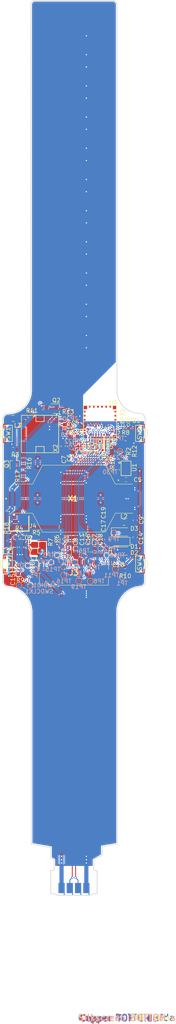
<source format=kicad_pcb>
(kicad_pcb (version 20171130) (host pcbnew "(5.0.0)")
  (title_block (title SchmartWatch) (date 2019-02-18) (rev 3) (company www.kurzschluss-blog.de) (comment 1 "Version for review"))
  (layers (0 F.Cu signal) (31 B.Cu signal) (34 B.Paste user hide) (35 F.Paste user hide) (36 B.SilkS user hide) (37 F.SilkS user) (38 B.Mask user hide) (39 F.Mask user hide) (44 Edge.Cuts user))
  (net 0 "")
  (net 1 +VDC)
  (net 2 -BATT)
  (net 3 +3V3)
  (net 4 /VGL)
  (net 5 /VDD)
  (net 6 /VSH)
  (net 7 /PREVGL)
  (net 8 "Net-(C14-Pad1)")
  (net 9 "Net-(C14-Pad2)")
  (net 10 /VGH)
  (net 11 /VPP)
  (net 12 /VSL)
  (net 13 /VCOM)
  (net 14 /PREVGH)
  (net 15 /SWDIO)
  (net 16 /SWDCLK)
  (net 17 "Net-(J2-Pad3)")
  (net 18 +BATT)
  (net 19 "Net-(L1-Pad2)")
  (net 20 "Net-(Q1-Pad1)")
  (net 21 /RESE)
  (net 22 /SWNW)
  (net 23 "Net-(R4-Pad1)")
  (net 24 /GDR)
  (net 25 /SWNO)
  (net 26 /SWSW)
  (net 27 /SWSO)
  (net 28 /INT_RTC)
  (net 29 "Net-(U1-Pad4)")
  (net 30 "Net-(U3-Pad47)")
  (net 31 "Net-(U3-Pad43)")
  (net 32 "Net-(U3-Pad9)")
  (net 33 "Net-(U3-Pad15)")
  (net 34 "Net-(U3-Pad17)")
  (net 35 "Net-(U3-Pad20)")
  (net 36 "Net-(U3-Pad49)")
  (net 37 "Net-(U3-Pad50)")
  (net 38 "Net-(U3-Pad51)")
  (net 39 "Net-(U3-Pad53)")
  (net 40 "Net-(U3-Pad54)")
  (net 41 "Net-(U3-Pad55)")
  (net 42 "Net-(U3-Pad56)")
  (net 43 "Net-(U3-Pad57)")
  (net 44 "Net-(U3-Pad58)")
  (net 45 "Net-(U3-Pad59)")
  (net 46 "Net-(U3-Pad60)")
  (net 47 "Net-(U3-Pad62)")
  (net 48 "Net-(U3-Pad61)")
  (net 49 /CS_XL)
  (net 50 /CS_MAG)
  (net 51 /INT_MAG)
  (net 52 /INT_2_XL)
  (net 53 /INT_1_XL)
  (net 54 "Net-(J3-Pad1)")
  (net 55 /TSCL)
  (net 56 /TSDA)
  (net 57 /BS)
  (net 58 /BUSY)
  (net 59 /~RES)
  (net 60 /D~C)
  (net 61 /~CS)
  (net 62 /SCLK)
  (net 63 /SDI)
  (net 64 "Net-(U3-Pad52)")
  (net 65 "Net-(J2-Pad2)")
  (net 66 /SDA_RTC)
  (net 67 /SCL_RTC)
  (net 68 "Net-(U3-Pad29)")
  (net 69 "Net-(Q2-Pad1)")
  (net 70 /BUZZER)
  (net 71 "Net-(L3-Pad2)")
  (net 72 "Net-(C20-Pad1)")
  (net 73 "Net-(R13-Pad2)")
  (net 74 "Net-(Q3-Pad1)")
  (net 75 /LED)
  (net 76 "Net-(Q3-Pad2)")
  (net 77 "Net-(J4-Pad5)")
  (net 78 "Net-(J4-Pad3)")
  (net 79 "Net-(J4-Pad4)")
  (net 80 "Net-(TP32-Pad1)")
  (net 81 "Net-(TP31-Pad1)")
  (module ProjectSpecific:503480-0600 (layer F.Cu) (at 84.95 149.4)
    (fp_text reference J4 (at 3.35 2.35 180) (layer F.SilkS))
    (fp_text value 503480-0600 hide)
    (pad 8 smd rect (at 2.04 2.95) (size 0.3 1) (layers F.Cu F.Paste F.Mask) (net 3 +3V3))
    (pad 7 smd rect (at -2.04 2.95) (size 0.3 1) (layers F.Cu F.Paste F.Mask) (net 3 +3V3))
    (pad 6 smd rect (at 1.25 0.3) (size 0.3 0.7) (layers F.Cu F.Paste F.Mask) (net 77 "Net-(J4-Pad5)"))
    (pad 5 smd rect (at 0.75 0.3) (size 0.3 0.7) (layers F.Cu F.Paste F.Mask) (net 77 "Net-(J4-Pad5)"))
    (pad 4 smd rect (at 0.25 0.3) (size 0.3 0.7) (layers F.Cu F.Paste F.Mask) (net 79 "Net-(J4-Pad4)"))
    (pad 3 smd rect (at -0.25 0.3) (size 0.3 0.7) (layers F.Cu F.Paste F.Mask) (net 78 "Net-(J4-Pad3)"))
    (pad 2 smd rect (at -0.75 0.3) (size 0.3 0.7) (layers F.Cu F.Paste F.Mask) (net 3 +3V3))
    (pad 1 smd rect (at -1.25 0.3) (size 0.3 0.7) (layers F.Cu F.Paste F.Mask) (net 3 +3V3))
  )
  (module ProjectSpecific:SMTU2032LF (layer F.Cu) (at 98.2 145.2)
    (fp_text reference X1 (at -0.25 0) (layer F.SilkS) (effects (font (size 1.27 1.27) (thickness 0.254))))
    (fp_text value SMTU2032-LF hide)
    (pad 2 smd rect (at 14.7 0) (size 2.6 3.5) (layers F.Cu F.Paste F.Mask) (net 2 -BATT))
    (pad 1 smd rect (at -14.7 0) (size 2.6 3.5) (layers F.Cu F.Paste F.Mask) (net 18 +BATT))
  )
  (module ProjectSpecific:5051102491 (layer F.Cu) (at 98.2 163.2)
    (fp_text reference J3 (at 0 -0.2) (layer F.SilkS) (effects (font (size 1.27 1.27) (thickness 0.254))))
    (fp_text value 505110-2491 hide)
    (pad 26 smd rect (at -8.05 0 90) (size 1.3 2) (layers F.Cu F.Paste F.Mask) (net 3 +3V3))
    (pad 25 smd rect (at 8.05 0 90) (size 1.3 2) (layers F.Cu F.Paste F.Mask) (net 3 +3V3))
    (pad 24 smd rect (at 5.75 -2.7) (size 0.3 1) (layers F.Cu F.Paste F.Mask) (net 13 /VCOM))
    (pad 23 smd rect (at 5.25 -2.7) (size 0.3 1) (layers F.Cu F.Paste F.Mask) (net 7 /PREVGL))
    (pad 22 smd rect (at 4.75 -2.7) (size 0.3 1) (layers F.Cu F.Paste F.Mask) (net 12 /VSL))
    (pad 21 smd rect (at 4.25 -2.7) (size 0.3 1) (layers F.Cu F.Paste F.Mask) (net 14 /PREVGH))
    (pad 20 smd rect (at 3.75 -2.7) (size 0.3 1) (layers F.Cu F.Paste F.Mask) (net 6 /VSH))
    (pad 19 smd rect (at 3.25 -2.7) (size 0.3 1) (layers F.Cu F.Paste F.Mask) (net 11 /VPP))
    (pad 18 smd rect (at 2.75 -2.7) (size 0.3 1) (layers F.Cu F.Paste F.Mask) (net 5 /VDD))
    (pad 17 smd rect (at 2.25 -2.7) (size 0.3 1) (layers F.Cu F.Paste F.Mask) (net 2 -BATT))
    (pad 16 smd rect (at 1.75 -2.7) (size 0.3 1) (layers F.Cu F.Paste F.Mask) (net 3 +3V3))
    (pad 15 smd rect (at 1.25 -2.7) (size 0.3 1) (layers F.Cu F.Paste F.Mask) (net 3 +3V3))
    (pad 14 smd rect (at 0.75 -2.7) (size 0.3 1) (layers F.Cu F.Paste F.Mask) (net 63 /SDI))
    (pad 13 smd rect (at 0.25 -2.7) (size 0.3 1) (layers F.Cu F.Paste F.Mask) (net 62 /SCLK))
    (pad 12 smd rect (at -0.25 -2.7) (size 0.3 1) (layers F.Cu F.Paste F.Mask) (net 61 /~CS))
    (pad 11 smd rect (at -0.75 -2.7) (size 0.3 1) (layers F.Cu F.Paste F.Mask) (net 60 /D~C))
    (pad 10 smd rect (at -1.25 -2.7) (size 0.3 1) (layers F.Cu F.Paste F.Mask) (net 59 /~RES))
    (pad 9 smd rect (at -1.75 -2.7) (size 0.3 1) (layers F.Cu F.Paste F.Mask) (net 58 /BUSY))
    (pad 8 smd rect (at -2.25 -2.7) (size 0.3 1) (layers F.Cu F.Paste F.Mask) (net 57 /BS))
    (pad 7 smd rect (at -2.75 -2.7) (size 0.3 1) (layers F.Cu F.Paste F.Mask) (net 56 /TSDA))
    (pad 6 smd rect (at -3.25 -2.7) (size 0.3 1) (layers F.Cu F.Paste F.Mask) (net 55 /TSCL))
    (pad 5 smd rect (at -3.75 -2.7) (size 0.3 1) (layers F.Cu F.Paste F.Mask) (net 10 /VGH))
    (pad 4 smd rect (at -4.25 -2.7) (size 0.3 1) (layers F.Cu F.Paste F.Mask) (net 4 /VGL))
    (pad 3 smd rect (at -4.75 -2.7) (size 0.3 1) (layers F.Cu F.Paste F.Mask) (net 21 /RESE))
    (pad 2 smd rect (at -5.25 -2.7) (size 0.3 1) (layers F.Cu F.Paste F.Mask) (net 24 /GDR))
    (pad 1 smd rect (at -5.75 -2.7) (size 0.3 1) (layers F.Cu F.Paste F.Mask) (net 54 "Net-(J3-Pad1)"))
  )
  (module ProjectSpecific:TestPoint_Pad_D0.5mm (layer F.Cu) (at 110 127.45)
    (fp_text reference TP32 (at 0.05 -2.05 90) (layer F.SilkS))
    (fp_text value TestPoint)
    (pad 1 smd circle (at 0 0) (size 0.5 0.5) (layers F.Cu F.Mask) (net 80 "Net-(TP32-Pad1)"))
  )
  (module ProjectSpecific:TestPoint_Pad_D0.5mm (layer F.Cu) (at 111.35 127.45)
    (fp_text reference TP31 (at 1.1 -1 180) (layer F.SilkS))
    (fp_text value TestPoint)
    (pad 1 smd circle (at 0 0) (size 0.5 0.5) (layers F.Cu F.Mask) (net 81 "Net-(TP31-Pad1)"))
  )
  (module ProjectSpecific:BGA-6_2x3_1.0x1.35mm (layer F.Cu) (at 87.2 156.3 180)
    (fp_text reference U2 (at -0.05 1.675 180) (layer F.SilkS))
    (fp_text value TPS610994)
    (pad C2 smd circle (at 0.2 0.4 180) (size 0.23 0.23) (layers F.Cu F.Paste F.Mask) (net 23 "Net-(R4-Pad1)") (clearance 0.08))
    (pad B2 smd circle (at 0.2 0 180) (size 0.23 0.23) (layers F.Cu F.Paste F.Mask) (net 3 +3V3) (clearance 0.08))
    (pad A2 smd circle (at 0.2 -0.4 180) (size 0.23 0.23) (layers F.Cu F.Paste F.Mask) (net 2 -BATT) (clearance 0.08))
    (pad C1 smd circle (at -0.2 0.4 180) (size 0.23 0.23) (layers F.Cu F.Paste F.Mask) (net 1 +VDC) (clearance 0.08))
    (pad B1 smd circle (at -0.2 0 180) (size 0.23 0.23) (layers F.Cu F.Paste F.Mask) (net 19 "Net-(L1-Pad2)") (clearance 0.08))
    (pad A1 smd circle (at -0.2 -0.4 180) (size 0.23 0.23) (layers F.Cu F.Paste F.Mask) (net 1 +VDC) (clearance 0.08))
  )
  (module ProjectSpecific:TestPoint_Pad_D0.5mm (layer F.Cu) (at 104.5 131.4 180)
    (fp_text reference TP27 (at -2.5 -0.1 180) (layer F.SilkS))
    (fp_text value TestPoint)
    (pad 1 smd circle (at 0 0 180) (size 0.5 0.5) (layers F.Cu F.Mask) (net 53 /INT_1_XL))
  )
  (module ProjectSpecific:TestPoint_Pad_D0.5mm (layer F.Cu) (at 105.15 133.525 180)
    (fp_text reference TP26 (at -0.65 -1.875 180) (layer F.SilkS))
    (fp_text value TestPoint)
    (pad 1 smd circle (at 0 0 180) (size 0.5 0.5) (layers F.Cu F.Mask) (net 52 /INT_2_XL))
  )
  (module ProjectSpecific:TestPoint_Pad_D0.5mm (layer F.Cu) (at 102.85 132.75 180)
    (fp_text reference TP24 (at 0.05 -1.25 180) (layer F.SilkS))
    (fp_text value TestPoint)
    (pad 1 smd circle (at 0 0 180) (size 0.5 0.5) (layers F.Cu F.Mask) (net 49 /CS_XL))
  )
  (module ProjectSpecific:TestPoint_Pad_D0.5mm (layer F.Cu) (at 102.55 131.95)
    (fp_text reference TP25 (at 3.35 0.75) (layer F.SilkS))
    (fp_text value TestPoint)
    (pad 1 smd circle (at 0 0) (size 0.5 0.5) (layers F.Cu F.Mask) (net 50 /CS_MAG))
  )
  (module Inductor_SMD:L_0805_2012Metric (layer F.Cu) (at 83.5 125.9)
    (fp_text reference L3 (at 1.1 1.7) (layer F.SilkS))
    (fp_text value 2u2/650mA)
    (pad 2 smd roundrect (at 0.9375 0) (size 0.975 1.4) (layers F.Cu F.Paste F.Mask) (net 71 "Net-(L3-Pad2)"))
    (pad 1 smd roundrect (at -0.9375 0) (size 0.975 1.4) (layers F.Cu F.Paste F.Mask) (net 3 +3V3))
  )
  (module Inductor_SMD:L_0805_2012Metric (layer F.Cu) (at 89.775 156.3 180)
    (fp_text reference L1 (at -0.325 -1.55) (layer F.SilkS))
    (fp_text value 2u2/650mA)
    (pad 2 smd roundrect (at 0.9375 0 180) (size 0.975 1.4) (layers F.Cu F.Paste F.Mask) (net 19 "Net-(L1-Pad2)"))
    (pad 1 smd roundrect (at -0.9375 0 180) (size 0.975 1.4) (layers F.Cu F.Paste F.Mask) (net 1 +VDC))
  )
  (module Inductor_SMD:L_0805_2012Metric (layer F.Cu) (at 110.3 150.9 180)
    (fp_text reference L2 (at 0 1.4 180) (layer F.SilkS))
    (fp_text value 10u/520mA)
    (pad 2 smd roundrect (at 0.9375 0 180) (size 0.975 1.4) (layers F.Cu F.Paste F.Mask) (net 9 "Net-(C14-Pad2)"))
    (pad 1 smd roundrect (at -0.9375 0 180) (size 0.975 1.4) (layers F.Cu F.Paste F.Mask) (net 3 +3V3))
  )
  (module Capacitor_SMD:C_0603_1608Metric (layer F.Cu) (at 95.6 132.6 90)
    (fp_text reference C7 (at -3.2 0.2 90) (layer F.SilkS))
    (fp_text value 10u/4V)
    (pad 2 smd roundrect (at 0.7875 0 90) (size 0.875 0.95) (layers F.Cu F.Paste F.Mask) (net 2 -BATT))
    (pad 1 smd roundrect (at -0.7875 0 90) (size 0.875 0.95) (layers F.Cu F.Paste F.Mask) (net 3 +3V3))
  )
  (module Capacitor_SMD:C_0603_1608Metric (layer F.Cu) (at 98.25 130.3 180)
    (fp_text reference C20 (at -0.85 1.3 180) (layer F.SilkS))
    (fp_text value 22n/6.3V)
    (pad 2 smd roundrect (at 0.7875 0 180) (size 0.875 0.95) (layers F.Cu F.Paste F.Mask) (net 2 -BATT))
    (pad 1 smd roundrect (at -0.7875 0 180) (size 0.875 0.95) (layers F.Cu F.Paste F.Mask) (net 72 "Net-(C20-Pad1)"))
  )
  (module Capacitor_SMD:C_0603_1608Metric (layer F.Cu) (at 87.875 158.225 180)
    (fp_text reference C1 (at -0.75 -1.225 180) (layer F.SilkS))
    (fp_text value 10u/4V)
    (pad 2 smd roundrect (at 0.7875 0 180) (size 0.875 0.95) (layers F.Cu F.Paste F.Mask) (net 2 -BATT))
    (pad 1 smd roundrect (at -0.7875 0 180) (size 0.875 0.95) (layers F.Cu F.Paste F.Mask) (net 1 +VDC))
  )
  (module Capacitor_SMD:C_0603_1608Metric (layer F.Cu) (at 113 154.5 90)
    (fp_text reference C14 (at -0.3 1.4 90) (layer F.SilkS))
    (fp_text value 4.7u/6.3V)
    (pad 2 smd roundrect (at 0.7875 0 90) (size 0.875 0.95) (layers F.Cu F.Paste F.Mask) (net 9 "Net-(C14-Pad2)"))
    (pad 1 smd roundrect (at -0.7875 0 90) (size 0.875 0.95) (layers F.Cu F.Paste F.Mask) (net 8 "Net-(C14-Pad1)"))
  )
  (module Capacitor_SMD:C_0603_1608Metric (layer F.Cu) (at 99.7 127.2 90)
    (fp_text reference C2 (at 0 -1.3 90) (layer F.SilkS))
    (fp_text value 100n/6.3V)
    (pad 2 smd roundrect (at 0.7875 0 90) (size 0.875 0.95) (layers F.Cu F.Paste F.Mask) (net 2 -BATT))
    (pad 1 smd roundrect (at -0.7875 0 90) (size 0.875 0.95) (layers F.Cu F.Paste F.Mask) (net 3 +3V3))
  )
  (module Capacitor_SMD:C_0603_1608Metric (layer F.Cu) (at 85.575 156.9 270)
    (fp_text reference C3 (at 0.8 3.875 90) (layer F.SilkS))
    (fp_text value 10u/4V)
    (pad 2 smd roundrect (at 0.7875 0 270) (size 0.875 0.95) (layers F.Cu F.Paste F.Mask) (net 2 -BATT))
    (pad 1 smd roundrect (at -0.7875 0 270) (size 0.875 0.95) (layers F.Cu F.Paste F.Mask) (net 3 +3V3))
  )
  (module Capacitor_SMD:C_0603_1608Metric (layer F.Cu) (at 84.05 156.9 270)
    (fp_text reference C4 (at 0.8 1.15 270) (layer F.SilkS))
    (fp_text value 10u/4V)
    (pad 2 smd roundrect (at 0.7875 0 270) (size 0.875 0.95) (layers F.Cu F.Paste F.Mask) (net 2 -BATT))
    (pad 1 smd roundrect (at -0.7875 0 270) (size 0.875 0.95) (layers F.Cu F.Paste F.Mask) (net 3 +3V3))
  )
  (module Capacitor_SMD:C_0603_1608Metric (layer F.Cu) (at 110.8 140.6 180)
    (fp_text reference C5 (at -2.8 -0.05 180) (layer F.SilkS))
    (fp_text value 100n/6.3V)
    (pad 2 smd roundrect (at 0.7875 0 180) (size 0.875 0.95) (layers F.Cu F.Paste F.Mask) (net 2 -BATT))
    (pad 1 smd roundrect (at -0.7875 0 180) (size 0.875 0.95) (layers F.Cu F.Paste F.Mask) (net 18 +BATT))
  )
  (module Capacitor_SMD:C_0603_1608Metric (layer F.Cu) (at 97.1 132.6 90)
    (fp_text reference C6 (at -2.8 0 90) (layer F.SilkS))
    (fp_text value 10u/4V)
    (pad 2 smd roundrect (at 0.7875 0 90) (size 0.875 0.95) (layers F.Cu F.Paste F.Mask) (net 2 -BATT))
    (pad 1 smd roundrect (at -0.7875 0 90) (size 0.875 0.95) (layers F.Cu F.Paste F.Mask) (net 3 +3V3))
  )
  (module Capacitor_SMD:C_0603_1608Metric (layer F.Cu) (at 98.6 158 90)
    (fp_text reference C8 (at 2.45 0 90) (layer F.SilkS))
    (fp_text value 100n/6.3V)
    (pad 2 smd roundrect (at 0.7875 0 90) (size 0.875 0.95) (layers F.Cu F.Paste F.Mask) (net 2 -BATT))
    (pad 1 smd roundrect (at -0.7875 0 90) (size 0.875 0.95) (layers F.Cu F.Paste F.Mask) (net 3 +3V3))
  )
  (module Capacitor_SMD:C_0603_1608Metric (layer F.Cu) (at 113 150.4 90)
    (fp_text reference C9 (at 0 1.5 270) (layer F.SilkS))
    (fp_text value 4.7u/6.3V)
    (pad 2 smd roundrect (at 0.7875 0 90) (size 0.875 0.95) (layers F.Cu F.Paste F.Mask) (net 2 -BATT))
    (pad 1 smd roundrect (at -0.7875 0 90) (size 0.875 0.95) (layers F.Cu F.Paste F.Mask) (net 3 +3V3))
  )
  (module Capacitor_SMD:C_0603_1608Metric (layer F.Cu) (at 101.6 158 90)
    (fp_text reference C16 (at 2.95 0 90) (layer F.SilkS))
    (fp_text value 1u/35V)
    (pad 2 smd roundrect (at 0.7875 0 90) (size 0.875 0.95) (layers F.Cu F.Paste F.Mask) (net 2 -BATT))
    (pad 1 smd roundrect (at -0.7875 0 90) (size 0.875 0.95) (layers F.Cu F.Paste F.Mask) (net 11 /VPP))
  )
  (module Capacitor_SMD:C_0603_1608Metric (layer F.Cu) (at 104.6 158 90)
    (fp_text reference C18 (at 2.95 0 90) (layer F.SilkS))
    (fp_text value 1u/35V)
    (pad 2 smd roundrect (at 0.7875 0 90) (size 0.875 0.95) (layers F.Cu F.Paste F.Mask) (net 2 -BATT))
    (pad 1 smd roundrect (at -0.7875 0 90) (size 0.875 0.95) (layers F.Cu F.Paste F.Mask) (net 13 /VCOM))
  )
  (module Capacitor_SMD:C_0603_1608Metric (layer F.Cu) (at 106.1 158 90)
    (fp_text reference C17 (at 6.25 -0.75 90) (layer F.SilkS))
    (fp_text value 1u/35V)
    (pad 2 smd roundrect (at 0.7875 0 90) (size 0.875 0.95) (layers F.Cu F.Paste F.Mask) (net 2 -BATT))
    (pad 1 smd roundrect (at -0.7875 0 90) (size 0.875 0.95) (layers F.Cu F.Paste F.Mask) (net 12 /VSL))
  )
  (module Capacitor_SMD:C_0603_1608Metric (layer F.Cu) (at 84.975 160.5 90)
    (fp_text reference C15 (at -4.15 -1.55 90) (layer F.SilkS))
    (fp_text value 1u/35V)
    (pad 2 smd roundrect (at 0.7875 0 90) (size 0.875 0.95) (layers F.Cu F.Paste F.Mask) (net 2 -BATT))
    (pad 1 smd roundrect (at -0.7875 0 90) (size 0.875 0.95) (layers F.Cu F.Paste F.Mask) (net 10 /VGH))
  )
  (module Capacitor_SMD:C_0603_1608Metric (layer F.Cu) (at 103.1 158 90)
    (fp_text reference C12 (at 2.95 0 90) (layer F.SilkS))
    (fp_text value 1u/35V)
    (pad 2 smd roundrect (at 0.7875 0 90) (size 0.875 0.95) (layers F.Cu F.Paste F.Mask) (net 2 -BATT))
    (pad 1 smd roundrect (at -0.7875 0 90) (size 0.875 0.95) (layers F.Cu F.Paste F.Mask) (net 6 /VSH))
  )
  (module Capacitor_SMD:C_0603_1608Metric (layer F.Cu) (at 87 160.5 90)
    (fp_text reference C10 (at -1.175 1.25 270) (layer F.SilkS))
    (fp_text value 1u/35V)
    (pad 2 smd roundrect (at 0.7875 0 90) (size 0.875 0.95) (layers F.Cu F.Paste F.Mask) (net 2 -BATT))
    (pad 1 smd roundrect (at -0.7875 0 90) (size 0.875 0.95) (layers F.Cu F.Paste F.Mask) (net 4 /VGL))
  )
  (module Capacitor_SMD:C_0603_1608Metric (layer F.Cu) (at 100.1 158 90)
    (fp_text reference C11 (at 2.95 0.05 90) (layer F.SilkS))
    (fp_text value 1u/35V)
    (pad 2 smd roundrect (at 0.7875 0 90) (size 0.875 0.95) (layers F.Cu F.Paste F.Mask) (net 2 -BATT))
    (pad 1 smd roundrect (at -0.7875 0 90) (size 0.875 0.95) (layers F.Cu F.Paste F.Mask) (net 5 /VDD))
  )
  (module Capacitor_SMD:C_0603_1608Metric (layer F.Cu) (at 108.9 159.7)
    (fp_text reference C13 (at 0 1.4) (layer F.SilkS))
    (fp_text value 1u/50V)
    (pad 2 smd roundrect (at 0.7875 0) (size 0.875 0.95) (layers F.Cu F.Paste F.Mask) (net 2 -BATT))
    (pad 1 smd roundrect (at -0.7875 0) (size 0.875 0.95) (layers F.Cu F.Paste F.Mask) (net 7 /PREVGL))
  )
  (module Capacitor_SMD:C_0603_1608Metric (layer F.Cu) (at 106.1 155 270)
    (fp_text reference C19 (at -6.4 0.75 270) (layer F.SilkS))
    (fp_text value 1u/50V)
    (pad 2 smd roundrect (at 0.7875 0 270) (size 0.875 0.95) (layers F.Cu F.Paste F.Mask) (net 2 -BATT))
    (pad 1 smd roundrect (at -0.7875 0 270) (size 0.875 0.95) (layers F.Cu F.Paste F.Mask) (net 14 /PREVGH))
  )
  (module Resistor_SMD:R_0603_1608Metric (layer F.Cu) (at 84.95 154.525 180)
    (fp_text reference R4 (at 0 2.225 180) (layer F.SilkS))
    (fp_text value 3R)
    (pad 2 smd roundrect (at 0.7875 0 180) (size 0.875 0.95) (layers F.Cu F.Paste F.Mask) (net 2 -BATT))
    (pad 1 smd roundrect (at -0.7875 0 180) (size 0.875 0.95) (layers F.Cu F.Paste F.Mask) (net 23 "Net-(R4-Pad1)"))
  )
  (module Resistor_SMD:R_0603_1608Metric (layer F.Cu) (at 82.5 155.3 270)
    (fp_text reference R18 (at -3 0.6 270) (layer F.SilkS))
    (fp_text value 0R)
    (pad 2 smd roundrect (at 0.7875 0 270) (size 0.875 0.95) (layers F.Cu F.Paste F.Mask) (net 18 +BATT))
    (pad 1 smd roundrect (at -0.7875 0 270) (size 0.875 0.95) (layers F.Cu F.Paste F.Mask) (net 1 +VDC))
  )
  (module Resistor_SMD:R_0603_1608Metric (layer F.Cu) (at 86 139.8 90)
    (fp_text reference R17 (at 0 -1.43 90) (layer F.SilkS))
    (fp_text value 3R)
    (pad 2 smd roundrect (at 0.7875 0 90) (size 0.875 0.95) (layers F.Cu F.Paste F.Mask) (net 76 "Net-(Q3-Pad2)"))
    (pad 1 smd roundrect (at -0.7875 0 90) (size 0.875 0.95) (layers F.Cu F.Paste F.Mask) (net 77 "Net-(J4-Pad5)"))
  )
  (module Resistor_SMD:R_0603_1608Metric (layer F.Cu) (at 86 136.7 90)
    (fp_text reference R16 (at 0 1.4 90) (layer F.SilkS))
    (fp_text value 10k)
    (pad 2 smd roundrect (at 0.7875 0 90) (size 0.875 0.95) (layers F.Cu F.Paste F.Mask) (net 75 /LED))
    (pad 1 smd roundrect (at -0.7875 0 90) (size 0.875 0.95) (layers F.Cu F.Paste F.Mask) (net 74 "Net-(Q3-Pad1)"))
  )
  (module Resistor_SMD:R_0603_1608Metric (layer F.Cu) (at 96 128.2 270)
    (fp_text reference R15 (at 0 -1.2 270) (layer F.SilkS))
    (fp_text value 100k)
    (pad 2 smd roundrect (at 0.7875 0 270) (size 0.875 0.95) (layers F.Cu F.Paste F.Mask) (net 2 -BATT))
    (pad 1 smd roundrect (at -0.7875 0 270) (size 0.875 0.95) (layers F.Cu F.Paste F.Mask) (net 73 "Net-(R13-Pad2)"))
  )
  (module Resistor_SMD:R_0603_1608Metric (layer F.Cu) (at 96.8 125.75)
    (fp_text reference R13 (at 0 -1.43) (layer F.SilkS))
    (fp_text value 100k)
    (pad 2 smd roundrect (at 0.7875 0) (size 0.875 0.95) (layers F.Cu F.Paste F.Mask) (net 73 "Net-(R13-Pad2)"))
    (pad 1 smd roundrect (at -0.7875 0) (size 0.875 0.95) (layers F.Cu F.Paste F.Mask) (net 18 +BATT))
  )
  (module Resistor_SMD:R_0603_1608Metric (layer F.Cu) (at 110.7 130.75)
    (fp_text reference R8 (at 0 -1.43) (layer F.SilkS))
    (fp_text value 10k)
    (pad 2 smd roundrect (at 0.7875 0) (size 0.875 0.95) (layers F.Cu F.Paste F.Mask) (net 25 /SWNO))
    (pad 1 smd roundrect (at -0.7875 0) (size 0.875 0.95) (layers F.Cu F.Paste F.Mask) (net 3 +3V3))
  )
  (module Resistor_SMD:R_0603_1608Metric (layer F.Cu) (at 89.725 154.55 180)
    (fp_text reference R5 (at 0.6 1.225 180) (layer F.SilkS))
    (fp_text value R)
    (pad 2 smd roundrect (at 0.7875 0 180) (size 0.875 0.95) (layers F.Cu F.Paste F.Mask) (net 23 "Net-(R4-Pad1)"))
    (pad 1 smd roundrect (at -0.7875 0 180) (size 0.875 0.95) (layers F.Cu F.Paste F.Mask) (net 3 +3V3))
  )
  (module Resistor_SMD:R_0603_1608Metric (layer F.Cu) (at 83.5 133.4)
    (fp_text reference R3 (at 0.5 1.3) (layer F.SilkS))
    (fp_text value 10k)
    (pad 2 smd roundrect (at 0.7875 0) (size 0.875 0.95) (layers F.Cu F.Paste F.Mask) (net 22 /SWNW))
    (pad 1 smd roundrect (at -0.7875 0) (size 0.875 0.95) (layers F.Cu F.Paste F.Mask) (net 3 +3V3))
  )
  (module Resistor_SMD:R_0603_1608Metric (layer F.Cu) (at 108.6 133.8 270)
    (fp_text reference R2 (at 0 -2.85 90) (layer F.SilkS))
    (fp_text value 10k)
    (pad 2 smd roundrect (at 0.7875 0 270) (size 0.875 0.95) (layers F.Cu F.Paste F.Mask) (net 67 /SCL_RTC))
    (pad 1 smd roundrect (at -0.7875 0 270) (size 0.875 0.95) (layers F.Cu F.Paste F.Mask) (net 3 +3V3))
  )
  (module Resistor_SMD:R_0603_1608Metric (layer F.Cu) (at 108.65 138.25 90)
    (fp_text reference R1 (at 1.15 -1.15 90) (layer F.SilkS))
    (fp_text value 10k)
    (pad 2 smd roundrect (at 0.7875 0 90) (size 0.875 0.95) (layers F.Cu F.Paste F.Mask) (net 66 /SDA_RTC))
    (pad 1 smd roundrect (at -0.7875 0 90) (size 0.875 0.95) (layers F.Cu F.Paste F.Mask) (net 3 +3V3))
  )
  (module Resistor_SMD:R_0603_1608Metric (layer F.Cu) (at 94.1 158 90)
    (fp_text reference R6 (at 3.175 0 90) (layer F.SilkS))
    (fp_text value 3R)
    (pad 2 smd roundrect (at 0.7875 0 90) (size 0.875 0.95) (layers F.Cu F.Paste F.Mask) (net 2 -BATT))
    (pad 1 smd roundrect (at -0.7875 0 90) (size 0.875 0.95) (layers F.Cu F.Paste F.Mask) (net 21 /RESE))
  )
  (module Resistor_SMD:R_0603_1608Metric (layer F.Cu) (at 92.575 158 270)
    (fp_text reference R7 (at -2.35 0 270) (layer F.SilkS))
    (fp_text value 10k)
    (pad 2 smd roundrect (at 0.7875 0 270) (size 0.875 0.95) (layers F.Cu F.Paste F.Mask) (net 24 /GDR))
    (pad 1 smd roundrect (at -0.7875 0 270) (size 0.875 0.95) (layers F.Cu F.Paste F.Mask) (net 20 "Net-(Q1-Pad1)"))
  )
  (module Resistor_SMD:R_0603_1608Metric (layer F.Cu) (at 110.6 162.5)
    (fp_text reference R10 (at 0 1.3) (layer F.SilkS))
    (fp_text value 10k)
    (pad 2 smd roundrect (at 0.7875 0) (size 0.875 0.95) (layers F.Cu F.Paste F.Mask) (net 27 /SWSO))
    (pad 1 smd roundrect (at -0.7875 0) (size 0.875 0.95) (layers F.Cu F.Paste F.Mask) (net 3 +3V3))
  )
  (module Resistor_SMD:R_0603_1608Metric (layer F.Cu) (at 90.7 123.35 180)
    (fp_text reference R11 (at 2.65 -0.65 180) (layer F.SilkS))
    (fp_text value 10k)
    (pad 2 smd roundrect (at 0.7875 0 180) (size 0.875 0.95) (layers F.Cu F.Paste F.Mask) (net 70 /BUZZER))
    (pad 1 smd roundrect (at -0.7875 0 180) (size 0.875 0.95) (layers F.Cu F.Paste F.Mask) (net 69 "Net-(Q2-Pad1)"))
  )
  (module Resistor_SMD:R_0603_1608Metric (layer F.Cu) (at 110.1 133.8 270)
    (fp_text reference R12 (at 0 -2.75 270) (layer F.SilkS))
    (fp_text value 10k)
    (pad 2 smd roundrect (at 0.7875 0 270) (size 0.875 0.95) (layers F.Cu F.Paste F.Mask) (net 28 /INT_RTC))
    (pad 1 smd roundrect (at -0.7875 0 270) (size 0.875 0.95) (layers F.Cu F.Paste F.Mask) (net 3 +3V3))
  )
  (module Resistor_SMD:R_0603_1608Metric (layer F.Cu) (at 85.5 163.35 180)
    (fp_text reference R9 (at 0.25 -1.45 180) (layer F.SilkS))
    (fp_text value 10k)
    (pad 2 smd roundrect (at 0.7875 0 180) (size 0.875 0.95) (layers F.Cu F.Paste F.Mask) (net 26 /SWSW))
    (pad 1 smd roundrect (at -0.7875 0 180) (size 0.875 0.95) (layers F.Cu F.Paste F.Mask) (net 3 +3V3))
  )
  (module TestPoint:TestPoint_Pad_D1.0mm (layer B.Cu) (at 84.9 166)
    (fp_text reference SWDCLK1 (at 4.9 1.5) (layer B.SilkS) (effects (justify mirror)))
    (fp_text value TestPoint)
    (pad 1 smd circle (at 0 0) (size 1 1) (layers B.Cu B.Mask) (net 16 /SWDCLK))
  )
  (module TestPoint:TestPoint_Pad_D1.0mm (layer B.Cu) (at 87.7 166)
    (fp_text reference SWDIO1 (at 3.4 0) (layer B.SilkS) (effects (justify mirror)))
    (fp_text value TestPoint)
    (pad 1 smd circle (at 0 0) (size 1 1) (layers B.Cu B.Mask) (net 15 /SWDIO))
  )
  (module TestPoint:TestPoint_Pad_D1.0mm (layer B.Cu) (at 97.25 124.55)
    (fp_text reference TP20 (at 0 1.448) (layer B.SilkS) (effects (justify mirror)))
    (fp_text value TestPoint)
    (pad 1 smd circle (at 0 0) (size 1 1) (layers B.Cu B.Mask) (net 70 /BUZZER))
  )
  (module TestPoint:TestPoint_Pad_D1.0mm (layer B.Cu) (at 99.55 134.1)
    (fp_text reference TP21 (at 0 1.448) (layer B.SilkS) (effects (justify mirror)))
    (fp_text value TestPoint)
    (pad 1 smd circle (at 0 0) (size 1 1) (layers B.Cu B.Mask) (net 67 /SCL_RTC))
  )
  (module TestPoint:TestPoint_Pad_D1.0mm (layer B.Cu) (at 97.7 132.75)
    (fp_text reference TP22 (at 0 -1.35) (layer B.SilkS) (effects (justify mirror)))
    (fp_text value TestPoint)
    (pad 1 smd circle (at 0 0) (size 1 1) (layers B.Cu B.Mask) (net 66 /SDA_RTC))
  )
  (module TestPoint:TestPoint_Pad_D1.0mm (layer B.Cu) (at 109.3 133.85)
    (fp_text reference TP23 (at 0 1.448) (layer B.SilkS) (effects (justify mirror)))
    (fp_text value TestPoint)
    (pad 1 smd circle (at 0 0) (size 1 1) (layers B.Cu B.Mask) (net 28 /INT_RTC))
  )
  (module TestPoint:TestPoint_Pad_D1.0mm (layer B.Cu) (at 96.85 128.4)
    (fp_text reference TP28 (at 0 1.448) (layer B.SilkS) (effects (justify mirror)))
    (fp_text value TestPoint)
    (pad 1 smd circle (at 0 0) (size 1 1) (layers B.Cu B.Mask) (net 51 /INT_MAG))
  )
  (module TestPoint:TestPoint_Pad_D1.0mm (layer B.Cu) (at 108.55 129.25)
    (fp_text reference TP29 (at 0 1.448) (layer B.SilkS) (effects (justify mirror)))
    (fp_text value TestPoint)
    (pad 1 smd circle (at 0 0) (size 1 1) (layers B.Cu B.Mask) (net 67 /SCL_RTC))
  )
  (module TestPoint:TestPoint_Pad_D1.0mm (layer B.Cu) (at 106.95 137.35)
    (fp_text reference TP30 (at 0 1.448) (layer B.SilkS) (effects (justify mirror)))
    (fp_text value TestPoint)
    (pad 1 smd circle (at 0 0) (size 1 1) (layers B.Cu B.Mask) (net 66 /SDA_RTC))
  )
  (module Package_TO_SOT_SMD:SOT-323_SC-70 (layer F.Cu) (at 83.9 136.8 90)
    (fp_text reference Q3 (at -0.05 -1.95 90) (layer F.SilkS))
    (fp_text value Si1308EDL)
    (pad 1 smd rect (at -1 -0.65) (size 0.45 0.7) (layers F.Cu F.Paste F.Mask) (net 74 "Net-(Q3-Pad1)"))
    (pad 2 smd rect (at -1 0.65) (size 0.45 0.7) (layers F.Cu F.Paste F.Mask) (net 76 "Net-(Q3-Pad2)"))
    (pad 3 smd rect (at 1 0) (size 0.45 0.7) (layers F.Cu F.Paste F.Mask) (net 2 -BATT))
  )
  (module TestPoint:TestPoint_Pad_D1.0mm (layer B.Cu) (at 106.1 158.8)
    (fp_text reference TP10 (at 2.6 0) (layer B.SilkS) (effects (justify mirror)))
    (fp_text value TestPoint)
    (pad 1 smd circle (at 0 0) (size 1 1) (layers B.Cu B.Mask) (net 12 /VSL))
  )
  (module TestPoint:TestPoint_Pad_D1.0mm (layer B.Cu) (at 109.85 164.1)
    (fp_text reference TP1 (at 0 1.448) (layer B.SilkS) (effects (justify mirror)))
    (fp_text value TestPoint)
    (pad 1 smd circle (at 0 0) (size 1 1) (layers B.Cu B.Mask) (net 2 -BATT))
  )
  (module TestPoint:TestPoint_Pad_D1.0mm (layer B.Cu) (at 99.35 164.95)
    (fp_text reference TP19 (at 0 1.448) (layer B.SilkS) (effects (justify mirror)))
    (fp_text value TestPoint)
    (pad 1 smd circle (at 0 0) (size 1 1) (layers B.Cu B.Mask) (net 63 /SDI))
  )
  (module TestPoint:TestPoint_Pad_D1.0mm (layer B.Cu) (at 98.5 163.1)
    (fp_text reference TP18 (at 2.5 0) (layer B.SilkS) (effects (justify mirror)))
    (fp_text value TestPoint)
    (pad 1 smd circle (at 0 0) (size 1 1) (layers B.Cu B.Mask) (net 62 /SCLK))
  )
  (module TestPoint:TestPoint_Pad_D1.0mm (layer B.Cu) (at 98.4 160.45)
    (fp_text reference TP17 (at -2.35 -0.25) (layer B.SilkS) (effects (justify mirror)))
    (fp_text value TestPoint)
    (pad 1 smd circle (at 0 0) (size 1 1) (layers B.Cu B.Mask) (net 61 /~CS))
  )
  (module TestPoint:TestPoint_Pad_D1.0mm (layer B.Cu) (at 95.75 163.6)
    (fp_text reference TP16 (at 0 1.448) (layer B.SilkS) (effects (justify mirror)))
    (fp_text value TestPoint)
    (pad 1 smd circle (at 0 0) (size 1 1) (layers B.Cu B.Mask) (net 60 /D~C))
  )
  (module TestPoint:TestPoint_Pad_D1.0mm (layer B.Cu) (at 95.75 161.55)
    (fp_text reference TP15 (at -2.65 0.65) (layer B.SilkS) (effects (justify mirror)))
    (fp_text value TestPoint)
    (pad 1 smd circle (at 0 0) (size 1 1) (layers B.Cu B.Mask) (net 59 /~RES))
  )
  (module TestPoint:TestPoint_Pad_D1.0mm (layer B.Cu) (at 103.25 155.65)
    (fp_text reference TP14 (at 0 -1.35) (layer B.SilkS) (effects (justify mirror)))
    (fp_text value TestPoint)
    (pad 1 smd circle (at 0 0) (size 1 1) (layers B.Cu B.Mask) (net 58 /BUSY))
  )
  (module TestPoint:TestPoint_Pad_D1.0mm (layer B.Cu) (at 95.2 156.7)
    (fp_text reference TP13 (at 0 -1.45) (layer B.SilkS) (effects (justify mirror)))
    (fp_text value TestPoint)
    (pad 1 smd circle (at 0 0) (size 1 1) (layers B.Cu B.Mask) (net 57 /BS))
  )
  (module TestPoint:TestPoint_Pad_D1.0mm (layer B.Cu) (at 107.85 153.5)
    (fp_text reference TP9 (at 0 1.448) (layer B.SilkS) (effects (justify mirror)))
    (fp_text value TestPoint)
    (pad 1 smd circle (at 0 0) (size 1 1) (layers B.Cu B.Mask) (net 14 /PREVGH))
  )
  (module TestPoint:TestPoint_Pad_D1.0mm (layer B.Cu) (at 102.15 165.05)
    (fp_text reference TP8 (at 2.1 0) (layer B.SilkS) (effects (justify mirror)))
    (fp_text value TestPoint)
    (pad 1 smd circle (at 0 0) (size 1 1) (layers B.Cu B.Mask) (net 6 /VSH))
  )
  (module TestPoint:TestPoint_Pad_D1.0mm (layer B.Cu) (at 102.3 160.25)
    (fp_text reference TP7 (at 0.9 1.45) (layer B.SilkS) (effects (justify mirror)))
    (fp_text value TestPoint)
    (pad 1 smd circle (at 0 0) (size 1 1) (layers B.Cu B.Mask) (net 11 /VPP))
  )
  (module TestPoint:TestPoint_Pad_D1.0mm (layer B.Cu) (at 100.65 159)
    (fp_text reference TP6 (at 0 -1.3) (layer B.SilkS) (effects (justify mirror)))
    (fp_text value TestPoint)
    (pad 1 smd circle (at 0 0) (size 1 1) (layers B.Cu B.Mask) (net 5 /VDD))
  )
  (module TestPoint:TestPoint_Pad_D1.0mm (layer B.Cu) (at 88.9 162.2)
    (fp_text reference TP5 (at 0 1.448) (layer B.SilkS) (effects (justify mirror)))
    (fp_text value TestPoint)
    (pad 1 smd circle (at 0 0) (size 1 1) (layers B.Cu B.Mask) (net 10 /VGH))
  )
  (module TestPoint:TestPoint_Pad_D1.0mm (layer B.Cu) (at 87 161.3)
    (fp_text reference TP4 (at -2.05 0) (layer B.SilkS) (effects (justify mirror)))
    (fp_text value TestPoint)
    (pad 1 smd circle (at 0 0) (size 1 1) (layers B.Cu B.Mask) (net 4 /VGL))
  )
  (module TestPoint:TestPoint_Pad_D1.0mm (layer B.Cu) (at 94.1 158.8)
    (fp_text reference TP3 (at -2.05 0) (layer B.SilkS) (effects (justify mirror)))
    (fp_text value TestPoint)
    (pad 1 smd circle (at 0 0) (size 1 1) (layers B.Cu B.Mask) (net 21 /RESE))
  )
  (module TestPoint:TestPoint_Pad_D1.0mm (layer B.Cu) (at 104.7 157.2)
    (fp_text reference TP12 (at 2.55 0) (layer B.SilkS) (effects (justify mirror)))
    (fp_text value TestPoint)
    (pad 1 smd circle (at 0 0) (size 1 1) (layers B.Cu B.Mask) (net 13 /VCOM))
  )
  (module TestPoint:TestPoint_Pad_D1.0mm (layer B.Cu) (at 92.7 160.5)
    (fp_text reference TP2 (at -2.05 0) (layer B.SilkS) (effects (justify mirror)))
    (fp_text value TestPoint)
    (pad 1 smd circle (at 0 0) (size 1 1) (layers B.Cu B.Mask) (net 24 /GDR))
  )
  (module TestPoint:TestPoint_Pad_D1.0mm (layer B.Cu) (at 108.2 162.15)
    (fp_text reference TP11 (at -0.95 1.45) (layer B.SilkS) (effects (justify mirror)))
    (fp_text value TestPoint)
    (pad 1 smd circle (at 0 0) (size 1 1) (layers B.Cu B.Mask) (net 7 /PREVGL))
  )
  (module ProjectSpecific:SKTDLDE010 (layer F.Cu) (at 114.5 160.9 90)
    (fp_text reference SW4 (at 0 -0.4 90) (layer F.SilkS))
    (fp_text value SKTDLDE010)
    (pad ~ smd rect (at 0 -1.5 90) (size 1.4 1.1) (layers F.Cu F.Paste F.Mask))
    (pad 1 smd rect (at -1.4 -1.35 270) (size 0.7 1.1) (layers F.Cu F.Paste F.Mask) (net 27 /SWSO))
    (pad 2 smd rect (at 1.4 -1.35 90) (size 0.7 1.1) (layers F.Cu F.Paste F.Mask) (net 2 -BATT))
    (pad ~ smd rect (at -1.725 0.575 90) (size 1.15 0.75) (layers F.Cu F.Paste F.Mask))
    (pad ~ smd rect (at 1.725 0.575 90) (size 1.15 0.75) (layers F.Cu F.Paste F.Mask))
    (pad ~ thru_hole circle (at -1.85 0 90) (size 0.55 0.55) (drill 0.4) (layers *.Cu *.Mask))
    (pad ~ thru_hole circle (at 1.85 0 90) (size 0.55 0.55) (drill 0.4) (layers *.Cu *.Mask))
    (pad ~ smd custom (at 2.07 -0.03 90) (size 0.46 0.49) (layers F.Cu F.Paste F.Mask) (options (clearance outline) (anchor rect)) (primitives))
    (pad ~ smd custom (at 1.8 0.24 90) (size 0.45 0.48) (layers F.Cu F.Paste F.Mask) (options (clearance outline) (anchor rect)) (primitives))
    (pad ~ smd custom (at -2.07 -0.03 90) (size 0.46 0.49) (layers F.Cu F.Paste F.Mask) (options (clearance outline) (anchor rect)) (primitives))
    (pad ~ smd custom (at -1.8 0.24 90) (size 0.45 0.48) (layers F.Cu F.Paste F.Mask) (options (clearance outline) (anchor rect)) (primitives))
  )
  (module ProjectSpecific:SKTDLDE010 (layer F.Cu) (at 81.9 160.9 270)
    (fp_text reference SW3 (at 0 -0.4 270) (layer F.SilkS))
    (fp_text value SKTDLDE010)
    (pad ~ smd rect (at 0 -1.5 270) (size 1.4 1.1) (layers F.Cu F.Paste F.Mask))
    (pad 1 smd rect (at -1.4 -1.35 90) (size 0.7 1.1) (layers F.Cu F.Paste F.Mask) (net 2 -BATT))
    (pad 2 smd rect (at 1.4 -1.35 270) (size 0.7 1.1) (layers F.Cu F.Paste F.Mask) (net 26 /SWSW))
    (pad ~ smd rect (at -1.725 0.575 270) (size 1.15 0.75) (layers F.Cu F.Paste F.Mask))
    (pad ~ smd rect (at 1.725 0.575 270) (size 1.15 0.75) (layers F.Cu F.Paste F.Mask))
    (pad ~ thru_hole circle (at -1.85 0 270) (size 0.55 0.55) (drill 0.4) (layers *.Cu *.Mask))
    (pad ~ thru_hole circle (at 1.85 0 270) (size 0.55 0.55) (drill 0.4) (layers *.Cu *.Mask))
    (pad ~ smd custom (at 2.07 -0.03 270) (size 0.46 0.49) (layers F.Cu F.Paste F.Mask) (options (clearance outline) (anchor rect)) (primitives))
    (pad ~ smd custom (at 1.8 0.24 270) (size 0.45 0.48) (layers F.Cu F.Paste F.Mask) (options (clearance outline) (anchor rect)) (primitives))
    (pad ~ smd custom (at -2.07 -0.03 270) (size 0.46 0.49) (layers F.Cu F.Paste F.Mask) (options (clearance outline) (anchor rect)) (primitives))
    (pad ~ smd custom (at -1.8 0.24 270) (size 0.45 0.48) (layers F.Cu F.Paste F.Mask) (options (clearance outline) (anchor rect)) (primitives))
  )
  (module ProjectSpecific:SKTDLDE010 (layer F.Cu) (at 114.5 129.5 90)
    (fp_text reference SW2 (at 0 -0.4 90) (layer F.SilkS))
    (fp_text value SKTDLDE010)
    (pad ~ smd rect (at 0 -1.5 90) (size 1.4 1.1) (layers F.Cu F.Paste F.Mask))
    (pad 1 smd rect (at -1.4 -1.35 270) (size 0.7 1.1) (layers F.Cu F.Paste F.Mask) (net 2 -BATT))
    (pad 2 smd rect (at 1.4 -1.35 90) (size 0.7 1.1) (layers F.Cu F.Paste F.Mask) (net 25 /SWNO))
    (pad ~ smd rect (at -1.725 0.575 90) (size 1.15 0.75) (layers F.Cu F.Paste F.Mask))
    (pad ~ smd rect (at 1.725 0.575 90) (size 1.15 0.75) (layers F.Cu F.Paste F.Mask))
    (pad ~ thru_hole circle (at -1.85 0 90) (size 0.55 0.55) (drill 0.4) (layers *.Cu *.Mask))
    (pad ~ thru_hole circle (at 1.85 0 90) (size 0.55 0.55) (drill 0.4) (layers *.Cu *.Mask))
    (pad ~ smd custom (at 2.07 -0.03 90) (size 0.46 0.49) (layers F.Cu F.Paste F.Mask) (options (clearance outline) (anchor rect)) (primitives))
    (pad ~ smd custom (at 1.8 0.24 90) (size 0.45 0.48) (layers F.Cu F.Paste F.Mask) (options (clearance outline) (anchor rect)) (primitives))
    (pad ~ smd custom (at -2.07 -0.03 90) (size 0.46 0.49) (layers F.Cu F.Paste F.Mask) (options (clearance outline) (anchor rect)) (primitives))
    (pad ~ smd custom (at -1.8 0.24 90) (size 0.45 0.48) (layers F.Cu F.Paste F.Mask) (options (clearance outline) (anchor rect)) (primitives))
  )
  (module ProjectSpecific:SKTDLDE010 (layer F.Cu) (at 81.9 129.5 270)
    (fp_text reference SW1 (at 0 -0.4 270) (layer F.SilkS))
    (fp_text value SKTDLDE010)
    (pad ~ smd rect (at 0 -1.5 270) (size 1.4 1.1) (layers F.Cu F.Paste F.Mask))
    (pad 1 smd rect (at -1.4 -1.35 90) (size 0.7 1.1) (layers F.Cu F.Paste F.Mask) (net 22 /SWNW))
    (pad 2 smd rect (at 1.4 -1.35 270) (size 0.7 1.1) (layers F.Cu F.Paste F.Mask) (net 2 -BATT))
    (pad ~ smd rect (at -1.725 0.575 270) (size 1.15 0.75) (layers F.Cu F.Paste F.Mask))
    (pad ~ smd rect (at 1.725 0.575 270) (size 1.15 0.75) (layers F.Cu F.Paste F.Mask))
    (pad ~ thru_hole circle (at -1.85 0 270) (size 0.55 0.55) (drill 0.4) (layers *.Cu *.Mask))
    (pad ~ thru_hole circle (at 1.85 0 270) (size 0.55 0.55) (drill 0.4) (layers *.Cu *.Mask))
    (pad ~ smd custom (at 2.07 -0.03 270) (size 0.46 0.49) (layers F.Cu F.Paste F.Mask) (options (clearance outline) (anchor rect)) (primitives))
    (pad ~ smd custom (at 1.8 0.24 270) (size 0.45 0.48) (layers F.Cu F.Paste F.Mask) (options (clearance outline) (anchor rect)) (primitives))
    (pad ~ smd custom (at -2.07 -0.03 270) (size 0.46 0.49) (layers F.Cu F.Paste F.Mask) (options (clearance outline) (anchor rect)) (primitives))
    (pad ~ smd custom (at -1.8 0.24 270) (size 0.45 0.48) (layers F.Cu F.Paste F.Mask) (options (clearance outline) (anchor rect)) (primitives))
  )
  (module ProjectSpecific:LCC-8_1.5x3.2mm_P0.9mm (layer F.Cu) (at 109.6 136.15 270)
    (fp_text reference U1 (at 1.55 -3.2 90) (layer F.SilkS))
    (fp_text value M41T62LC6F)
    (pad 8 smd rect (at 0.4 -1.8 270) (size 0.5 0.8) (layers F.Cu F.Paste F.Mask) (net 67 /SCL_RTC))
    (pad 7 smd rect (at 1.3 -1.8 270) (size 0.5 0.8) (layers F.Cu F.Paste F.Mask))
    (pad 6 smd rect (at 2.2 -1.8 270) (size 0.5 0.8) (layers F.Cu F.Paste F.Mask) (net 28 /INT_RTC))
    (pad 5 smd rect (at 3.1 -1.8 270) (size 0.5 0.8) (layers F.Cu F.Paste F.Mask) (net 18 +BATT))
    (pad 4 smd rect (at 3.1 -0.6 270) (size 0.5 0.8) (layers F.Cu F.Paste F.Mask) (net 29 "Net-(U1-Pad4)"))
    (pad 3 smd rect (at 2.2 -0.6 270) (size 0.5 0.8) (layers F.Cu F.Paste F.Mask) (net 2 -BATT))
    (pad 2 smd rect (at 1.3 -0.6 270) (size 0.5 0.8) (layers F.Cu F.Paste F.Mask))
    (pad 1 smd rect (at 0.4 -0.6 270) (size 0.5 0.8) (layers F.Cu F.Paste F.Mask) (net 66 /SDA_RTC))
  )
  (module ProjectSpecific:ISP1507-AX (layer F.Cu) (at 108.5 130.8 180)
    (fp_text reference U3 (at 0.8 8.7 180) (layer F.SilkS))
    (fp_text value ISP1507-AX)
    (pad 1 smd rect (at 0.5 0.5 180) (size 0.8 0.8) (layers F.Cu F.Paste F.Mask) (net 2 -BATT))
    (pad 2 smd rect (at 0.3 1.4 180) (size 0.4 0.4) (layers F.Cu F.Paste F.Mask) (net 81 "Net-(TP31-Pad1)"))
    (pad 4 smd rect (at 0.3 2.05 180) (size 0.4 0.4) (layers F.Cu F.Paste F.Mask) (net 80 "Net-(TP32-Pad1)"))
    (pad 6 smd rect (at 0.3 2.7 180) (size 0.4 0.4) (layers F.Cu F.Paste F.Mask) (net 25 /SWNO))
    (pad 7 smd rect (at 0.5 3.6 180) (size 0.8 0.8) (layers F.Cu F.Paste F.Mask) (net 2 -BATT))
    (pad 3 smd rect (at 0.95 1.725 180) (size 0.4 0.4) (layers F.Cu F.Paste F.Mask) (net 22 /SWNW))
    (pad 5 smd rect (at 0.95 2.375 180) (size 0.4 0.4) (layers F.Cu F.Paste F.Mask) (net 66 /SDA_RTC))
    (pad 48 smd rect (at 1.4 0.3 180) (size 0.4 0.4) (layers F.Cu F.Paste F.Mask) (net 28 /INT_RTC))
    (pad 47 smd rect (at 1.725 0.95 180) (size 0.4 0.4) (layers F.Cu F.Paste F.Mask) (net 30 "Net-(U3-Pad47)"))
    (pad 46 smd rect (at 2.05 0.3 180) (size 0.4 0.4) (layers F.Cu F.Paste F.Mask) (net 26 /SWSW))
    (pad 45 smd rect (at 2.375 0.95 180) (size 0.4 0.4) (layers F.Cu F.Paste F.Mask) (net 27 /SWSO))
    (pad 44 smd rect (at 2.7 0.3 180) (size 0.4 0.4) (layers F.Cu F.Paste F.Mask) (net 58 /BUSY))
    (pad 43 smd rect (at 3.025 0.95 180) (size 0.4 0.4) (layers F.Cu F.Paste F.Mask) (net 31 "Net-(U3-Pad43)"))
    (pad 42 smd rect (at 3.35 0.3 180) (size 0.4 0.4) (layers F.Cu F.Paste F.Mask) (net 52 /INT_2_XL))
    (pad 41 smd rect (at 3.675 0.95 180) (size 0.4 0.4) (layers F.Cu F.Paste F.Mask) (net 63 /SDI))
    (pad 40 smd rect (at 4 0.3 180) (size 0.4 0.4) (layers F.Cu F.Paste F.Mask) (net 53 /INT_1_XL))
    (pad 39 smd rect (at 4.325 0.95 180) (size 0.4 0.4) (layers F.Cu F.Paste F.Mask) (net 62 /SCLK))
    (pad 38 smd rect (at 4.65 0.3 180) (size 0.4 0.4) (layers F.Cu F.Paste F.Mask) (net 73 "Net-(R13-Pad2)"))
    (pad 37 smd rect (at 4.975 0.95 180) (size 0.4 0.4) (layers F.Cu F.Paste F.Mask) (net 61 /~CS))
    (pad 36 smd rect (at 5.3 0.3 180) (size 0.4 0.4) (layers F.Cu F.Paste F.Mask) (net 49 /CS_XL))
    (pad 35 smd rect (at 5.625 0.95 180) (size 0.4 0.4) (layers F.Cu F.Paste F.Mask) (net 60 /D~C))
    (pad 34 smd rect (at 5.95 0.3 180) (size 0.4 0.4) (layers F.Cu F.Paste F.Mask) (net 50 /CS_MAG))
    (pad 33 smd rect (at 6.275 0.95 180) (size 0.4 0.4) (layers F.Cu F.Paste F.Mask) (net 59 /~RES))
    (pad 32 smd rect (at 6.6 0.3 180) (size 0.4 0.4) (layers F.Cu F.Paste F.Mask) (net 75 /LED))
    (pad 29 smd rect (at 7.05 1.725 180) (size 0.4 0.4) (layers F.Cu F.Paste F.Mask) (net 68 "Net-(U3-Pad29)"))
    (pad 27 smd rect (at 7.05 2.375 180) (size 0.4 0.4) (layers F.Cu F.Paste F.Mask) (net 57 /BS))
    (pad 30 smd rect (at 7.7 1.4 180) (size 0.4 0.4) (layers F.Cu F.Paste F.Mask) (net 16 /SWDCLK))
    (pad 28 smd rect (at 7.7 2.05 180) (size 0.4 0.4) (layers F.Cu F.Paste F.Mask) (net 15 /SWDIO))
    (pad 26 smd rect (at 7.7 2.7 180) (size 0.4 0.4) (layers F.Cu F.Paste F.Mask) (net 3 +3V3))
    (pad 8 smd rect (at 1.4 3.8 180) (size 0.4 0.4) (layers F.Cu F.Paste F.Mask) (net 2 -BATT))
    (pad 9 smd rect (at 1.725 3.15 180) (size 0.4 0.4) (layers F.Cu F.Paste F.Mask) (net 32 "Net-(U3-Pad9)"))
    (pad 10 smd rect (at 2.05 3.8 180) (size 0.4 0.4) (layers F.Cu F.Paste F.Mask) (net 2 -BATT))
    (pad 11 smd rect (at 2.375 3.15 180) (size 0.4 0.4) (layers F.Cu F.Paste F.Mask) (net 67 /SCL_RTC))
    (pad 12 smd rect (at 2.7 3.8 180) (size 0.4 0.4) (layers F.Cu F.Paste F.Mask) (net 2 -BATT))
    (pad 13 smd rect (at 3.025 3.15 180) (size 0.4 0.4) (layers F.Cu F.Paste F.Mask) (net 70 /BUZZER))
    (pad 14 smd rect (at 3.35 3.8 180) (size 0.4 0.4) (layers F.Cu F.Paste F.Mask) (net 2 -BATT))
    (pad 15 smd rect (at 3.675 3.15 180) (size 0.4 0.4) (layers F.Cu F.Paste F.Mask) (net 33 "Net-(U3-Pad15)"))
    (pad 16 smd rect (at 4 3.8 180) (size 0.4 0.4) (layers F.Cu F.Paste F.Mask) (net 2 -BATT))
    (pad 17 smd rect (at 4.325 3.15 180) (size 0.4 0.4) (layers F.Cu F.Paste F.Mask) (net 34 "Net-(U3-Pad17)"))
    (pad 18 smd rect (at 4.65 3.8 180) (size 0.4 0.4) (layers F.Cu F.Paste F.Mask) (net 2 -BATT))
    (pad 19 smd rect (at 4.975 3.15 180) (size 0.4 0.4) (layers F.Cu F.Paste F.Mask) (net 51 /INT_MAG))
    (pad 20 smd rect (at 5.3 3.8 180) (size 0.4 0.4) (layers F.Cu F.Paste F.Mask) (net 35 "Net-(U3-Pad20)"))
    (pad 21 smd rect (at 5.625 3.15 180) (size 0.4 0.4) (layers F.Cu F.Paste F.Mask) (net 2 -BATT))
    (pad 22 smd rect (at 5.95 3.8 180) (size 0.4 0.4) (layers F.Cu F.Paste F.Mask) (net 35 "Net-(U3-Pad20)"))
    (pad 23 smd rect (at 6.275 3.15 180) (size 0.4 0.4) (layers F.Cu F.Paste F.Mask) (net 2 -BATT))
    (pad 24 smd rect (at 6.6 3.8 180) (size 0.4 0.4) (layers F.Cu F.Paste F.Mask) (net 2 -BATT))
    (pad 31 smd rect (at 7.5 0.5 180) (size 0.8 0.8) (layers F.Cu F.Paste F.Mask) (net 2 -BATT))
    (pad 25 smd rect (at 7.5 3.6 180) (size 0.8 0.8) (layers F.Cu F.Paste F.Mask) (net 2 -BATT))
    (pad 49 smd rect (at 0.3 4.55 180) (size 0.4 0.4) (layers F.Cu F.Paste F.Mask) (net 36 "Net-(U3-Pad49)"))
    (pad 50 smd rect (at 0.3 5.55 180) (size 0.4 0.4) (layers F.Cu F.Paste F.Mask) (net 37 "Net-(U3-Pad50)"))
    (pad 51 smd rect (at 0.3 6.55 180) (size 0.4 0.4) (layers F.Cu F.Paste F.Mask) (net 38 "Net-(U3-Pad51)"))
    (pad 52 smd rect (at 0.5 7.5 180) (size 0.8 0.8) (layers F.Cu F.Paste F.Mask) (net 64 "Net-(U3-Pad52)"))
    (pad 53 smd rect (at 1.5 7.7 180) (size 0.4 0.4) (layers F.Cu F.Paste F.Mask) (net 39 "Net-(U3-Pad53)"))
    (pad 54 smd rect (at 2.5 7.7 180) (size 0.4 0.4) (layers F.Cu F.Paste F.Mask) (net 40 "Net-(U3-Pad54)"))
    (pad 55 smd rect (at 3.5 7.7 180) (size 0.4 0.4) (layers F.Cu F.Paste F.Mask) (net 41 "Net-(U3-Pad55)"))
    (pad 56 smd rect (at 4.5 7.7 180) (size 0.4 0.4) (layers F.Cu F.Paste F.Mask) (net 42 "Net-(U3-Pad56)"))
    (pad 57 smd rect (at 5.5 7.7 180) (size 0.4 0.4) (layers F.Cu F.Paste F.Mask) (net 43 "Net-(U3-Pad57)"))
    (pad 58 smd rect (at 6.5 7.7 180) (size 0.4 0.4) (layers F.Cu F.Paste F.Mask) (net 44 "Net-(U3-Pad58)"))
    (pad 59 smd rect (at 7.5 7.5 180) (size 0.8 0.8) (layers F.Cu F.Paste F.Mask) (net 45 "Net-(U3-Pad59)"))
    (pad 60 smd rect (at 7.7 6.55 180) (size 0.4 0.4) (layers F.Cu F.Paste F.Mask) (net 46 "Net-(U3-Pad60)"))
    (pad 62 smd rect (at 7.7 4.55 180) (size 0.4 0.4) (layers F.Cu F.Paste F.Mask) (net 47 "Net-(U3-Pad62)"))
    (pad 61 smd rect (at 7.7 5.55 180) (size 0.4 0.4) (layers F.Cu F.Paste F.Mask) (net 48 "Net-(U3-Pad61)"))
  )
  (module ProjectSpecific:SMT-0940-T_3V-R (layer F.Cu) (at 90 129.65 270)
    (fp_text reference X2 (at 3.4 -3.75 270) (layer F.SilkS))
    (fp_text value SMT-0940-T-3V-R)
    (pad 1 smd rect (at 0 -4.2 270) (size 3.2 1.5) (layers F.Cu F.Paste F.Mask) (net 3 +3V3))
    (pad 2 smd rect (at 0 4.2 90) (size 3.2 1.5) (layers F.Cu F.Paste F.Mask) (net 71 "Net-(L3-Pad2)"))
  )
  (module Package_TO_SOT_SMD:SOT-323_SC-70 (layer F.Cu) (at 93.95 123.55)
    (fp_text reference Q2 (at 0 -2) (layer F.SilkS))
    (fp_text value Si1308EDL)
    (pad 1 smd rect (at -1 -0.65 270) (size 0.45 0.7) (layers F.Cu F.Paste F.Mask) (net 69 "Net-(Q2-Pad1)"))
    (pad 2 smd rect (at -1 0.65 270) (size 0.45 0.7) (layers F.Cu F.Paste F.Mask) (net 71 "Net-(L3-Pad2)"))
    (pad 3 smd rect (at 1 0 270) (size 0.45 0.7) (layers F.Cu F.Paste F.Mask) (net 2 -BATT))
  )
  (module ProjectSpecific:505147-0490_NO_SOLDER (layer F.Cu) (at 98.2 32.4 180)
    (fp_text reference J2 hide)
    (fp_text value 505147-0490)
    (pad ~ smd rect (at 8.875 3.275 180) (size 2.15 2.47) (layers F.Cu F.Mask) (net 3 +3V3))
    (pad ~ smd rect (at -8.875 3.275 180) (size 2.15 2.47) (layers F.Cu F.Mask) (net 3 +3V3))
    (pad 4 smd rect (at 3 0 180) (size 0.5 1.25) (layers F.Cu F.Mask) (net 18 +BATT))
    (pad 3 smd rect (at 1 0 180) (size 0.5 1.25) (layers F.Cu F.Mask) (net 17 "Net-(J2-Pad3)"))
    (pad 2 smd rect (at -1 0 180) (size 0.5 1.25) (layers F.Cu F.Mask) (net 65 "Net-(J2-Pad2)"))
    (pad 1 smd rect (at -3 0 180) (size 0.5 1.25) (layers F.Cu F.Mask) (net 2 -BATT))
  )
  (module ProjectSpecific:505147-0490_NO_SOLDER (layer F.Cu) (at 98.2 47.4 180)
    (fp_text reference J2 hide)
    (fp_text value 505147-0490)
    (pad ~ smd rect (at 8.875 3.275 180) (size 2.15 2.47) (layers F.Cu F.Mask) (net 3 +3V3))
    (pad ~ smd rect (at -8.875 3.275 180) (size 2.15 2.47) (layers F.Cu F.Mask) (net 3 +3V3))
    (pad 4 smd rect (at 3 0 180) (size 0.5 1.25) (layers F.Cu F.Mask) (net 18 +BATT))
    (pad 3 smd rect (at 1 0 180) (size 0.5 1.25) (layers F.Cu F.Mask) (net 17 "Net-(J2-Pad3)"))
    (pad 2 smd rect (at -1 0 180) (size 0.5 1.25) (layers F.Cu F.Mask) (net 65 "Net-(J2-Pad2)"))
    (pad 1 smd rect (at -3 0 180) (size 0.5 1.25) (layers F.Cu F.Mask) (net 2 -BATT))
  )
  (module ProjectSpecific:505147-0490_NO_SOLDER (layer F.Cu) (at 98.2 39.9 180)
    (fp_text reference J2 hide)
    (fp_text value 505147-0490)
    (pad ~ smd rect (at 8.875 3.275 180) (size 2.15 2.47) (layers F.Cu F.Mask) (net 3 +3V3))
    (pad ~ smd rect (at -8.875 3.275 180) (size 2.15 2.47) (layers F.Cu F.Mask) (net 3 +3V3))
    (pad 4 smd rect (at 3 0 180) (size 0.5 1.25) (layers F.Cu F.Mask) (net 18 +BATT))
    (pad 3 smd rect (at 1 0 180) (size 0.5 1.25) (layers F.Cu F.Mask) (net 17 "Net-(J2-Pad3)"))
    (pad 2 smd rect (at -1 0 180) (size 0.5 1.25) (layers F.Cu F.Mask) (net 65 "Net-(J2-Pad2)"))
    (pad 1 smd rect (at -3 0 180) (size 0.5 1.25) (layers F.Cu F.Mask) (net 2 -BATT))
  )
  (module ProjectSpecific:505147-0490_NO_SOLDER (layer F.Cu) (at 98.2 99.9 180)
    (fp_text reference J2 hide)
    (fp_text value 505147-0490)
    (pad ~ smd rect (at 8.875 3.275 180) (size 2.15 2.47) (layers F.Cu F.Mask) (net 3 +3V3))
    (pad ~ smd rect (at -8.875 3.275 180) (size 2.15 2.47) (layers F.Cu F.Mask) (net 3 +3V3))
    (pad 4 smd rect (at 3 0 180) (size 0.5 1.25) (layers F.Cu F.Mask) (net 18 +BATT))
    (pad 3 smd rect (at 1 0 180) (size 0.5 1.25) (layers F.Cu F.Mask) (net 17 "Net-(J2-Pad3)"))
    (pad 2 smd rect (at -1 0 180) (size 0.5 1.25) (layers F.Cu F.Mask) (net 65 "Net-(J2-Pad2)"))
    (pad 1 smd rect (at -3 0 180) (size 0.5 1.25) (layers F.Cu F.Mask) (net 2 -BATT))
  )
  (module ProjectSpecific:505147-0490_NO_SOLDER (layer F.Cu) (at 98.2 107.4 180)
    (fp_text reference J2 hide)
    (fp_text value 505147-0490)
    (pad ~ smd rect (at 8.875 3.275 180) (size 2.15 2.47) (layers F.Cu F.Mask) (net 3 +3V3))
    (pad ~ smd rect (at -8.875 3.275 180) (size 2.15 2.47) (layers F.Cu F.Mask) (net 3 +3V3))
    (pad 4 smd rect (at 3 0 180) (size 0.5 1.25) (layers F.Cu F.Mask) (net 18 +BATT))
    (pad 3 smd rect (at 1 0 180) (size 0.5 1.25) (layers F.Cu F.Mask) (net 17 "Net-(J2-Pad3)"))
    (pad 2 smd rect (at -1 0 180) (size 0.5 1.25) (layers F.Cu F.Mask) (net 65 "Net-(J2-Pad2)"))
    (pad 1 smd rect (at -3 0 180) (size 0.5 1.25) (layers F.Cu F.Mask) (net 2 -BATT))
  )
  (module ProjectSpecific:505147-0490_NO_SOLDER (layer F.Cu) (at 98.2 84.9 180)
    (fp_text reference J2 hide)
    (fp_text value 505147-0490)
    (pad ~ smd rect (at 8.875 3.275 180) (size 2.15 2.47) (layers F.Cu F.Mask) (net 3 +3V3))
    (pad ~ smd rect (at -8.875 3.275 180) (size 2.15 2.47) (layers F.Cu F.Mask) (net 3 +3V3))
    (pad 4 smd rect (at 3 0 180) (size 0.5 1.25) (layers F.Cu F.Mask) (net 18 +BATT))
    (pad 3 smd rect (at 1 0 180) (size 0.5 1.25) (layers F.Cu F.Mask) (net 17 "Net-(J2-Pad3)"))
    (pad 2 smd rect (at -1 0 180) (size 0.5 1.25) (layers F.Cu F.Mask) (net 65 "Net-(J2-Pad2)"))
    (pad 1 smd rect (at -3 0 180) (size 0.5 1.25) (layers F.Cu F.Mask) (net 2 -BATT))
  )
  (module ProjectSpecific:505147-0490_NO_SOLDER (layer F.Cu) (at 98.2 77.4 180)
    (fp_text reference J2 hide)
    (fp_text value 505147-0490)
    (pad ~ smd rect (at 8.875 3.275 180) (size 2.15 2.47) (layers F.Cu F.Mask) (net 3 +3V3))
    (pad ~ smd rect (at -8.875 3.275 180) (size 2.15 2.47) (layers F.Cu F.Mask) (net 3 +3V3))
    (pad 4 smd rect (at 3 0 180) (size 0.5 1.25) (layers F.Cu F.Mask) (net 18 +BATT))
    (pad 3 smd rect (at 1 0 180) (size 0.5 1.25) (layers F.Cu F.Mask) (net 17 "Net-(J2-Pad3)"))
    (pad 2 smd rect (at -1 0 180) (size 0.5 1.25) (layers F.Cu F.Mask) (net 65 "Net-(J2-Pad2)"))
    (pad 1 smd rect (at -3 0 180) (size 0.5 1.25) (layers F.Cu F.Mask) (net 2 -BATT))
  )
  (module ProjectSpecific:505147-0490_NO_SOLDER (layer F.Cu) (at 98.2 69.9 180)
    (fp_text reference J2 hide)
    (fp_text value 505147-0490)
    (pad ~ smd rect (at 8.875 3.275 180) (size 2.15 2.47) (layers F.Cu F.Mask) (net 3 +3V3))
    (pad ~ smd rect (at -8.875 3.275 180) (size 2.15 2.47) (layers F.Cu F.Mask) (net 3 +3V3))
    (pad 4 smd rect (at 3 0 180) (size 0.5 1.25) (layers F.Cu F.Mask) (net 18 +BATT))
    (pad 3 smd rect (at 1 0 180) (size 0.5 1.25) (layers F.Cu F.Mask) (net 17 "Net-(J2-Pad3)"))
    (pad 2 smd rect (at -1 0 180) (size 0.5 1.25) (layers F.Cu F.Mask) (net 65 "Net-(J2-Pad2)"))
    (pad 1 smd rect (at -3 0 180) (size 0.5 1.25) (layers F.Cu F.Mask) (net 2 -BATT))
  )
  (module ProjectSpecific:505147-0490_NO_SOLDER (layer F.Cu) (at 98.2 62.4 180)
    (fp_text reference J2 hide)
    (fp_text value 505147-0490)
    (pad ~ smd rect (at 8.875 3.275 180) (size 2.15 2.47) (layers F.Cu F.Mask) (net 3 +3V3))
    (pad ~ smd rect (at -8.875 3.275 180) (size 2.15 2.47) (layers F.Cu F.Mask) (net 3 +3V3))
    (pad 4 smd rect (at 3 0 180) (size 0.5 1.25) (layers F.Cu F.Mask) (net 18 +BATT))
    (pad 3 smd rect (at 1 0 180) (size 0.5 1.25) (layers F.Cu F.Mask) (net 17 "Net-(J2-Pad3)"))
    (pad 2 smd rect (at -1 0 180) (size 0.5 1.25) (layers F.Cu F.Mask) (net 65 "Net-(J2-Pad2)"))
    (pad 1 smd rect (at -3 0 180) (size 0.5 1.25) (layers F.Cu F.Mask) (net 2 -BATT))
  )
  (module ProjectSpecific:505147-0490_NO_SOLDER (layer F.Cu) (at 98.2 54.9 180)
    (fp_text reference J2 hide)
    (fp_text value 505147-0490)
    (pad ~ smd rect (at 8.875 3.275 180) (size 2.15 2.47) (layers F.Cu F.Mask) (net 3 +3V3))
    (pad ~ smd rect (at -8.875 3.275 180) (size 2.15 2.47) (layers F.Cu F.Mask) (net 3 +3V3))
    (pad 4 smd rect (at 3 0 180) (size 0.5 1.25) (layers F.Cu F.Mask) (net 18 +BATT))
    (pad 3 smd rect (at 1 0 180) (size 0.5 1.25) (layers F.Cu F.Mask) (net 17 "Net-(J2-Pad3)"))
    (pad 2 smd rect (at -1 0 180) (size 0.5 1.25) (layers F.Cu F.Mask) (net 65 "Net-(J2-Pad2)"))
    (pad 1 smd rect (at -3 0 180) (size 0.5 1.25) (layers F.Cu F.Mask) (net 2 -BATT))
  )
  (module ProjectSpecific:505147-0490_NO_SOLDER (layer F.Cu) (at 98.2 92.4 180)
    (fp_text reference J2 hide)
    (fp_text value 505147-0490)
    (pad ~ smd rect (at 8.875 3.275 180) (size 2.15 2.47) (layers F.Cu F.Mask) (net 3 +3V3))
    (pad ~ smd rect (at -8.875 3.275 180) (size 2.15 2.47) (layers F.Cu F.Mask) (net 3 +3V3))
    (pad 4 smd rect (at 3 0 180) (size 0.5 1.25) (layers F.Cu F.Mask) (net 18 +BATT))
    (pad 3 smd rect (at 1 0 180) (size 0.5 1.25) (layers F.Cu F.Mask) (net 17 "Net-(J2-Pad3)"))
    (pad 2 smd rect (at -1 0 180) (size 0.5 1.25) (layers F.Cu F.Mask) (net 65 "Net-(J2-Pad2)"))
    (pad 1 smd rect (at -3 0 180) (size 0.5 1.25) (layers F.Cu F.Mask) (net 2 -BATT))
  )
  (module ProjectSpecific:505148-0408 (layer B.Cu) (at 98.2 240.2 180)
    (fp_text reference J1 hide)
    (fp_text value 505148-0408)
    (pad 4 smd rect (at -3 1.375 180) (size 1.5 2.45) (layers B.Cu B.Mask) (net 2 -BATT))
    (pad 3 smd rect (at -1 1.375 180) (size 1.5 2.45) (layers B.Cu B.Mask) (net 15 /SWDIO))
    (pad 2 smd rect (at 1 1.375 180) (size 1.5 2.45) (layers B.Cu B.Mask) (net 16 /SWDCLK))
    (pad 1 smd rect (at 3 1.375 180) (size 1.5 2.45) (layers B.Cu B.Mask) (net 1 +VDC))
    (pad 4 smd rect (at -3.65 -0.1 180) (size 0.2 0.5) (layers B.Cu B.Mask) (net 2 -BATT))
    (pad 3 smd rect (at -1.65 -0.1 180) (size 0.2 0.5) (layers B.Cu B.Mask) (net 15 /SWDIO))
    (pad 2 smd rect (at 0.35 -0.1 180) (size 0.2 0.5) (layers B.Cu B.Mask) (net 16 /SWDCLK))
    (pad 1 smd rect (at 2.35 -0.1 180) (size 0.2 0.5) (layers B.Cu B.Mask) (net 1 +VDC))
  )
  (module Diode_SMD:D_SOD-123 (layer F.Cu) (at 109.5 155.5 180)
    (fp_text reference D1 (at -3.3 -1.2 180) (layer F.SilkS))
    (fp_text value MBR0530)
    (pad 1 smd rect (at -1.65 0 180) (size 0.9 1.2) (layers F.Cu F.Paste F.Mask) (net 8 "Net-(C14-Pad1)"))
    (pad 2 smd rect (at 1.65 0 180) (size 0.9 1.2) (layers F.Cu F.Paste F.Mask) (net 7 /PREVGL))
  )
  (module Diode_SMD:D_SOD-123 (layer F.Cu) (at 109.5 157.8)
    (fp_text reference D2 (at 3.3 0.4) (layer F.SilkS))
    (fp_text value MBR0530)
    (pad 2 smd rect (at 1.65 0) (size 0.9 1.2) (layers F.Cu F.Paste F.Mask) (net 8 "Net-(C14-Pad1)"))
    (pad 1 smd rect (at -1.65 0) (size 0.9 1.2) (layers F.Cu F.Paste F.Mask) (net 2 -BATT))
  )
  (module Diode_SMD:D_SOD-123 (layer F.Cu) (at 109.5 153.2)
    (fp_text reference D3 (at 3.3 -0.8) (layer F.SilkS))
    (fp_text value MBR0530)
    (pad 1 smd rect (at -1.65 0) (size 0.9 1.2) (layers F.Cu F.Paste F.Mask) (net 14 /PREVGH))
    (pad 2 smd rect (at 1.65 0) (size 0.9 1.2) (layers F.Cu F.Paste F.Mask) (net 9 "Net-(C14-Pad2)"))
  )
  (module Package_TO_SOT_SMD:SOT-323_SC-70 (layer F.Cu) (at 96.4 158 270)
    (fp_text reference Q1 (at -3.1 0 270) (layer F.SilkS))
    (fp_text value Si1308EDL)
    (pad 1 smd rect (at -1 -0.65 180) (size 0.45 0.7) (layers F.Cu F.Paste F.Mask) (net 20 "Net-(Q1-Pad1)"))
    (pad 2 smd rect (at -1 0.65 180) (size 0.45 0.7) (layers F.Cu F.Paste F.Mask) (net 9 "Net-(C14-Pad2)"))
    (pad 3 smd rect (at 1 0 180) (size 0.45 0.7) (layers F.Cu F.Paste F.Mask) (net 21 /RESE))
  )
  (module Package_LGA:LGA-12_2x2mm_P0.5mm (layer F.Cu) (at 99.1 132.5 180)
    (fp_text reference U4 (at -2.15 0 180) (layer F.SilkS))
    (fp_text value LSM303AGR)
    (pad 2 smd rect (at -0.7625 -0.25 180) (size 0.375 0.35) (layers F.Cu F.Paste F.Mask) (net 49 /CS_XL))
    (pad 3 smd rect (at -0.7625 0.25 180) (size 0.375 0.35) (layers F.Cu F.Paste F.Mask) (net 50 /CS_MAG))
    (pad 9 smd rect (at 0.7625 -0.25 180) (size 0.375 0.35) (layers F.Cu F.Paste F.Mask) (net 3 +3V3))
    (pad 8 smd rect (at 0.7625 0.25 180) (size 0.375 0.35) (layers F.Cu F.Paste F.Mask) (net 2 -BATT))
    (pad 4 smd rect (at -0.7625 0.75 180) (size 0.375 0.35) (layers F.Cu F.Paste F.Mask) (net 66 /SDA_RTC))
    (pad 7 smd rect (at 0.7625 0.75 180) (size 0.375 0.35) (layers F.Cu F.Paste F.Mask) (net 51 /INT_MAG))
    (pad 1 smd rect (at -0.7625 -0.75 180) (size 0.375 0.35) (layers F.Cu F.Paste F.Mask) (net 67 /SCL_RTC))
    (pad 10 smd rect (at 0.7625 -0.75 180) (size 0.375 0.35) (layers F.Cu F.Paste F.Mask) (net 3 +3V3))
    (pad 5 smd rect (at -0.25 0.7625 270) (size 0.375 0.35) (layers F.Cu F.Paste F.Mask) (net 72 "Net-(C20-Pad1)"))
    (pad 6 smd rect (at 0.25 0.7625 270) (size 0.375 0.35) (layers F.Cu F.Paste F.Mask) (net 2 -BATT))
    (pad 11 smd rect (at 0.25 -0.7625 270) (size 0.375 0.35) (layers F.Cu F.Paste F.Mask) (net 52 /INT_2_XL))
    (pad 12 smd rect (at -0.25 -0.7625 270) (size 0.375 0.35) (layers F.Cu F.Paste F.Mask) (net 53 /INT_1_XL))
  )
  (gr_line (start 83.7 162.9) (end 83.7 163.1) (layer F.SilkS) (width 0.15))
  (gr_line (start 84.4 162.2) (end 84.4 161.5) (layer F.SilkS) (width 0.15))
  (gr_line (start 83.7 162.9) (end 84.4 162.2) (layer F.SilkS) (width 0.15))
  (gr_line (start 106.2 134.2) (end 105.7 133.8) (layer F.SilkS) (width 0.15))
  (gr_line (start 106.2 134.6) (end 106.2 134.2) (layer F.SilkS) (width 0.15))
  (gr_line (start 85.8 166.5) (end 86.5 166.9) (layer B.SilkS) (width 0.15))
  (gr_line (start 103.6 131.95) (end 104.25 132.6) (layer F.SilkS) (width 0.15))
  (gr_line (start 102.95 131.95) (end 103.6 131.95) (layer F.SilkS) (width 0.15))
  (gr_text "Silkscreen BOTTOM side" (at 99 270) (layer B.SilkS) (effects (font (size 1.5 1.5) (thickness 0.3)) (justify left)))
  (gr_text "Copper TOP side" (at 99.4 270.1) (layer F.Cu) (effects (font (size 1.5 1.5) (thickness 0.3)) (justify left)))
  (gr_text "Silkscreen TOP side" (at 99 270) (layer F.SilkS) (effects (font (size 1.5 1.5) (thickness 0.3)) (justify left)))
  (gr_circle (center 99.9 133.9) (end 99.9 134) (layer F.SilkS) (width 0.15))
  (gr_text "Copper BOTTOM side" (at 99 270) (layer B.Cu) (effects (font (size 1.5 1.5) (thickness 0.3)) (justify left)))
  (gr_line (start 115.4 165.2) (end 115.4 126) (layer Edge.Cuts) (width 0.15))
  (gr_line (start 81 126) (end 81 165.2) (layer Edge.Cuts) (width 0.15))
  (gr_line (start 105 230.9) (end 105 228.85) (layer Edge.Cuts) (width 0.15))
  (gr_line (start 103 232.05) (end 105 230.9) (layer Edge.Cuts) (width 0.15))
  (gr_line (start 92.6 229.05) (end 87.9 228.25) (layer Edge.Cuts) (width 0.15))
  (gr_line (start 92.6 231.6) (end 92.6 229.05) (layer Edge.Cuts) (width 0.15))
  (gr_line (start 93.4 232.05) (end 92.6 231.6) (layer Edge.Cuts) (width 0.15))
  (gr_line (start 105 228.85) (end 108.7 228.25) (layer Edge.Cuts) (width 0.15))
  (gr_arc (start 103.1 234.5) (end 103 234.5) (angle -90) (layer Edge.Cuts) (width 0.15))
  (gr_arc (start 103.7 234.7) (end 103.8 234.7) (angle -90) (layer Edge.Cuts) (width 0.15))
  (gr_arc (start 103.7 240.1) (end 103.7 240.2) (angle -90) (layer Edge.Cuts) (width 0.15))
  (gr_arc (start 92.7 240.1) (end 92.6 240.1) (angle -90) (layer Edge.Cuts) (width 0.15))
  (gr_arc (start 93.3 234.5) (end 93.3 234.6) (angle -90) (layer Edge.Cuts) (width 0.15))
  (gr_arc (start 92.7 234.7) (end 92.7 234.6) (angle -90) (layer Edge.Cuts) (width 0.15))
  (gr_arc (start 107.6 26.4) (end 108.6 26.4) (angle -90) (layer Edge.Cuts) (width 0.15))
  (gr_arc (start 88.8 26.4) (end 88.8 25.4) (angle -90) (layer Edge.Cuts) (width 0.15))
  (gr_line (start 88.8 25.4) (end 107.6 25.4) (layer Edge.Cuts) (width 0.15))
  (gr_line (start 87.8 119.2) (end 87.8 26.4) (layer Edge.Cuts) (width 0.15))
  (gr_line (start 108.6 26.4) (end 108.6 119.2) (layer Edge.Cuts) (width 0.15))
  (gr_arc (start 82.298548 126) (end 82.298548 124.7) (angle -90) (layer Edge.Cuts) (width 0.15))
  (gr_arc (start 114.1 126) (end 115.4 126) (angle -90) (layer Edge.Cuts) (width 0.15))
  (gr_arc (start 114.2 165.2) (end 114.2 166.4) (angle -90) (layer Edge.Cuts) (width 0.15))
  (gr_arc (start 82.2 165.2) (end 81 165.2) (angle -87.61408579) (layer Edge.Cuts) (width 0.15))
  (gr_arc (start 82.3 119.2) (end 82.3 124.701452) (angle -89.98591937) (layer Edge.Cuts) (width 0.15))
  (gr_arc (start 114.1 119.2) (end 108.6 119.2) (angle -90) (layer Edge.Cuts) (width 0.15))
  (gr_arc (start 114.718421 172.4) (end 114.2 166.4) (angle -85.06170879) (layer Edge.Cuts) (width 0.15))
  (gr_arc (start 81.899274 172.396641) (end 87.9 172.4) (angle -87.63787579) (layer Edge.Cuts) (width 0.15))
  (gr_line (start 108.7 228.25) (end 108.7 172.4) (layer Edge.Cuts) (width 0.15))
  (gr_line (start 103 234.5) (end 103 232.05) (layer Edge.Cuts) (width 0.15))
  (gr_line (start 103.7 234.6) (end 103.1 234.6) (layer Edge.Cuts) (width 0.15))
  (gr_line (start 103.8 240.1) (end 103.8 234.7) (layer Edge.Cuts) (width 0.15))
  (gr_line (start 102.725 240.2) (end 103.7 240.2) (layer Edge.Cuts) (width 0.15))
  (gr_line (start 102.375 240.55) (end 102.725 240.2) (layer Edge.Cuts) (width 0.15))
  (gr_line (start 94.025 240.55) (end 102.375 240.55) (layer Edge.Cuts) (width 0.15))
  (gr_line (start 93.675 240.2) (end 94.025 240.55) (layer Edge.Cuts) (width 0.15))
  (gr_line (start 92.7 240.2) (end 93.675 240.2) (layer Edge.Cuts) (width 0.15))
  (gr_line (start 92.6 234.7) (end 92.6 240.1) (layer Edge.Cuts) (width 0.15))
  (gr_line (start 93.3 234.6) (end 92.7 234.6) (layer Edge.Cuts) (width 0.15))
  (gr_line (start 93.4 232.05) (end 93.4 234.5) (layer Edge.Cuts) (width 0.15))
  (gr_line (start 87.9 172.4) (end 87.9 228.25) (layer Edge.Cuts) (width 0.15))
  (segment (start 95.2 238.825) (end 95.2 232.8) (width 1) (layer B.Cu) (net 1))
  (segment (start 95.2 232.8) (end 95.2 232) (width 1) (layer F.Cu) (net 1))
  (via (at 95.2 232.8) (size 0.6) (drill 0.3) (layers F.Cu B.Cu) (net 1))
  (segment (start 95.2 232) (end 95.2 231.2) (width 1) (layer F.Cu) (net 1))
  (via (at 95.2 232) (size 0.6) (drill 0.3) (layers F.Cu B.Cu) (net 1))
  (via (at 95.2 231.2) (size 0.6) (drill 0.3) (layers F.Cu B.Cu) (net 1))
  (segment (start 95.2 232.8) (end 95.2 231.2) (width 1) (layer B.Cu) (net 1))
  (segment (start 95.85 239.475) (end 95.2 238.825) (width 0.2) (layer B.Cu) (net 1))
  (segment (start 95.85 240.3) (end 95.85 239.475) (width 0.2) (layer B.Cu) (net 1))
  (segment (start 95.2 231.2) (end 95.2 168.9) (width 1) (layer F.Cu) (net 1))
  (segment (start 95.2 168) (end 95.2 168) (width 1) (layer B.Cu) (net 1))
  (via (at 90.3 159.6) (size 0.6) (drill 0.3) (layers F.Cu B.Cu) (net 1))
  (segment (start 88.7375 158.4) (end 88.6875 158.4) (width 0.3) (layer F.Cu) (net 1))
  (segment (start 95.2 168.9) (end 95.2 168.9) (width 1) (layer F.Cu) (net 1))
  (segment (start 95.2 168) (end 93.5 166.3) (width 1) (layer B.Cu) (net 1))
  (via (at 95.2 168) (size 0.6) (drill 0.3) (layers F.Cu B.Cu) (net 1))
  (segment (start 95.2 168) (end 95.2 168.9) (width 1) (layer F.Cu) (net 1))
  (segment (start 90.3 163.1) (end 93.5 166.3) (width 1) (layer B.Cu) (net 1))
  (segment (start 90.3 159.6) (end 90.3 163.1) (width 1) (layer B.Cu) (net 1))
  (segment (start 87.45 155.85) (end 87.4 155.9) (width 0.2) (layer F.Cu) (net 1))
  (segment (start 87.45 154.525) (end 87.45 155.85) (width 0.2) (layer F.Cu) (net 1))
  (segment (start 87.425 154.5) (end 87.45 154.525) (width 0.3) (layer F.Cu) (net 1))
  (segment (start 86.6 154.5) (end 87.425 154.5) (width 0.8) (layer B.Cu) (net 1))
  (via (at 87.425 154.5) (size 0.6) (drill 0.3) (layers F.Cu B.Cu) (net 1))
  (segment (start 86.6 159.01) (end 86.6 154.5) (width 0.8) (layer B.Cu) (net 1))
  (segment (start 90.3 159.6) (end 88 159.6) (width 0.8) (layer B.Cu) (net 1))
  (segment (start 86.6 159.136412) (end 87.063588 159.6) (width 0.8) (layer B.Cu) (net 1))
  (segment (start 87.063588 159.6) (end 88 159.6) (width 0.8) (layer B.Cu) (net 1))
  (segment (start 86.6 159.01) (end 86.6 159.136412) (width 0.8) (layer B.Cu) (net 1))
  (via (at 84.475618 153.3) (size 0.6) (drill 0.3) (layers F.Cu B.Cu) (net 1))
  (segment (start 84.775617 153.599999) (end 84.475618 153.3) (width 0.8) (layer B.Cu) (net 1))
  (segment (start 86.6 154.5) (end 85.675618 154.5) (width 0.8) (layer B.Cu) (net 1))
  (segment (start 85.675618 154.5) (end 84.775617 153.599999) (width 0.8) (layer B.Cu) (net 1))
  (segment (start 82.5 154.5125) (end 83.7125 153.3) (width 0.8) (layer F.Cu) (net 1))
  (segment (start 83.7125 153.3) (end 84.051354 153.3) (width 0.8) (layer F.Cu) (net 1))
  (segment (start 84.051354 153.3) (end 84.475618 153.3) (width 0.8) (layer F.Cu) (net 1))
  (segment (start 87.4 157.1125) (end 87.4 156.7) (width 0.2) (layer F.Cu) (net 1))
  (segment (start 87.7125 157.425) (end 87.4 157.1125) (width 0.2) (layer F.Cu) (net 1))
  (segment (start 88.55 157.425) (end 87.7125 157.425) (width 0.2) (layer F.Cu) (net 1))
  (segment (start 88.7375 158.225) (end 88.7375 157.6125) (width 0.2) (layer F.Cu) (net 1))
  (segment (start 88.7375 157.6125) (end 88.55 157.425) (width 0.2) (layer F.Cu) (net 1))
  (segment (start 90.75 156.3375) (end 90.7125 156.3) (width 1) (layer F.Cu) (net 1))
  (segment (start 90.3 159.6) (end 90.75 159.15) (width 1) (layer F.Cu) (net 1))
  (via (at 90.3 158.55) (size 0.6) (drill 0.3) (layers F.Cu B.Cu) (net 1))
  (segment (start 90.75 159.15) (end 90.75 158.425) (width 1) (layer F.Cu) (net 1))
  (segment (start 90.3 159.6) (end 90.3 158.55) (width 1) (layer B.Cu) (net 1))
  (via (at 90.75 157.75) (size 0.6) (drill 0.3) (layers F.Cu B.Cu) (net 1))
  (segment (start 90.3 158.2) (end 90.75 157.75) (width 1) (layer B.Cu) (net 1))
  (segment (start 90.3 158.55) (end 90.3 158.2) (width 1) (layer B.Cu) (net 1))
  (segment (start 90.75 158.425) (end 90.75 157.75) (width 1) (layer F.Cu) (net 1))
  (segment (start 90.75 157.75) (end 90.75 156.3375) (width 1) (layer F.Cu) (net 1))
  (via (at 101.2 231.2) (size 0.6) (drill 0.3) (layers F.Cu B.Cu) (net 2))
  (segment (start 101.2 231.2) (end 101.2 168.9) (width 1) (layer F.Cu) (net 2))
  (via (at 101.2 232) (size 0.6) (drill 0.3) (layers F.Cu B.Cu) (net 2))
  (segment (start 101.2 232) (end 101.2 231.2) (width 1) (layer F.Cu) (net 2))
  (via (at 101.2 232.8) (size 0.6) (drill 0.3) (layers F.Cu B.Cu) (net 2))
  (segment (start 101.2 232.8) (end 101.2 232) (width 1) (layer F.Cu) (net 2))
  (via (at 101.2 168.9) (size 0.6) (drill 0.3) (layers F.Cu B.Cu) (net 2))
  (segment (start 101.2 168.9) (end 101.2 168.4) (width 1) (layer F.Cu) (net 2))
  (via (at 101.2 168.4) (size 0.6) (drill 0.3) (layers F.Cu B.Cu) (net 2))
  (segment (start 101.2 168.4) (end 101.2 167.9) (width 1) (layer F.Cu) (net 2))
  (via (at 101.2 167.9) (size 0.6) (drill 0.3) (layers F.Cu B.Cu) (net 2))
  (segment (start 101.2 167.9) (end 101.2 167.4) (width 1) (layer F.Cu) (net 2))
  (segment (start 101.2 238.825) (end 101.2 232.8) (width 1) (layer B.Cu) (net 2))
  (via (at 101.2 167.4) (size 0.6) (drill 0.3) (layers F.Cu B.Cu) (net 2))
  (via (at 85.7 158.65) (size 0.6) (drill 0.3) (layers F.Cu B.Cu) (net 2))
  (via (at 85.1 158.65) (size 0.6) (drill 0.3) (layers F.Cu B.Cu) (net 2))
  (via (at 84.5 158.65) (size 0.6) (drill 0.3) (layers F.Cu B.Cu) (net 2))
  (segment (start 101.2 33.8) (end 101.2 33.9) (width 1) (layer F.Cu) (net 2))
  (segment (start 101.2 32.4) (end 101.2 33.8) (width 0.3) (layer F.Cu) (net 2))
  (segment (start 101.2 33.9) (end 101.2 38.45) (width 1) (layer F.Cu) (net 2))
  (via (at 101.2 33.9) (size 0.6) (drill 0.3) (layers F.Cu B.Cu) (net 2))
  (segment (start 101.2 38.45) (end 101.2 45.95) (width 1) (layer F.Cu) (net 2))
  (via (at 101.2 41.4) (size 0.6) (drill 0.3) (layers F.Cu B.Cu) (net 2))
  (segment (start 101.2 45.95) (end 101.2 53.45) (width 1) (layer F.Cu) (net 2))
  (via (at 101.2 48.9) (size 0.6) (drill 0.3) (layers F.Cu B.Cu) (net 2))
  (segment (start 101.2 56.4) (end 101.2 60.95) (width 1) (layer F.Cu) (net 2))
  (via (at 101.2 56.4) (size 0.6) (drill 0.3) (layers F.Cu B.Cu) (net 2))
  (segment (start 101.2 63.9) (end 101.2 68.45) (width 1) (layer F.Cu) (net 2))
  (via (at 101.2 63.9) (size 0.6) (drill 0.3) (layers F.Cu B.Cu) (net 2))
  (segment (start 101.2 71.4) (end 101.2 75.95) (width 1) (layer F.Cu) (net 2))
  (via (at 101.2 71.4) (size 0.6) (drill 0.3) (layers F.Cu B.Cu) (net 2))
  (segment (start 101.2 78.9) (end 101.2 83.45) (width 1) (layer F.Cu) (net 2))
  (via (at 101.2 78.9) (size 0.6) (drill 0.3) (layers F.Cu B.Cu) (net 2))
  (segment (start 101.2 86.4) (end 101.2 90.95) (width 1) (layer F.Cu) (net 2))
  (via (at 101.2 86.4) (size 0.6) (drill 0.3) (layers F.Cu B.Cu) (net 2))
  (segment (start 101.2 93.9) (end 101.2 98.45) (width 1) (layer F.Cu) (net 2))
  (via (at 101.2 93.9) (size 0.6) (drill 0.3) (layers F.Cu B.Cu) (net 2))
  (via (at 101.2 101.4) (size 0.6) (drill 0.3) (layers F.Cu B.Cu) (net 2))
  (via (at 101.2 108.9) (size 0.6) (drill 0.3) (layers F.Cu B.Cu) (net 2))
  (via (at 112.9 143.1) (size 0.6) (drill 0.3) (layers F.Cu B.Cu) (net 2))
  (segment (start 112.9 145.2) (end 112.9 143.1) (width 1) (layer F.Cu) (net 2))
  (via (at 112.9 142.6) (size 0.6) (drill 0.3) (layers F.Cu B.Cu) (net 2))
  (segment (start 112.9 143.1) (end 112.9 142.6) (width 1) (layer F.Cu) (net 2))
  (via (at 112.9 147.8) (size 0.6) (drill 0.3) (layers F.Cu B.Cu) (net 2))
  (via (at 111.3 145.2) (size 0.6) (drill 0.3) (layers F.Cu B.Cu) (net 2))
  (segment (start 112.9 145.2) (end 111.3 145.2) (width 1) (layer F.Cu) (net 2))
  (via (at 112.9 147.3) (size 0.6) (drill 0.3) (layers F.Cu B.Cu) (net 2))
  (segment (start 112.9 147.3) (end 112.9 147.8) (width 1) (layer F.Cu) (net 2))
  (segment (start 112.9 145.2) (end 112.9 147.3) (width 1) (layer F.Cu) (net 2))
  (via (at 110.8 145.2) (size 0.6) (drill 0.3) (layers F.Cu B.Cu) (net 2))
  (segment (start 111.3 145.2) (end 110.8 145.2) (width 1) (layer F.Cu) (net 2))
  (segment (start 101.2 101.4) (end 101.2 105.95) (width 1) (layer F.Cu) (net 2))
  (segment (start 101.2 105.95) (end 101.2 108.9) (width 1) (layer F.Cu) (net 2))
  (via (at 101.2 105.95) (size 0.6) (drill 0.3) (layers F.Cu B.Cu) (net 2))
  (segment (start 101.2 98.45) (end 101.2 101.4) (width 1) (layer F.Cu) (net 2))
  (via (at 101.2 98.45) (size 0.6) (drill 0.3) (layers F.Cu B.Cu) (net 2))
  (segment (start 101.2 90.95) (end 101.2 93.9) (width 1) (layer F.Cu) (net 2))
  (via (at 101.2 90.95) (size 0.6) (drill 0.3) (layers F.Cu B.Cu) (net 2))
  (segment (start 101.2 83.45) (end 101.2 86.4) (width 1) (layer F.Cu) (net 2))
  (via (at 101.2 83.45) (size 0.6) (drill 0.3) (layers F.Cu B.Cu) (net 2))
  (segment (start 101.2 75.95) (end 101.2 78.9) (width 1) (layer F.Cu) (net 2))
  (via (at 101.2 75.95) (size 0.6) (drill 0.3) (layers F.Cu B.Cu) (net 2))
  (segment (start 101.2 68.45) (end 101.2 71.4) (width 1) (layer F.Cu) (net 2))
  (via (at 101.2 68.45) (size 0.6) (drill 0.3) (layers F.Cu B.Cu) (net 2))
  (segment (start 101.2 60.95) (end 101.2 63.9) (width 1) (layer F.Cu) (net 2))
  (via (at 101.2 60.95) (size 0.6) (drill 0.3) (layers F.Cu B.Cu) (net 2))
  (segment (start 101.2 53.45) (end 101.2 56.4) (width 1) (layer F.Cu) (net 2))
  (via (at 101.2 53.45) (size 0.6) (drill 0.3) (layers F.Cu B.Cu) (net 2))
  (via (at 101.2 45.95) (size 0.6) (drill 0.3) (layers F.Cu B.Cu) (net 2))
  (via (at 101.2 38.45) (size 0.6) (drill 0.3) (layers F.Cu B.Cu) (net 2))
  (segment (start 101.85 239.475) (end 101.2 238.825) (width 0.2) (layer B.Cu) (net 2))
  (segment (start 101.85 240.3) (end 101.85 239.475) (width 0.2) (layer B.Cu) (net 2))
  (via (at 101.2 149.35) (size 0.6) (drill 0.3) (layers F.Cu B.Cu) (net 2))
  (segment (start 107.8 127) (end 108 127.2) (width 0.2) (layer F.Cu) (net 2))
  (segment (start 103.85 127) (end 107.8 127) (width 0.2) (layer F.Cu) (net 2))
  (segment (start 102.875 127.65) (end 102.225 127.65) (width 0.2) (layer F.Cu) (net 2))
  (segment (start 101.9 127.325) (end 102.225 127.65) (width 0.2) (layer F.Cu) (net 2))
  (segment (start 101.9 127) (end 101.9 127.325) (width 0.2) (layer F.Cu) (net 2))
  (segment (start 101.2 127) (end 101 127.2) (width 0.2) (layer F.Cu) (net 2))
  (segment (start 101.9 127) (end 101.2 127) (width 0.2) (layer F.Cu) (net 2))
  (segment (start 100.99 127.19) (end 101 127.2) (width 0.2) (layer F.Cu) (net 2))
  (via (at 108 131.2) (size 0.6) (drill 0.3) (layers F.Cu B.Cu) (net 2))
  (segment (start 108 130.3) (end 108 131.2) (width 0.2) (layer F.Cu) (net 2))
  (segment (start 95 149.35) (end 101.2 149.35) (width 0.5) (layer F.Cu) (net 2))
  (via (at 95 149.35) (size 0.6) (drill 0.3) (layers F.Cu B.Cu) (net 2))
  (via (at 95 153.7) (size 0.6) (drill 0.3) (layers F.Cu B.Cu) (net 2))
  (segment (start 95 153.7) (end 95 152.85) (width 0.5) (layer F.Cu) (net 2))
  (segment (start 87 158.2375) (end 87.1625 158.4) (width 0.3) (layer F.Cu) (net 2))
  (segment (start 87 156.7) (end 87 158.2375) (width 0.3) (layer F.Cu) (net 2))
  (segment (start 97.5375 132.25) (end 97 131.7125) (width 0.3) (layer F.Cu) (net 2))
  (segment (start 98.2375 132.25) (end 97.5375 132.25) (width 0.3) (layer F.Cu) (net 2))
  (segment (start 97 131.7125) (end 95.6 131.7125) (width 0.3) (layer F.Cu) (net 2))
  (segment (start 97 130.7625) (end 97.4625 130.3) (width 0.3) (layer F.Cu) (net 2))
  (segment (start 97 131.7125) (end 97 130.7625) (width 0.3) (layer F.Cu) (net 2))
  (via (at 108.95 140.75) (size 0.6) (drill 0.3) (layers F.Cu B.Cu) (net 2))
  (segment (start 110.0125 140.75) (end 108.95 140.75) (width 0.2) (layer F.Cu) (net 2))
  (segment (start 110.2 138.45) (end 109.5 138.45) (width 0.2) (layer F.Cu) (net 2))
  (via (at 107.65 138.25) (size 0.6) (drill 0.3) (layers F.Cu B.Cu) (net 2))
  (segment (start 109.5 138.45) (end 109.3 138.25) (width 0.2) (layer F.Cu) (net 2))
  (segment (start 109.3 138.25) (end 107.65 138.25) (width 0.2) (layer F.Cu) (net 2))
  (via (at 110.95 159.5) (size 0.6) (drill 0.3) (layers F.Cu B.Cu) (net 2))
  (segment (start 111.65 159.5) (end 110.95 159.5) (width 0.2) (layer F.Cu) (net 2))
  (segment (start 113.15 159.5) (end 111.65 159.5) (width 0.2) (layer F.Cu) (net 2))
  (via (at 108.79999 157.5) (size 0.6) (drill 0.3) (layers F.Cu B.Cu) (net 2))
  (segment (start 107.85 157.5) (end 108.79999 157.5) (width 0.4) (layer F.Cu) (net 2))
  (segment (start 106.1 155.8875) (end 106.1 157.2125) (width 0.2) (layer F.Cu) (net 2))
  (segment (start 106.1 157.2125) (end 104.7 157.2125) (width 0.2) (layer F.Cu) (net 2))
  (segment (start 110.95 159.5) (end 109.6875 159.5) (width 0.2) (layer F.Cu) (net 2))
  (via (at 96.4 130.7) (size 0.6) (drill 0.3) (layers F.Cu B.Cu) (net 2))
  (via (at 96 130.15) (size 0.6) (drill 0.3) (layers F.Cu B.Cu) (net 2))
  (via (at 99.6 125.35) (size 0.6) (drill 0.3) (layers F.Cu B.Cu) (net 2))
  (segment (start 99.7 126.4125) (end 99.7 125.45) (width 0.2) (layer F.Cu) (net 2))
  (segment (start 99.7 125.45) (end 99.6 125.35) (width 0.2) (layer F.Cu) (net 2))
  (via (at 112.7 131.85) (size 0.6) (drill 0.3) (layers F.Cu B.Cu) (net 2))
  (segment (start 113.15 130.9) (end 113.15 131.4) (width 0.2) (layer F.Cu) (net 2))
  (segment (start 113.15 131.4) (end 112.7 131.85) (width 0.2) (layer F.Cu) (net 2))
  (via (at 94.1 156.2) (size 0.6) (drill 0.3) (layers F.Cu B.Cu) (net 2))
  (segment (start 94.1 157.2125) (end 94.1 156.2) (width 0.2) (layer F.Cu) (net 2))
  (via (at 100.6 162.35) (size 0.6) (drill 0.3) (layers F.Cu B.Cu) (net 2))
  (segment (start 100.45 161.1) (end 100.45 160.5) (width 0.2) (layer F.Cu) (net 2))
  (segment (start 100.35 161.2) (end 100.45 161.1) (width 0.2) (layer F.Cu) (net 2))
  (segment (start 100.35 162.1) (end 100.35 161.2) (width 0.2) (layer F.Cu) (net 2))
  (segment (start 100.6 162.35) (end 100.35 162.1) (width 0.2) (layer F.Cu) (net 2))
  (segment (start 96 128.9875) (end 96 130.15) (width 0.2) (layer F.Cu) (net 2))
  (segment (start 99.7 126.25) (end 99.7 126.2125) (width 0.2) (layer F.Cu) (net 2))
  (segment (start 99.7 126.4) (end 99.7 126.25) (width 0.2) (layer F.Cu) (net 2))
  (segment (start 101 127.2) (end 100.5 127.2) (width 0.2) (layer F.Cu) (net 2))
  (segment (start 100.5 127.2) (end 99.7 126.4) (width 0.2) (layer F.Cu) (net 2))
  (via (at 83.9 134.9) (size 0.6) (drill 0.3) (layers F.Cu B.Cu) (net 2))
  (segment (start 83.9 135.8) (end 83.9 134.9) (width 0.2) (layer F.Cu) (net 2))
  (segment (start 108 127.2) (end 108.875 127.2) (width 0.2) (layer F.Cu) (net 2))
  (segment (start 99.6 126.25) (end 99.6 125.35) (width 0.2) (layer B.Cu) (net 2))
  (segment (start 108.875 127.2) (end 108.9 127.175) (width 0.2) (layer F.Cu) (net 2))
  (segment (start 108.9 127.175) (end 108.625 126.9) (width 0.2) (layer B.Cu) (net 2))
  (segment (start 108.625 126.9) (end 100.25 126.9) (width 0.2) (layer B.Cu) (net 2))
  (segment (start 100.25 126.9) (end 99.6 126.25) (width 0.2) (layer B.Cu) (net 2))
  (via (at 108.9 127.175) (size 0.6) (drill 0.3) (layers F.Cu B.Cu) (net 2))
  (via (at 84.8 150.7) (size 0.6) (drill 0.3) (layers F.Cu B.Cu) (net 2))
  (segment (start 84.05 158.225) (end 83.325 158.95) (width 0.2) (layer F.Cu) (net 2))
  (segment (start 84.05 157.6875) (end 84.05 158.225) (width 0.2) (layer F.Cu) (net 2))
  (segment (start 83.325 159.425) (end 83.25 159.5) (width 0.2) (layer F.Cu) (net 2))
  (segment (start 83.325 158.95) (end 83.325 159.425) (width 0.2) (layer F.Cu) (net 2))
  (via (at 83.2 150.7) (size 0.6) (drill 0.3) (layers F.Cu B.Cu) (net 2))
  (segment (start 83.2 150.7) (end 84.8 150.7) (width 0.8) (layer F.Cu) (net 2))
  (segment (start 103.3 157.2125) (end 104.7 157.2125) (width 0.2) (layer F.Cu) (net 2))
  (segment (start 98.6 157.2125) (end 103.3 157.2125) (width 0.2) (layer F.Cu) (net 2))
  (segment (start 104.571647 157.084147) (end 104.571647 156.60116) (width 0.2) (layer F.Cu) (net 2))
  (segment (start 104.7 157.2125) (end 104.571647 157.084147) (width 0.2) (layer F.Cu) (net 2))
  (segment (start 104.571647 156.60116) (end 104.571647 156.176896) (width 0.2) (layer F.Cu) (net 2))
  (via (at 104.571647 156.176896) (size 0.6) (drill 0.3) (layers F.Cu B.Cu) (net 2))
  (segment (start 113 147.9) (end 112.9 147.8) (width 0.2) (layer F.Cu) (net 2))
  (segment (start 113 149.6125) (end 113 147.9) (width 0.5) (layer F.Cu) (net 2))
  (via (at 83.2 132.1) (size 0.6) (drill 0.3) (layers F.Cu B.Cu) (net 2))
  (segment (start 83.25 130.9) (end 83.25 132.05) (width 0.2) (layer F.Cu) (net 2))
  (segment (start 83.25 132.05) (end 83.2 132.1) (width 0.2) (layer F.Cu) (net 2))
  (segment (start 98.7 132.25) (end 98.2375 132.25) (width 0.2) (layer F.Cu) (net 2))
  (segment (start 98.85 131.7375) (end 98.85 132.1) (width 0.2) (layer F.Cu) (net 2))
  (segment (start 98.85 132.1) (end 98.7 132.25) (width 0.2) (layer F.Cu) (net 2))
  (via (at 100.1 130) (size 0.6) (drill 0.3) (layers F.Cu B.Cu) (net 2))
  (segment (start 101 130.3) (end 100.4 130.3) (width 0.2) (layer F.Cu) (net 2))
  (segment (start 100.4 130.3) (end 100.1 130) (width 0.2) (layer F.Cu) (net 2))
  (via (at 97 123.5) (size 0.6) (drill 0.3) (layers F.Cu B.Cu) (net 2))
  (segment (start 96.05 124.25) (end 96.25 124.25) (width 0.5) (layer F.Cu) (net 2))
  (segment (start 96.25 124.25) (end 97 123.5) (width 0.5) (layer F.Cu) (net 2))
  (segment (start 101.02209 153.7) (end 101.132908 153.589182) (width 0.5) (layer F.Cu) (net 2))
  (segment (start 101.2 153.52209) (end 101.132908 153.589182) (width 0.5) (layer F.Cu) (net 2))
  (via (at 101.132908 153.589182) (size 0.6) (drill 0.3) (layers F.Cu B.Cu) (net 2))
  (segment (start 95 153.7) (end 99.6 153.7) (width 0.5) (layer F.Cu) (net 2))
  (segment (start 101.2 149.35) (end 101.2 150.075) (width 0.5) (layer F.Cu) (net 2))
  (via (at 101.2 138.85) (size 0.6) (drill 0.3) (layers F.Cu B.Cu) (net 2))
  (via (at 101.199998 141.4) (size 0.6) (drill 0.3) (layers F.Cu B.Cu) (net 2))
  (segment (start 101.2 141.399998) (end 101.199998 141.4) (width 0.5) (layer F.Cu) (net 2))
  (segment (start 101.2 138.85) (end 101.2 141.399998) (width 0.5) (layer F.Cu) (net 2))
  (segment (start 101.2 138.85) (end 95 138.85) (width 0.5) (layer F.Cu) (net 2))
  (via (at 95 138.85) (size 0.6) (drill 0.3) (layers F.Cu B.Cu) (net 2))
  (via (at 95.000002 141.4) (size 0.6) (drill 0.3) (layers F.Cu B.Cu) (net 2))
  (segment (start 101.199998 141.4) (end 95.000002 141.4) (width 0.5) (layer F.Cu) (net 2))
  (via (at 95.55 130.7) (size 0.6) (drill 0.3) (layers F.Cu B.Cu) (net 2))
  (segment (start 96.05 124.25) (end 94.75 124.25) (width 0.5) (layer F.Cu) (net 2))
  (via (at 92.3 127.85) (size 0.6) (drill 0.3) (layers F.Cu B.Cu) (net 2))
  (segment (start 94.75 124.25) (end 94.025 124.975) (width 0.5) (layer F.Cu) (net 2))
  (segment (start 92.3 126.7) (end 92.3 127.85) (width 0.5) (layer F.Cu) (net 2))
  (via (at 92.3 128.6) (size 0.6) (drill 0.3) (layers F.Cu B.Cu) (net 2))
  (segment (start 92.3 128.6) (end 92.3 127.85) (width 0.5) (layer F.Cu) (net 2))
  (segment (start 94.95 123.55) (end 95.7 123.55) (width 0.4) (layer F.Cu) (net 2))
  (segment (start 96.05 123.9) (end 96.05 124.25) (width 0.4) (layer F.Cu) (net 2))
  (segment (start 95.7 123.55) (end 96.05 123.9) (width 0.4) (layer F.Cu) (net 2))
  (via (at 85.775 153.125) (size 0.6) (drill 0.3) (layers F.Cu B.Cu) (net 2))
  (segment (start 84.624112 154.063388) (end 84.836612 154.063388) (width 0.2) (layer F.Cu) (net 2))
  (segment (start 84.836612 154.063388) (end 85.775 153.125) (width 0.2) (layer F.Cu) (net 2))
  (segment (start 84.1625 154.525) (end 84.624112 154.063388) (width 0.2) (layer F.Cu) (net 2))
  (segment (start 101.2 150.075) (end 101.2 150.825) (width 0.5) (layer F.Cu) (net 2))
  (via (at 101.2 150.075) (size 0.6) (drill 0.3) (layers F.Cu B.Cu) (net 2))
  (segment (start 101.2 150.825) (end 101.2 153.52209) (width 0.5) (layer F.Cu) (net 2))
  (via (at 101.2 150.825) (size 0.6) (drill 0.3) (layers F.Cu B.Cu) (net 2))
  (segment (start 95 150.075) (end 95 149.35) (width 0.5) (layer F.Cu) (net 2))
  (via (at 95 150.075) (size 0.6) (drill 0.3) (layers F.Cu B.Cu) (net 2))
  (segment (start 95 150.825) (end 95 150.075) (width 0.5) (layer F.Cu) (net 2))
  (via (at 95 150.825) (size 0.6) (drill 0.3) (layers F.Cu B.Cu) (net 2))
  (segment (start 95 152.85) (end 95 150.825) (width 0.5) (layer F.Cu) (net 2))
  (via (at 95 152.85) (size 0.6) (drill 0.3) (layers F.Cu B.Cu) (net 2))
  (segment (start 100.375 153.7) (end 101.02209 153.7) (width 0.5) (layer F.Cu) (net 2))
  (via (at 100.375 153.7) (size 0.6) (drill 0.3) (layers F.Cu B.Cu) (net 2))
  (segment (start 99.6 153.7) (end 100.375 153.7) (width 0.5) (layer F.Cu) (net 2))
  (via (at 99.6 153.7) (size 0.6) (drill 0.3) (layers F.Cu B.Cu) (net 2))
  (segment (start 94.025 124.975) (end 92.3 126.7) (width 0.5) (layer F.Cu) (net 2))
  (via (at 94.025 124.975) (size 0.6) (drill 0.3) (layers F.Cu B.Cu) (net 2))
  (segment (start 101.2 32.4) (end 101.2 33.9) (width 0.5) (layer F.Cu) (net 2))
  (via (at 101.6 156) (size 0.6) (drill 0.3) (layers F.Cu B.Cu) (net 3))
  (segment (start 101.6 154.7) (end 101.6 154.7) (width 0.5) (layer B.Cu) (net 3))
  (via (at 89.4 144.3) (size 0.6) (drill 0.3) (layers F.Cu B.Cu) (net 3))
  (via (at 89.4 146.15) (size 0.6) (drill 0.3) (layers F.Cu B.Cu) (net 3))
  (segment (start 89.4 144.3) (end 89.4 146.15) (width 1) (layer B.Cu) (net 3))
  (via (at 104.65 146.15) (size 0.6) (drill 0.3) (layers F.Cu B.Cu) (net 3))
  (via (at 104.65 144.3) (size 0.6) (drill 0.3) (layers F.Cu B.Cu) (net 3))
  (segment (start 104.65 144.3) (end 104.65 146.15) (width 1) (layer B.Cu) (net 3))
  (segment (start 114.1 140.95) (end 114.1 138.5) (width 0.5) (layer B.Cu) (net 3))
  (segment (start 114.1 153.2) (end 114.1 149.2) (width 0.5) (layer B.Cu) (net 3))
  (via (at 114.1 149.2) (size 0.6) (drill 0.3) (layers F.Cu B.Cu) (net 3))
  (via (at 114.1 138.5) (size 0.6) (drill 0.3) (layers F.Cu B.Cu) (net 3))
  (via (at 114.1 140.95) (size 0.6) (drill 0.3) (layers F.Cu B.Cu) (net 3))
  (segment (start 114.1 149.2) (end 114.1 140.95) (width 0.5) (layer B.Cu) (net 3))
  (via (at 114.1 157.1) (size 0.6) (drill 0.3) (layers F.Cu B.Cu) (net 3))
  (segment (start 114.1 157.05) (end 114.1 153.2) (width 0.5) (layer B.Cu) (net 3))
  (via (at 114.1 153.2) (size 0.6) (drill 0.3) (layers F.Cu B.Cu) (net 3))
  (segment (start 100.0125 128.1) (end 99.7 127.7875) (width 0.2) (layer F.Cu) (net 3))
  (segment (start 100.8 128.1) (end 100.0125 128.1) (width 0.3) (layer F.Cu) (net 3))
  (segment (start 99.95 160.5) (end 99.95 159.7) (width 0.2) (layer F.Cu) (net 3))
  (segment (start 99.95 159.7) (end 99.85 159.6) (width 0.2) (layer F.Cu) (net 3))
  (segment (start 99.85 159.6) (end 99.5 159.6) (width 0.2) (layer F.Cu) (net 3))
  (segment (start 99.45 159.65) (end 99.45 160.5) (width 0.2) (layer F.Cu) (net 3))
  (segment (start 99.5 159.6) (end 99.45 159.65) (width 0.2) (layer F.Cu) (net 3))
  (via (at 89.45 137.4) (size 0.6) (drill 0.3) (layers F.Cu B.Cu) (net 3))
  (via (at 89.45 135.55) (size 0.6) (drill 0.3) (layers F.Cu B.Cu) (net 3))
  (segment (start 89.45 135.55) (end 89.45 137.4) (width 1) (layer B.Cu) (net 3))
  (segment (start 98.6875 158.7875) (end 99.5 159.6) (width 0.2) (layer F.Cu) (net 3))
  (segment (start 98.6 158.7875) (end 98.6875 158.7875) (width 0.2) (layer F.Cu) (net 3))
  (segment (start 114.1 152.2875) (end 113 151.1875) (width 0.5) (layer F.Cu) (net 3))
  (segment (start 114.1 153.2) (end 114.1 152.2875) (width 0.5) (layer F.Cu) (net 3))
  (segment (start 111.15 151.4) (end 111.25 151.3) (width 0.2) (layer F.Cu) (net 3))
  (segment (start 111.525 151.1875) (end 111.2375 150.9) (width 0.5) (layer F.Cu) (net 3))
  (segment (start 113 151.1875) (end 111.525 151.1875) (width 0.5) (layer F.Cu) (net 3))
  (via (at 101.6 154.6) (size 0.6) (drill 0.3) (layers F.Cu B.Cu) (net 3))
  (segment (start 101.6 156) (end 101.6 154.6) (width 0.5) (layer B.Cu) (net 3))
  (segment (start 85.7625 156.3) (end 85.575 156.1125) (width 0.2) (layer F.Cu) (net 3))
  (segment (start 87 156.3) (end 85.7625 156.3) (width 0.3) (layer F.Cu) (net 3))
  (segment (start 114.1 157.549994) (end 110.699993 160.950001) (width 0.5) (layer B.Cu) (net 3))
  (via (at 110.399994 161.25) (size 0.6) (drill 0.3) (layers F.Cu B.Cu) (net 3))
  (segment (start 110.699993 160.950001) (end 110.399994 161.25) (width 0.5) (layer B.Cu) (net 3))
  (segment (start 114.1 157.1) (end 114.1 157.549994) (width 0.5) (layer B.Cu) (net 3))
  (via (at 109.6 161.25) (size 0.6) (drill 0.3) (layers F.Cu B.Cu) (net 3))
  (segment (start 110.399994 161.25) (end 109.6 161.25) (width 0.5) (layer B.Cu) (net 3))
  (via (at 82.475 158.05) (size 0.6) (drill 0.3) (layers F.Cu B.Cu) (net 3))
  (via (at 82.475 163.8) (size 0.6) (drill 0.3) (layers F.Cu B.Cu) (net 3))
  (segment (start 82.575 163.7) (end 82.475 163.8) (width 0.5) (layer B.Cu) (net 3))
  (segment (start 82.475 158.05) (end 82.575 158.15) (width 0.5) (layer B.Cu) (net 3))
  (segment (start 82.575 158.15) (end 82.575 163.7) (width 0.5) (layer B.Cu) (net 3))
  (segment (start 87 161.3875) (end 87.0375 161.3875) (width 0.2) (layer F.Cu) (net 4))
  (segment (start 93.95 161.5) (end 93.95 160.5) (width 0.2) (layer F.Cu) (net 4))
  (segment (start 93.6 161.85) (end 93.95 161.5) (width 0.2) (layer F.Cu) (net 4))
  (via (at 88.1 161.3) (size 0.6) (drill 0.3) (layers F.Cu B.Cu) (net 4))
  (segment (start 87 161.2875) (end 88.0875 161.2875) (width 0.2) (layer F.Cu) (net 4))
  (segment (start 88.0875 161.2875) (end 88.1 161.3) (width 0.2) (layer F.Cu) (net 4))
  (segment (start 88.1 161.3) (end 87 161.3) (width 0.2) (layer B.Cu) (net 4))
  (segment (start 88.55 161.3) (end 89.1 161.85) (width 0.2) (layer F.Cu) (net 4))
  (segment (start 88.1 161.3) (end 88.55 161.3) (width 0.2) (layer F.Cu) (net 4))
  (segment (start 89.1 161.85) (end 93.6 161.85) (width 0.2) (layer F.Cu) (net 4))
  (via (at 101 161.65) (size 0.6) (drill 0.3) (layers F.Cu B.Cu) (net 5))
  (segment (start 100.95 161.6) (end 100.95 160.5) (width 0.2) (layer F.Cu) (net 5))
  (segment (start 101 161.65) (end 100.95 161.6) (width 0.2) (layer F.Cu) (net 5))
  (segment (start 100.65 161.3) (end 100.65 160.05) (width 0.2) (layer B.Cu) (net 5))
  (segment (start 101 161.65) (end 100.65 161.3) (width 0.2) (layer B.Cu) (net 5))
  (segment (start 100.65 160.05) (end 100.65 159) (width 0.2) (layer B.Cu) (net 5))
  (segment (start 100.95 159.65) (end 100.95 160.5) (width 0.2) (layer F.Cu) (net 5))
  (segment (start 100.1 158.7875) (end 100.1 158.8) (width 0.2) (layer F.Cu) (net 5))
  (segment (start 100.1 158.8) (end 100.95 159.65) (width 0.2) (layer F.Cu) (net 5))
  (via (at 102.8 162.85) (size 0.6) (drill 0.3) (layers F.Cu B.Cu) (net 6))
  (segment (start 102.15 163.5) (end 102.8 162.85) (width 0.2) (layer B.Cu) (net 6))
  (segment (start 102.15 165.05) (end 102.15 163.5) (width 0.2) (layer B.Cu) (net 6))
  (segment (start 102.05 162.1) (end 102.8 162.85) (width 0.2) (layer F.Cu) (net 6))
  (segment (start 102.05 161.2) (end 102.05 162.1) (width 0.2) (layer F.Cu) (net 6))
  (segment (start 101.95 160.5) (end 101.95 161.1) (width 0.2) (layer F.Cu) (net 6))
  (segment (start 101.95 161.1) (end 102.05 161.2) (width 0.2) (layer F.Cu) (net 6))
  (segment (start 102.3375 159.55) (end 103.1 158.7875) (width 0.2) (layer F.Cu) (net 6))
  (segment (start 102.1 159.55) (end 102.3375 159.55) (width 0.2) (layer F.Cu) (net 6))
  (segment (start 101.95 160.5) (end 101.95 159.7) (width 0.2) (layer F.Cu) (net 6))
  (segment (start 101.95 159.7) (end 102.1 159.55) (width 0.2) (layer F.Cu) (net 6))
  (segment (start 103.45 160.5) (end 103.45 161.25) (width 0.2) (layer F.Cu) (net 7))
  (segment (start 103.45 161.25) (end 103.6 161.4) (width 0.2) (layer F.Cu) (net 7))
  (segment (start 103.6 161.4) (end 104.2 161.4) (width 0.3) (layer F.Cu) (net 7))
  (segment (start 104.2 161.4) (end 104.5 161.1) (width 0.3) (layer F.Cu) (net 7))
  (segment (start 104.5 161.1) (end 104.9 160.7) (width 0.3) (layer F.Cu) (net 7))
  (via (at 104.9 160.7) (size 0.6) (drill 0.3) (layers F.Cu B.Cu) (net 7))
  (segment (start 108.2 160.7) (end 104.9 160.7) (width 0.3) (layer B.Cu) (net 7))
  (via (at 108.2 160.7) (size 0.6) (drill 0.3) (layers F.Cu B.Cu) (net 7))
  (segment (start 108.8 155.5) (end 107.85 155.5) (width 0.3) (layer F.Cu) (net 7))
  (segment (start 109.4 156.1) (end 108.8 155.5) (width 0.3) (layer F.Cu) (net 7))
  (segment (start 109.4 158.2) (end 109.4 156.1) (width 0.3) (layer F.Cu) (net 7))
  (segment (start 108.2125 159.3875) (end 109.4 158.2) (width 0.3) (layer F.Cu) (net 7))
  (segment (start 108.2 160.7) (end 108.2125 160.6875) (width 0.3) (layer F.Cu) (net 7))
  (segment (start 108.2125 160.6875) (end 108.2125 159.3875) (width 0.3) (layer F.Cu) (net 7))
  (segment (start 108.2 160.7) (end 108.2 162.15) (width 0.2) (layer B.Cu) (net 7))
  (segment (start 111.3625 155.2875) (end 111.15 155.5) (width 0.3) (layer F.Cu) (net 8))
  (segment (start 113 155.2875) (end 111.3625 155.2875) (width 0.3) (layer F.Cu) (net 8))
  (segment (start 111.15 155.5) (end 111.15 157.5) (width 0.3) (layer F.Cu) (net 8))
  (segment (start 112.4875 153.2) (end 113 153.7125) (width 0.3) (layer F.Cu) (net 9))
  (segment (start 111.15 153.2) (end 112.4875 153.2) (width 0.3) (layer F.Cu) (net 9))
  (segment (start 110 153.2) (end 111.15 153.2) (width 0.3) (layer F.Cu) (net 9))
  (segment (start 109.3625 150.9) (end 109.3625 152.5625) (width 0.3) (layer F.Cu) (net 9))
  (segment (start 109.3625 152.5625) (end 110 153.2) (width 0.3) (layer F.Cu) (net 9))
  (segment (start 108.775 150.9) (end 109.3625 150.9) (width 0.3) (layer F.Cu) (net 9))
  (segment (start 107.9 150.9) (end 108.775 150.9) (width 0.3) (layer F.Cu) (net 9))
  (segment (start 103.499943 155.300057) (end 107.9 150.9) (width 0.3) (layer F.Cu) (net 9))
  (segment (start 96.699943 155.300057) (end 103.499943 155.300057) (width 0.3) (layer F.Cu) (net 9))
  (segment (start 95.7 157) (end 95.7 156.3) (width 0.3) (layer F.Cu) (net 9))
  (segment (start 95.7 156.3) (end 96.699943 155.300057) (width 0.3) (layer F.Cu) (net 9))
  (segment (start 94.45 160.5) (end 94.45 161.6) (width 0.2) (layer F.Cu) (net 10))
  (segment (start 94.45 161.6) (end 93.8 162.25) (width 0.2) (layer F.Cu) (net 10))
  (via (at 87.9 162.25) (size 0.6) (drill 0.3) (layers F.Cu B.Cu) (net 10))
  (segment (start 93.8 162.25) (end 87.9 162.25) (width 0.2) (layer F.Cu) (net 10))
  (segment (start 86.5125 162.25) (end 87.9 162.25) (width 0.2) (layer F.Cu) (net 10))
  (segment (start 84.975 161.2875) (end 85.55 161.2875) (width 0.2) (layer F.Cu) (net 10))
  (segment (start 85.55 161.2875) (end 86.5125 162.25) (width 0.2) (layer F.Cu) (net 10))
  (segment (start 88.85 162.25) (end 88.9 162.2) (width 0.2) (layer B.Cu) (net 10))
  (segment (start 87.9 162.25) (end 88.85 162.25) (width 0.2) (layer B.Cu) (net 10))
  (segment (start 101.45 161.15) (end 101.45 160.5) (width 0.2) (layer F.Cu) (net 11))
  (segment (start 102.3 161.45) (end 102.3 160.25) (width 0.2) (layer B.Cu) (net 11))
  (segment (start 101.4 162.35) (end 101.6 162.15) (width 0.2) (layer F.Cu) (net 11))
  (segment (start 101.6 162.15) (end 101.6 161.3) (width 0.2) (layer F.Cu) (net 11))
  (segment (start 101.6 161.3) (end 101.45 161.15) (width 0.2) (layer F.Cu) (net 11))
  (segment (start 101.4 162.35) (end 102.3 161.45) (width 0.2) (layer B.Cu) (net 11))
  (via (at 101.4 162.35) (size 0.6) (drill 0.3) (layers F.Cu B.Cu) (net 11))
  (segment (start 101.45 158.9375) (end 101.6 158.7875) (width 0.2) (layer F.Cu) (net 11))
  (segment (start 101.45 160.5) (end 101.45 158.9375) (width 0.2) (layer F.Cu) (net 11))
  (segment (start 102.95 160.5) (end 102.95 161.35) (width 0.2) (layer F.Cu) (net 12))
  (segment (start 102.95 161.35) (end 103.4 161.8) (width 0.2) (layer F.Cu) (net 12))
  (segment (start 105.6 161.8) (end 104.1 161.8) (width 0.2) (layer F.Cu) (net 12))
  (segment (start 106.1 161.3) (end 105.6 161.8) (width 0.2) (layer F.Cu) (net 12))
  (segment (start 103.4 161.8) (end 104.1 161.8) (width 0.2) (layer F.Cu) (net 12))
  (segment (start 104.1 161.8) (end 104.45 161.8) (width 0.2) (layer F.Cu) (net 12))
  (via (at 106.1 159.85) (size 0.6) (drill 0.3) (layers F.Cu B.Cu) (net 12))
  (segment (start 106.1 158.8) (end 106.1 159.85) (width 0.2) (layer B.Cu) (net 12))
  (segment (start 106.1 158.7875) (end 106.1 159.85) (width 0.2) (layer F.Cu) (net 12))
  (segment (start 106.1 159.85) (end 106.1 161.3) (width 0.2) (layer F.Cu) (net 12))
  (segment (start 103.95 160.5) (end 103.95 159.65) (width 0.2) (layer F.Cu) (net 13))
  (segment (start 104.7 158.9) (end 104.7 158.7875) (width 0.2) (layer F.Cu) (net 13))
  (segment (start 103.95 159.65) (end 104.7 158.9) (width 0.2) (layer F.Cu) (net 13))
  (via (at 104.7 159.75) (size 0.6) (drill 0.3) (layers F.Cu B.Cu) (net 13))
  (segment (start 104.7 158.7875) (end 104.7 159.75) (width 0.2) (layer F.Cu) (net 13))
  (segment (start 104.7 159.75) (end 104.7 157.2) (width 0.2) (layer B.Cu) (net 13))
  (segment (start 107.85 153.5) (end 107.2125 153.5) (width 0.3) (layer F.Cu) (net 14))
  (segment (start 106.1875 154.3125) (end 107 153.5) (width 0.3) (layer F.Cu) (net 14))
  (segment (start 107 153.5) (end 107.2125 153.5) (width 0.3) (layer F.Cu) (net 14))
  (segment (start 106.1 154.3125) (end 106.1875 154.3125) (width 0.3) (layer F.Cu) (net 14))
  (segment (start 102.45 160.5) (end 102.45 161.45) (width 0.2) (layer F.Cu) (net 14))
  (segment (start 102.45 161.45) (end 103.2 162.2) (width 0.3) (layer F.Cu) (net 14))
  (segment (start 106.1 154.3125) (end 106.1625 154.3125) (width 0.2) (layer F.Cu) (net 14))
  (segment (start 106.1625 154.3125) (end 107 155.15) (width 0.3) (layer F.Cu) (net 14))
  (segment (start 107 155.15) (end 107 161.5) (width 0.3) (layer F.Cu) (net 14))
  (segment (start 106.3 162.2) (end 104.6 162.2) (width 0.3) (layer F.Cu) (net 14))
  (segment (start 107 161.5) (end 106.3 162.2) (width 0.3) (layer F.Cu) (net 14))
  (segment (start 103.2 162.2) (end 104.6 162.2) (width 0.3) (layer F.Cu) (net 14))
  (segment (start 104.6 162.2) (end 104.75 162.2) (width 0.2) (layer F.Cu) (net 14))
  (via (at 108.95 153.5) (size 0.6) (drill 0.3) (layers F.Cu B.Cu) (net 14))
  (segment (start 107.85 153.5) (end 108.95 153.5) (width 0.3) (layer F.Cu) (net 14))
  (segment (start 108.95 153.5) (end 107.85 153.5) (width 0.2) (layer B.Cu) (net 14))
  (via (at 98.6 236.3) (size 0.6) (drill 0.3) (layers F.Cu B.Cu) (net 15))
  (segment (start 99.2 238.825) (end 99.2 236.9) (width 0.2) (layer B.Cu) (net 15))
  (segment (start 99.85 239.475) (end 99.2 238.825) (width 0.2) (layer B.Cu) (net 15))
  (segment (start 99.85 240.3) (end 99.85 239.475) (width 0.2) (layer B.Cu) (net 15))
  (segment (start 99.2 236.9) (end 98.6 236.3) (width 0.2) (layer B.Cu) (net 15))
  (segment (start 98.8 128.8) (end 98.85 128.75) (width 0.2) (layer F.Cu) (net 15))
  (segment (start 98.85 128.75) (end 100.8 128.75) (width 0.2) (layer F.Cu) (net 15))
  (via (at 98.8 128.8) (size 0.6) (drill 0.3) (layers F.Cu B.Cu) (net 15))
  (via (at 87.270546 164.147123) (size 0.6) (drill 0.3) (layers F.Cu B.Cu) (net 15))
  (segment (start 87.270546 165.570546) (end 87.7 166) (width 0.2) (layer B.Cu) (net 15))
  (segment (start 87.270546 164.147123) (end 87.270546 165.570546) (width 0.2) (layer B.Cu) (net 15))
  (segment (start 87.570545 164.447122) (end 87.270546 164.147123) (width 0.2) (layer F.Cu) (net 15))
  (segment (start 88.423423 165.3) (end 87.570545 164.447122) (width 0.2) (layer F.Cu) (net 15))
  (segment (start 97.3 165.3) (end 88.423423 165.3) (width 0.2) (layer F.Cu) (net 15))
  (segment (start 98.6 236.3) (end 98.6 166.6) (width 0.2) (layer F.Cu) (net 15))
  (segment (start 98.6 166.6) (end 97.3 165.3) (width 0.2) (layer F.Cu) (net 15))
  (segment (start 86.622859 164.147123) (end 86.846282 164.147123) (width 0.2) (layer B.Cu) (net 15))
  (segment (start 86.846282 164.147123) (end 87.270546 164.147123) (width 0.2) (layer B.Cu) (net 15))
  (segment (start 84.2 149.185998) (end 84.2 151.685756) (width 0.2) (layer B.Cu) (net 15))
  (segment (start 83.475604 152.410152) (end 83.475604 153.714222) (width 0.2) (layer B.Cu) (net 15))
  (segment (start 91.065698 126.7) (end 86.2 131.565698) (width 0.2) (layer B.Cu) (net 15))
  (segment (start 98.8 128.8) (end 98.375736 128.8) (width 0.2) (layer B.Cu) (net 15))
  (segment (start 86.2 131.565698) (end 86.2 147.185998) (width 0.2) (layer B.Cu) (net 15))
  (segment (start 96.275736 126.7) (end 91.065698 126.7) (width 0.2) (layer B.Cu) (net 15))
  (segment (start 98.375736 128.8) (end 96.275736 126.7) (width 0.2) (layer B.Cu) (net 15))
  (segment (start 83.524978 153.763596) (end 83.524978 161.049242) (width 0.2) (layer B.Cu) (net 15))
  (segment (start 84.2 151.685756) (end 83.475604 152.410152) (width 0.2) (layer B.Cu) (net 15))
  (segment (start 83.475604 153.714222) (end 83.524978 153.763596) (width 0.2) (layer B.Cu) (net 15))
  (segment (start 83.524978 161.049242) (end 86.622859 164.147123) (width 0.2) (layer B.Cu) (net 15))
  (segment (start 86.2 147.185998) (end 84.2 149.185998) (width 0.2) (layer B.Cu) (net 15))
  (via (at 97.8 236.3) (size 0.6) (drill 0.3) (layers F.Cu B.Cu) (net 16))
  (segment (start 97.2 238.825) (end 97.2 236.9) (width 0.2) (layer B.Cu) (net 16))
  (segment (start 97.85 240.3) (end 97.85 239.475) (width 0.2) (layer B.Cu) (net 16))
  (segment (start 97.85 239.475) (end 97.2 238.825) (width 0.2) (layer B.Cu) (net 16))
  (segment (start 97.2 236.9) (end 97.8 236.3) (width 0.2) (layer B.Cu) (net 16))
  (via (at 98.2 127.6) (size 0.6) (drill 0.3) (layers F.Cu B.Cu) (net 16))
  (segment (start 98.5 129.4) (end 100.8 129.4) (width 0.2) (layer F.Cu) (net 16))
  (segment (start 98.2 127.6) (end 98.2 129.1) (width 0.2) (layer F.Cu) (net 16))
  (segment (start 98.2 129.1) (end 98.5 129.4) (width 0.2) (layer F.Cu) (net 16))
  (segment (start 86.475746 165.324264) (end 86.475746 164.9) (width 0.2) (layer B.Cu) (net 16))
  (segment (start 85.80001 166) (end 86.475746 165.324264) (width 0.2) (layer B.Cu) (net 16))
  (segment (start 84.9 166) (end 85.80001 166) (width 0.2) (layer B.Cu) (net 16))
  (via (at 86.499998 164.9) (size 0.6) (drill 0.3) (layers F.Cu B.Cu) (net 16))
  (segment (start 86.475746 164.9) (end 86.499998 164.9) (width 0.2) (layer B.Cu) (net 16))
  (segment (start 96.95 126.35) (end 97.5 126.9) (width 0.2) (layer B.Cu) (net 16))
  (segment (start 97.5 126.9) (end 97.35 126.75) (width 0.2) (layer B.Cu) (net 16))
  (segment (start 96.95 126.35) (end 98.2 127.6) (width 0.2) (layer B.Cu) (net 16))
  (segment (start 86.5 164.9) (end 86.499998 164.9) (width 0.2) (layer F.Cu) (net 16))
  (segment (start 87.75 166.15) (end 86.5 164.9) (width 0.2) (layer F.Cu) (net 16))
  (segment (start 96.85 166.15) (end 87.75 166.15) (width 0.2) (layer F.Cu) (net 16))
  (segment (start 97.8 236.3) (end 97.8 167.1) (width 0.2) (layer F.Cu) (net 16))
  (segment (start 97.8 167.1) (end 96.85 166.15) (width 0.2) (layer F.Cu) (net 16))
  (segment (start 83.174967 161.599221) (end 86.475746 164.9) (width 0.2) (layer B.Cu) (net 16))
  (segment (start 83.125594 153.859202) (end 83.174967 153.908575) (width 0.2) (layer B.Cu) (net 16))
  (segment (start 83.174967 153.908575) (end 83.174967 161.599221) (width 0.2) (layer B.Cu) (net 16))
  (segment (start 85.8 131.4) (end 85.8 147.091008) (width 0.2) (layer B.Cu) (net 16))
  (segment (start 85.8 147.091008) (end 83.8 149.091008) (width 0.2) (layer B.Cu) (net 16))
  (segment (start 83.8 149.091008) (end 83.8 151.590766) (width 0.2) (layer B.Cu) (net 16))
  (segment (start 83.8 151.590766) (end 83.125594 152.265172) (width 0.2) (layer B.Cu) (net 16))
  (segment (start 83.125594 152.265172) (end 83.125594 153.859202) (width 0.2) (layer B.Cu) (net 16))
  (segment (start 90.85 126.35) (end 85.8 131.4) (width 0.2) (layer B.Cu) (net 16))
  (segment (start 96.95 126.35) (end 90.85 126.35) (width 0.2) (layer B.Cu) (net 16))
  (segment (start 97.2 107.4) (end 97.2 106.7) (width 0.5) (layer F.Cu) (net 17))
  (segment (start 97.2 107.4) (end 97.2 108.1) (width 0.5) (layer F.Cu) (net 17))
  (segment (start 97.2 99.9) (end 97.2 99.2) (width 0.5) (layer F.Cu) (net 17))
  (segment (start 97.2 93.225) (end 97.2 99.2) (width 0.2) (layer F.Cu) (net 17))
  (segment (start 97.2 99.9) (end 97.2 100.6) (width 0.5) (layer F.Cu) (net 17))
  (segment (start 97.2 100.6) (end 97.2 106.7) (width 0.2) (layer F.Cu) (net 17))
  (segment (start 97.2 92.4) (end 97.2 91.7) (width 0.5) (layer F.Cu) (net 17))
  (segment (start 97.2 85.725) (end 97.2 91.7) (width 0.2) (layer F.Cu) (net 17))
  (segment (start 97.2 92.4) (end 97.2 93.1) (width 0.5) (layer F.Cu) (net 17))
  (segment (start 97.2 93.1) (end 97.2 93.225) (width 0.2) (layer F.Cu) (net 17))
  (segment (start 97.2 84.9) (end 97.2 85.6) (width 0.5) (layer F.Cu) (net 17))
  (segment (start 97.2 85.6) (end 97.2 85.725) (width 0.2) (layer F.Cu) (net 17))
  (segment (start 97.2 84.9) (end 97.2 84.2) (width 0.5) (layer F.Cu) (net 17))
  (segment (start 97.2 77.4) (end 97.2 76.7) (width 0.5) (layer F.Cu) (net 17))
  (segment (start 97.2 77.4) (end 97.2 78.1) (width 0.5) (layer F.Cu) (net 17))
  (segment (start 97.2 78.1) (end 97.2 84.2) (width 0.2) (layer F.Cu) (net 17))
  (segment (start 97.2 69.9) (end 97.2 69.1) (width 0.5) (layer F.Cu) (net 17))
  (segment (start 97.2 63.225) (end 97.2 69.1) (width 0.2) (layer F.Cu) (net 17))
  (segment (start 97.2 69.9) (end 97.2 70.7) (width 0.5) (layer F.Cu) (net 17))
  (segment (start 97.2 70.7) (end 97.2 76.7) (width 0.2) (layer F.Cu) (net 17))
  (segment (start 97.2 62.4) (end 97.2 63.1) (width 0.5) (layer F.Cu) (net 17))
  (segment (start 97.2 63.1) (end 97.2 63.225) (width 0.2) (layer F.Cu) (net 17))
  (segment (start 97.2 62.4) (end 97.2 61.6) (width 0.5) (layer F.Cu) (net 17))
  (segment (start 97.2 55.725) (end 97.2 61.6) (width 0.2) (layer F.Cu) (net 17))
  (segment (start 97.2 54.9) (end 97.2 55.725) (width 0.5) (layer F.Cu) (net 17))
  (segment (start 97.2 54.9) (end 97.2 54.2) (width 0.5) (layer F.Cu) (net 17))
  (segment (start 97.2 54.9) (end 97.2 54.1) (width 0.5) (layer F.Cu) (net 17))
  (segment (start 97.2 48.225) (end 97.2 54.1) (width 0.2) (layer F.Cu) (net 17))
  (segment (start 97.2 54.1) (end 97.2 54.2) (width 0.2) (layer F.Cu) (net 17))
  (segment (start 97.2 47.4) (end 97.2 48.1) (width 0.5) (layer F.Cu) (net 17))
  (segment (start 97.2 48.1) (end 97.2 48.225) (width 0.2) (layer F.Cu) (net 17))
  (segment (start 97.2 47.4) (end 97.2 46.6) (width 0.5) (layer F.Cu) (net 17))
  (segment (start 97.2 40.725) (end 97.2 46.6) (width 0.2) (layer F.Cu) (net 17))
  (segment (start 97.2 39.9) (end 97.2 40.725) (width 0.5) (layer F.Cu) (net 17))
  (segment (start 97.2 39.9) (end 97.2 39.1) (width 0.5) (layer F.Cu) (net 17))
  (segment (start 97.2 33.225) (end 97.2 39.1) (width 0.2) (layer F.Cu) (net 17))
  (segment (start 97.2 32.4) (end 97.2 33.225) (width 0.5) (layer F.Cu) (net 17))
  (segment (start 97.2 32.4) (end 97.2 31.6) (width 0.5) (layer F.Cu) (net 17))
  (via (at 83.3 142.8) (size 0.6) (drill 0.3) (layers F.Cu B.Cu) (net 18))
  (segment (start 83.3 145) (end 83.5 145.2) (width 1) (layer F.Cu) (net 18))
  (segment (start 83.3 142.8) (end 83.3 145) (width 1) (layer F.Cu) (net 18))
  (via (at 83.3 147.6) (size 0.6) (drill 0.3) (layers F.Cu B.Cu) (net 18))
  (segment (start 83.3 142.8) (end 83.3 147.6) (width 1) (layer B.Cu) (net 18))
  (segment (start 83.3 145.4) (end 83.5 145.2) (width 1) (layer F.Cu) (net 18))
  (segment (start 83.3 147.6) (end 83.3 145.4) (width 1) (layer F.Cu) (net 18))
  (segment (start 83.5 145.2) (end 105.75 145.2) (width 0.2) (layer F.Cu) (net 18))
  (segment (start 105.75 145.2) (end 105.85 145.2) (width 0.2) (layer F.Cu) (net 18))
  (segment (start 111.4 139.35) (end 112.1 139.35) (width 0.2) (layer F.Cu) (net 18))
  (segment (start 112.1 139.35) (end 112.4 139.65) (width 0.2) (layer F.Cu) (net 18))
  (segment (start 112.4 139.65) (end 112.4 140.65) (width 0.2) (layer F.Cu) (net 18))
  (segment (start 112.3 140.75) (end 111.5875 140.75) (width 0.2) (layer F.Cu) (net 18))
  (segment (start 112.4 140.65) (end 112.3 140.75) (width 0.2) (layer F.Cu) (net 18))
  (segment (start 85 128.55) (end 85 141.1) (width 1) (layer B.Cu) (net 18))
  (segment (start 87.85 124.2) (end 87.85 123) (width 1) (layer F.Cu) (net 18))
  (segment (start 87.85 123) (end 95.2 115.65) (width 1) (layer F.Cu) (net 18))
  (segment (start 95.2 115.65) (end 95.2 33.8) (width 1) (layer F.Cu) (net 18))
  (segment (start 87.85 124.2) (end 87.85 125.7) (width 1) (layer B.Cu) (net 18))
  (segment (start 87.85 125.7) (end 85 128.55) (width 1) (layer B.Cu) (net 18))
  (via (at 87.85 124.2) (size 0.6) (drill 0.3) (layers F.Cu B.Cu) (net 18))
  (via (at 82.5 157.1) (size 0.6) (drill 0.3) (layers F.Cu B.Cu) (net 18))
  (segment (start 82.5 157.1) (end 82.5 156.0875) (width 0.8) (layer F.Cu) (net 18))
  (segment (start 108.3 145.2) (end 105.75 145.2) (width 0.2) (layer F.Cu) (net 18))
  (segment (start 111.5875 140.75) (end 111.5875 141.9125) (width 0.2) (layer F.Cu) (net 18))
  (segment (start 111.5875 141.9125) (end 108.3 145.2) (width 0.2) (layer F.Cu) (net 18))
  (segment (start 96.0125 125.75) (end 94.899979 125.75) (width 0.2) (layer F.Cu) (net 18))
  (segment (start 94.899979 125.75) (end 94.85 125.799979) (width 0.2) (layer F.Cu) (net 18))
  (segment (start 87.85 124.2) (end 89.449979 125.799979) (width 0.2) (layer B.Cu) (net 18))
  (via (at 94.85 125.799979) (size 0.6) (drill 0.3) (layers F.Cu B.Cu) (net 18))
  (segment (start 89.449979 125.799979) (end 94.425736 125.799979) (width 0.2) (layer B.Cu) (net 18))
  (segment (start 94.425736 125.799979) (end 94.85 125.799979) (width 0.2) (layer B.Cu) (net 18))
  (via (at 84.225 141.875) (size 0.6) (drill 0.3) (layers F.Cu B.Cu) (net 18))
  (segment (start 83.3 142.8) (end 84.225 141.875) (width 1) (layer F.Cu) (net 18))
  (segment (start 85 141.1) (end 84.225 141.875) (width 1) (layer B.Cu) (net 18))
  (segment (start 84.225 141.875) (end 83.3 142.8) (width 1) (layer B.Cu) (net 18))
  (via (at 82.575001 148.324999) (size 0.6) (drill 0.3) (layers F.Cu B.Cu) (net 18))
  (segment (start 82.5 157.1) (end 82.200001 156.800001) (width 0.8) (layer B.Cu) (net 18))
  (segment (start 82.200001 156.800001) (end 82.200001 148.699999) (width 0.8) (layer B.Cu) (net 18))
  (segment (start 83.3 147.6) (end 82.575001 148.324999) (width 0.8) (layer B.Cu) (net 18))
  (segment (start 83.3 147.6) (end 82.575001 148.324999) (width 1) (layer F.Cu) (net 18))
  (segment (start 82.200001 148.699999) (end 82.575001 148.324999) (width 0.8) (layer B.Cu) (net 18))
  (segment (start 95.2 32.4) (end 95.2 33.8) (width 0.5) (layer F.Cu) (net 18))
  (segment (start 87.4 156.3) (end 88.8375 156.3) (width 0.3) (layer F.Cu) (net 19))
  (segment (start 96.15 158) (end 97.15 157) (width 0.2) (layer F.Cu) (net 20))
  (segment (start 92.7 157.2125) (end 93.4875 158) (width 0.2) (layer F.Cu) (net 20))
  (segment (start 93.4875 158) (end 96.15 158) (width 0.2) (layer F.Cu) (net 20))
  (segment (start 93.7 159.1875) (end 94.1 158.7875) (width 0.2) (layer F.Cu) (net 21))
  (segment (start 93.45 160.5) (end 93.45 159.4375) (width 0.2) (layer F.Cu) (net 21))
  (segment (start 93.45 159.4375) (end 93.7 159.1875) (width 0.2) (layer F.Cu) (net 21))
  (via (at 95.15 158.60001) (size 0.6) (drill 0.3) (layers F.Cu B.Cu) (net 21))
  (segment (start 96.10001 158.60001) (end 95.574264 158.60001) (width 0.2) (layer F.Cu) (net 21))
  (segment (start 95.574264 158.60001) (end 95.15 158.60001) (width 0.2) (layer F.Cu) (net 21))
  (segment (start 94.96251 158.7875) (end 95.15 158.60001) (width 0.2) (layer F.Cu) (net 21))
  (segment (start 94.1 158.7875) (end 94.96251 158.7875) (width 0.2) (layer F.Cu) (net 21))
  (segment (start 94.95001 158.8) (end 95.15 158.60001) (width 0.2) (layer B.Cu) (net 21))
  (segment (start 94.1 158.8) (end 94.95001 158.8) (width 0.2) (layer B.Cu) (net 21))
  (segment (start 96.5 159) (end 96.10001 158.60001) (width 0.2) (layer F.Cu) (net 21))
  (segment (start 83.25 128.1) (end 83.6 128.1) (width 0.2) (layer F.Cu) (net 22))
  (segment (start 106.525 129.075) (end 107.55 129.075) (width 0.2) (layer F.Cu) (net 22))
  (via (at 106.45 129) (size 0.6) (drill 0.3) (layers F.Cu B.Cu) (net 22))
  (segment (start 106.45 129) (end 106.525 129.075) (width 0.2) (layer F.Cu) (net 22))
  (via (at 105.85 136.8) (size 0.6) (drill 0.3) (layers F.Cu B.Cu) (net 22))
  (segment (start 106.45 136.15) (end 106.45 129) (width 0.2) (layer B.Cu) (net 22))
  (segment (start 105.85 136.8) (end 105.85 136.75) (width 0.2) (layer B.Cu) (net 22))
  (segment (start 105.85 136.75) (end 106.45 136.15) (width 0.2) (layer B.Cu) (net 22))
  (segment (start 88.8 136.7) (end 88.7 136.7) (width 0.2) (layer F.Cu) (net 22))
  (segment (start 105.85 136.8) (end 105.75 136.7) (width 0.2) (layer F.Cu) (net 22))
  (segment (start 105.75 136.7) (end 88.8 136.7) (width 0.2) (layer F.Cu) (net 22))
  (segment (start 85.4 136.7) (end 84.65 135.95) (width 0.2) (layer F.Cu) (net 22))
  (segment (start 88.8 136.7) (end 85.4 136.7) (width 0.2) (layer F.Cu) (net 22))
  (segment (start 84.65 128.45) (end 84.3 128.1) (width 0.2) (layer F.Cu) (net 22))
  (segment (start 84.3 128.1) (end 83.25 128.1) (width 0.2) (layer F.Cu) (net 22))
  (segment (start 84.65 135.95) (end 84.65 134.6) (width 0.2) (layer F.Cu) (net 22))
  (segment (start 84.2875 134.2375) (end 84.2875 133.4) (width 0.2) (layer F.Cu) (net 22))
  (segment (start 84.65 134.6) (end 84.2875 134.2375) (width 0.2) (layer F.Cu) (net 22))
  (segment (start 84.65 132.4625) (end 84.65 131.95) (width 0.2) (layer F.Cu) (net 22))
  (segment (start 84.2875 132.825) (end 84.65 132.4625) (width 0.2) (layer F.Cu) (net 22))
  (segment (start 84.2875 133.4) (end 84.2875 132.825) (width 0.2) (layer F.Cu) (net 22))
  (segment (start 84.65 131.95) (end 84.65 128.45) (width 0.2) (layer F.Cu) (net 22))
  (segment (start 86.475 154.525) (end 85.7375 154.525) (width 0.2) (layer F.Cu) (net 23))
  (segment (start 87 155.9) (end 87 155.05) (width 0.2) (layer F.Cu) (net 23))
  (segment (start 87 155.05) (end 86.475 154.525) (width 0.2) (layer F.Cu) (net 23))
  (segment (start 88.2875 153.9) (end 88.9375 154.55) (width 0.2) (layer F.Cu) (net 23))
  (segment (start 87.075 153.9) (end 88.2875 153.9) (width 0.2) (layer F.Cu) (net 23))
  (segment (start 86.475 154.525) (end 86.475 154.5) (width 0.2) (layer F.Cu) (net 23))
  (segment (start 86.475 154.5) (end 87.075 153.9) (width 0.2) (layer F.Cu) (net 23))
  (segment (start 92.95 160) (end 92.95 160.5) (width 0.2) (layer F.Cu) (net 24))
  (segment (start 92.95 159.75) (end 92.95 160) (width 0.2) (layer F.Cu) (net 24))
  (segment (start 92.7 158.7875) (end 92.7 159.5) (width 0.2) (layer F.Cu) (net 24))
  (segment (start 92.7 159.5) (end 92.95 159.75) (width 0.2) (layer F.Cu) (net 24))
  (segment (start 92.95 160.5) (end 92.95 161.3) (width 0.2) (layer F.Cu) (net 24))
  (segment (start 92.95 161.3) (end 92.85 161.4) (width 0.2) (layer F.Cu) (net 24))
  (via (at 91.75 161.1) (size 0.6) (drill 0.3) (layers F.Cu B.Cu) (net 24))
  (segment (start 92.85 161.4) (end 92.05 161.4) (width 0.2) (layer F.Cu) (net 24))
  (segment (start 92.05 161.4) (end 91.75 161.1) (width 0.2) (layer F.Cu) (net 24))
  (segment (start 92.1 161.1) (end 91.75 161.1) (width 0.2) (layer B.Cu) (net 24))
  (segment (start 92.7 160.5) (end 92.1 161.1) (width 0.2) (layer B.Cu) (net 24))
  (via (at 108.9 128.1) (size 0.6) (drill 0.3) (layers F.Cu B.Cu) (net 25))
  (segment (start 108.2 128.1) (end 108.9 128.1) (width 0.2) (layer F.Cu) (net 25))
  (via (at 114.2 128.7) (size 0.6) (drill 0.3) (layers F.Cu B.Cu) (net 25))
  (segment (start 108.9 128.1) (end 113.6 128.1) (width 0.2) (layer B.Cu) (net 25))
  (segment (start 113.6 128.1) (end 114.2 128.7) (width 0.2) (layer B.Cu) (net 25))
  (segment (start 113.6 128.1) (end 113.15 128.1) (width 0.2) (layer F.Cu) (net 25))
  (segment (start 114.2 128.7) (end 113.6 128.1) (width 0.2) (layer F.Cu) (net 25))
  (segment (start 111.4875 129.0625) (end 111.4875 130.75) (width 0.2) (layer F.Cu) (net 25))
  (segment (start 113.15 128.1) (end 112.45 128.1) (width 0.2) (layer F.Cu) (net 25))
  (segment (start 112.45 128.1) (end 111.4875 129.0625) (width 0.2) (layer F.Cu) (net 25))
  (segment (start 85.7 162.35) (end 85.65 162.3) (width 0.2) (layer F.Cu) (net 26))
  (segment (start 85.65 162.3) (end 83.25 162.3) (width 0.2) (layer F.Cu) (net 26))
  (segment (start 85.7 162.35) (end 84.7125 163.3375) (width 0.2) (layer F.Cu) (net 26))
  (segment (start 84.7125 163.3375) (end 84.7125 163.35) (width 0.2) (layer F.Cu) (net 26))
  (via (at 85.7 162.35) (size 0.6) (drill 0.3) (layers F.Cu B.Cu) (net 26))
  (segment (start 100.724264 135) (end 100.3 135) (width 0.2) (layer F.Cu) (net 26))
  (segment (start 106.45 134.4) (end 105.85 135) (width 0.2) (layer F.Cu) (net 26))
  (via (at 100.3 135) (size 0.6) (drill 0.3) (layers F.Cu B.Cu) (net 26))
  (segment (start 105.85 135) (end 100.724264 135) (width 0.2) (layer F.Cu) (net 26))
  (segment (start 106.45 130.5) (end 106.45 134.4) (width 0.2) (layer F.Cu) (net 26))
  (segment (start 95.6 151.85) (end 95.6 139.7) (width 0.2) (layer B.Cu) (net 26))
  (segment (start 100.000001 135.299999) (end 100.3 135) (width 0.2) (layer B.Cu) (net 26))
  (segment (start 83.825615 153.569243) (end 83.825615 152.555131) (width 0.2) (layer B.Cu) (net 26))
  (segment (start 83.899989 160.549989) (end 83.899989 153.643617) (width 0.2) (layer B.Cu) (net 26))
  (segment (start 83.899989 153.643617) (end 83.825615 153.569243) (width 0.2) (layer B.Cu) (net 26))
  (segment (start 83.825615 152.555131) (end 84.355757 152.024989) (width 0.2) (layer B.Cu) (net 26))
  (segment (start 85.7 162.35) (end 83.899989 160.549989) (width 0.2) (layer B.Cu) (net 26))
  (segment (start 95.425011 152.024989) (end 95.6 151.85) (width 0.2) (layer B.Cu) (net 26))
  (segment (start 95.6 139.7) (end 100.000001 135.299999) (width 0.2) (layer B.Cu) (net 26))
  (segment (start 84.355757 152.024989) (end 95.425011 152.024989) (width 0.2) (layer B.Cu) (net 26))
  (via (at 105.6 129.15) (size 0.6) (drill 0.3) (layers F.Cu B.Cu) (net 27))
  (segment (start 106.125 129.85) (end 106.125 129.525) (width 0.2) (layer F.Cu) (net 27))
  (segment (start 106 129.4) (end 105.85 129.4) (width 0.2) (layer F.Cu) (net 27))
  (segment (start 106.125 129.525) (end 106 129.4) (width 0.2) (layer F.Cu) (net 27))
  (segment (start 105.85 129.4) (end 105.6 129.15) (width 0.2) (layer F.Cu) (net 27))
  (segment (start 113.15 162.3) (end 112.6875 162.3) (width 0.2) (layer F.Cu) (net 27))
  (segment (start 113.15 162.3) (end 111.3875 162.3) (width 0.2) (layer F.Cu) (net 27))
  (via (at 109.05 160.7) (size 0.6) (drill 0.3) (layers F.Cu B.Cu) (net 27))
  (segment (start 109.05 160.7) (end 109.05 159.75) (width 0.2) (layer B.Cu) (net 27))
  (segment (start 105.899999 129.449999) (end 105.6 129.15) (width 0.2) (layer B.Cu) (net 27))
  (segment (start 100.25 150.95) (end 100.25 141.108992) (width 0.2) (layer B.Cu) (net 27))
  (segment (start 109.05 159.75) (end 100.25 150.95) (width 0.2) (layer B.Cu) (net 27))
  (segment (start 100.25 141.108992) (end 106.05 135.308992) (width 0.2) (layer B.Cu) (net 27))
  (segment (start 106.05 135.308992) (end 106.05 129.6) (width 0.2) (layer B.Cu) (net 27))
  (segment (start 106.05 129.6) (end 105.899999 129.449999) (width 0.2) (layer B.Cu) (net 27))
  (segment (start 111.3875 161.725) (end 111.3875 162.3) (width 0.2) (layer F.Cu) (net 27))
  (segment (start 110.914001 160.649999) (end 111.3875 161.123498) (width 0.2) (layer F.Cu) (net 27))
  (segment (start 109.05 160.7) (end 109.474264 160.7) (width 0.2) (layer F.Cu) (net 27))
  (segment (start 109.524265 160.649999) (end 110.914001 160.649999) (width 0.2) (layer F.Cu) (net 27))
  (segment (start 109.474264 160.7) (end 109.524265 160.649999) (width 0.2) (layer F.Cu) (net 27))
  (segment (start 111.3875 161.123498) (end 111.3875 161.725) (width 0.2) (layer F.Cu) (net 27))
  (segment (start 110.05 134.5875) (end 110.05 134.6) (width 0.2) (layer F.Cu) (net 28))
  (segment (start 107.1 130.5) (end 107.1 131.75) (width 0.2) (layer F.Cu) (net 28))
  (via (at 107.95 132) (size 0.6) (drill 0.3) (layers F.Cu B.Cu) (net 28))
  (segment (start 107.1 131.75) (end 107.35 132) (width 0.2) (layer F.Cu) (net 28))
  (segment (start 107.35 132) (end 107.95 132) (width 0.2) (layer F.Cu) (net 28))
  (via (at 110.85 135.4) (size 0.6) (drill 0.3) (layers F.Cu B.Cu) (net 28))
  (segment (start 107.95 132.5) (end 110.85 135.4) (width 0.2) (layer B.Cu) (net 28))
  (segment (start 107.95 132) (end 107.95 132.5) (width 0.2) (layer B.Cu) (net 28))
  (segment (start 110.05 134.6) (end 110.85 135.4) (width 0.2) (layer F.Cu) (net 28))
  (segment (start 112.35 138.45) (end 111.4 138.45) (width 0.2) (layer F.Cu) (net 28))
  (segment (start 112.65 138.15) (end 112.35 138.45) (width 0.2) (layer F.Cu) (net 28))
  (segment (start 112.65 135.9) (end 112.65 138.15) (width 0.2) (layer F.Cu) (net 28))
  (segment (start 110.85 135.4) (end 112.15 135.4) (width 0.2) (layer F.Cu) (net 28))
  (segment (start 112.15 135.4) (end 112.65 135.9) (width 0.2) (layer F.Cu) (net 28))
  (segment (start 102.55 127) (end 103.2 127) (width 0.2) (layer F.Cu) (net 35))
  (segment (start 103.2 132.4) (end 103.2 130.5) (width 0.2) (layer F.Cu) (net 49))
  (segment (start 102.85 132.75) (end 103.2 132.4) (width 0.2) (layer F.Cu) (net 49))
  (segment (start 99.8625 132.75) (end 102.85 132.75) (width 0.2) (layer F.Cu) (net 49))
  (segment (start 102.55 131.95) (end 102.55 130.5) (width 0.2) (layer F.Cu) (net 50))
  (segment (start 102.25 132.25) (end 102.55 131.95) (width 0.2) (layer F.Cu) (net 50))
  (segment (start 99.8625 132.25) (end 102.25 132.25) (width 0.2) (layer F.Cu) (net 50))
  (segment (start 103.525 128.225) (end 103.525 127.65) (width 0.2) (layer F.Cu) (net 51))
  (segment (start 103.5 128.25) (end 103.525 128.225) (width 0.2) (layer F.Cu) (net 51))
  (via (at 103.5 128.25) (size 0.6) (drill 0.3) (layers F.Cu B.Cu) (net 51))
  (segment (start 97.75 129.25) (end 98.1 129.6) (width 0.2) (layer B.Cu) (net 51))
  (segment (start 98.1 129.6) (end 98.9 129.6) (width 0.2) (layer B.Cu) (net 51))
  (segment (start 102.95 127.7) (end 103.5 128.25) (width 0.2) (layer B.Cu) (net 51))
  (segment (start 98.9 129.6) (end 100.8 127.7) (width 0.2) (layer B.Cu) (net 51))
  (segment (start 100.8 127.7) (end 102.95 127.7) (width 0.2) (layer B.Cu) (net 51))
  (segment (start 97.55 129.25) (end 97.75 129.25) (width 0.2) (layer B.Cu) (net 51))
  (via (at 97.55 129.25) (size 0.6) (drill 0.3) (layers F.Cu B.Cu) (net 51))
  (segment (start 97.55 129.1) (end 96.85 128.4) (width 0.2) (layer B.Cu) (net 51))
  (segment (start 97.55 129.25) (end 97.55 129.1) (width 0.2) (layer B.Cu) (net 51))
  (segment (start 98.3375 130.80864) (end 98.3375 131.75) (width 0.2) (layer F.Cu) (net 51))
  (segment (start 98.29999 130.77113) (end 98.3375 130.80864) (width 0.2) (layer F.Cu) (net 51))
  (segment (start 98.29999 129.82887) (end 98.29999 130.77113) (width 0.2) (layer F.Cu) (net 51))
  (segment (start 98.31443 129.81443) (end 98.29999 129.82887) (width 0.2) (layer F.Cu) (net 51))
  (segment (start 97.55 129.25) (end 97.75 129.25) (width 0.2) (layer F.Cu) (net 51))
  (segment (start 97.75 129.25) (end 98.31443 129.81443) (width 0.2) (layer F.Cu) (net 51))
  (segment (start 98.85 134.25) (end 98.85 133.2625) (width 0.2) (layer F.Cu) (net 52))
  (segment (start 99 134.4) (end 98.85 134.25) (width 0.2) (layer F.Cu) (net 52))
  (segment (start 104.3 134.4) (end 99 134.4) (width 0.2) (layer F.Cu) (net 52))
  (segment (start 105.15 130.5) (end 105.15 133.55) (width 0.2) (layer F.Cu) (net 52))
  (segment (start 105.15 133.55) (end 104.3 134.4) (width 0.2) (layer F.Cu) (net 52))
  (segment (start 99.35 133.95) (end 99.35 133.2625) (width 0.2) (layer F.Cu) (net 53))
  (segment (start 99.4 134) (end 99.35 133.95) (width 0.2) (layer F.Cu) (net 53))
  (segment (start 104 134) (end 99.4 134) (width 0.2) (layer F.Cu) (net 53))
  (segment (start 104.5 130.5) (end 104.5 133.5) (width 0.2) (layer F.Cu) (net 53))
  (segment (start 104.5 133.5) (end 104 134) (width 0.2) (layer F.Cu) (net 53))
  (via (at 102.05 128.4) (size 0.6) (drill 0.3) (layers F.Cu B.Cu) (net 57))
  (segment (start 101.45 128.425) (end 102.025 128.425) (width 0.2) (layer F.Cu) (net 57))
  (segment (start 102.025 128.425) (end 102.05 128.4) (width 0.2) (layer F.Cu) (net 57))
  (segment (start 95.511611 159.361611) (end 95.477654 159.361611) (width 0.2) (layer F.Cu) (net 57))
  (segment (start 95.777653 159.061612) (end 95.477654 159.361611) (width 0.2) (layer B.Cu) (net 57))
  (segment (start 95.95 159.8) (end 95.511611 159.361611) (width 0.2) (layer F.Cu) (net 57))
  (segment (start 95.95 160.5) (end 95.95 159.8) (width 0.2) (layer F.Cu) (net 57))
  (via (at 95.477654 159.361611) (size 0.6) (drill 0.3) (layers F.Cu B.Cu) (net 57))
  (segment (start 95.777653 157.277653) (end 95.777653 159.061612) (width 0.2) (layer B.Cu) (net 57))
  (segment (start 95.2 156.7) (end 95.777653 157.277653) (width 0.2) (layer B.Cu) (net 57))
  (segment (start 101.750001 128.699999) (end 102.05 128.4) (width 0.2) (layer B.Cu) (net 57))
  (segment (start 101.6 128.85) (end 101.750001 128.699999) (width 0.2) (layer B.Cu) (net 57))
  (segment (start 96.1 155.8) (end 96.1 140.088002) (width 0.2) (layer B.Cu) (net 57))
  (segment (start 95.2 156.7) (end 96.1 155.8) (width 0.2) (layer B.Cu) (net 57))
  (segment (start 96.1 140.088002) (end 102.04998 134.138022) (width 0.2) (layer B.Cu) (net 57))
  (segment (start 102.04998 134.138022) (end 102.04998 129.99998) (width 0.2) (layer B.Cu) (net 57))
  (segment (start 102.04998 129.99998) (end 101.6 129.55) (width 0.2) (layer B.Cu) (net 57))
  (segment (start 101.6 129.55) (end 101.6 128.85) (width 0.2) (layer B.Cu) (net 57))
  (via (at 105.45 134.35) (size 0.6) (drill 0.3) (layers F.Cu B.Cu) (net 58))
  (segment (start 105.8 134) (end 105.8 130.5) (width 0.2) (layer F.Cu) (net 58))
  (segment (start 105.45 134.35) (end 105.8 134) (width 0.2) (layer F.Cu) (net 58))
  (segment (start 96.15 161.45) (end 96.15 163.05) (width 0.2) (layer F.Cu) (net 58))
  (segment (start 97.2 164.1) (end 100.225736 164.1) (width 0.2) (layer F.Cu) (net 58))
  (segment (start 96.45 161.15) (end 96.15 161.45) (width 0.2) (layer F.Cu) (net 58))
  (segment (start 100.225736 164.1) (end 100.65 164.1) (width 0.2) (layer F.Cu) (net 58))
  (segment (start 96.15 163.05) (end 97.2 164.1) (width 0.2) (layer F.Cu) (net 58))
  (segment (start 96.45 160.5) (end 96.45 161.15) (width 0.2) (layer F.Cu) (net 58))
  (via (at 100.65 164.1) (size 0.6) (drill 0.3) (layers F.Cu B.Cu) (net 58))
  (segment (start 105.45 134.35) (end 105.45 135.414002) (width 0.2) (layer B.Cu) (net 58))
  (segment (start 105.45 135.414002) (end 99.85 141.014002) (width 0.2) (layer B.Cu) (net 58))
  (segment (start 99.85 141.014002) (end 99.85 151.2) (width 0.2) (layer B.Cu) (net 58))
  (segment (start 99.85 151.2) (end 103.25 154.6) (width 0.2) (layer B.Cu) (net 58))
  (segment (start 103.25 161.5) (end 100.949999 163.800001) (width 0.2) (layer B.Cu) (net 58))
  (segment (start 100.949999 163.800001) (end 100.65 164.1) (width 0.2) (layer B.Cu) (net 58))
  (segment (start 103.25 154.6) (end 103.25 161.5) (width 0.2) (layer B.Cu) (net 58))
  (via (at 102.2 129.25) (size 0.6) (drill 0.3) (layers F.Cu B.Cu) (net 59))
  (segment (start 102.225 129.475) (end 102.225 129.85) (width 0.2) (layer F.Cu) (net 59))
  (segment (start 102.2 129.45) (end 102.225 129.475) (width 0.2) (layer F.Cu) (net 59))
  (segment (start 102.2 129.25) (end 102.2 129.45) (width 0.2) (layer F.Cu) (net 59))
  (segment (start 95.85 161.65) (end 95.75 161.55) (width 0.2) (layer B.Cu) (net 59))
  (segment (start 96.95 161.5) (end 96.95 160.5) (width 0.2) (layer F.Cu) (net 59))
  (segment (start 96.8 161.65) (end 95.85 161.65) (width 0.2) (layer B.Cu) (net 59))
  (segment (start 96.8 161.65) (end 96.95 161.5) (width 0.2) (layer F.Cu) (net 59))
  (segment (start 96.8 161.65) (end 96.85 161.65) (width 0.2) (layer B.Cu) (net 59))
  (segment (start 96.85 161.65) (end 96.95 161.55) (width 0.2) (layer B.Cu) (net 59))
  (via (at 96.8 161.65) (size 0.6) (drill 0.3) (layers F.Cu B.Cu) (net 59))
  (segment (start 102.449989 129.499989) (end 102.2 129.25) (width 0.2) (layer B.Cu) (net 59))
  (segment (start 102.449989 134.303713) (end 102.449989 129.499989) (width 0.2) (layer B.Cu) (net 59))
  (segment (start 96.500001 140.253701) (end 102.449989 134.303713) (width 0.2) (layer B.Cu) (net 59))
  (segment (start 96.8 161.65) (end 96.500001 161.350001) (width 0.2) (layer B.Cu) (net 59))
  (segment (start 96.500001 161.350001) (end 96.500001 140.253701) (width 0.2) (layer B.Cu) (net 59))
  (via (at 102.85 128.75) (size 0.6) (drill 0.3) (layers F.Cu B.Cu) (net 60))
  (segment (start 102.875 128.775) (end 102.875 129.85) (width 0.2) (layer F.Cu) (net 60))
  (segment (start 102.85 128.75) (end 102.875 128.775) (width 0.2) (layer F.Cu) (net 60))
  (segment (start 96.65 163.35) (end 95.75 163.35) (width 0.2) (layer B.Cu) (net 60))
  (segment (start 97.6 161.65) (end 97.6 162.4) (width 0.2) (layer B.Cu) (net 60))
  (segment (start 97.45 160.8) (end 97.45 160.5) (width 0.2) (layer F.Cu) (net 60))
  (segment (start 97.45 161.5) (end 97.45 160.8) (width 0.2) (layer F.Cu) (net 60))
  (segment (start 97.6 162.4) (end 96.65 163.35) (width 0.2) (layer B.Cu) (net 60))
  (segment (start 97.6 161.65) (end 97.45 161.5) (width 0.2) (layer F.Cu) (net 60))
  (via (at 97.6 161.65) (size 0.6) (drill 0.3) (layers F.Cu B.Cu) (net 60))
  (segment (start 102.85 129.174264) (end 102.85 128.75) (width 0.2) (layer B.Cu) (net 60))
  (segment (start 102.85 134.469402) (end 102.85 129.174264) (width 0.2) (layer B.Cu) (net 60))
  (segment (start 96.998304 140.321098) (end 102.85 134.469402) (width 0.2) (layer B.Cu) (net 60))
  (segment (start 96.998304 159.686306) (end 96.998304 140.321098) (width 0.2) (layer B.Cu) (net 60))
  (segment (start 97.6 161.65) (end 97.6 160.288002) (width 0.2) (layer B.Cu) (net 60))
  (segment (start 97.6 160.288002) (end 96.998304 159.686306) (width 0.2) (layer B.Cu) (net 60))
  (via (at 103.5 129.25) (size 0.6) (drill 0.3) (layers F.Cu B.Cu) (net 61))
  (segment (start 103.525 129.525) (end 103.525 129.85) (width 0.2) (layer F.Cu) (net 61))
  (segment (start 103.5 129.5) (end 103.525 129.525) (width 0.2) (layer F.Cu) (net 61))
  (segment (start 103.5 129.25) (end 103.5 129.5) (width 0.2) (layer F.Cu) (net 61))
  (segment (start 97.95 160.5) (end 97.95 159.75) (width 0.2) (layer F.Cu) (net 61))
  (segment (start 98.4 160.45) (end 97.6 159.65) (width 0.2) (layer B.Cu) (net 61))
  (segment (start 97.6 159.65) (end 97.6 159.4) (width 0.2) (layer B.Cu) (net 61))
  (via (at 97.6 159.4) (size 0.6) (drill 0.3) (layers F.Cu B.Cu) (net 61))
  (segment (start 97.899999 159.699999) (end 97.6 159.4) (width 0.2) (layer F.Cu) (net 61))
  (segment (start 97.95 159.75) (end 97.899999 159.699999) (width 0.2) (layer F.Cu) (net 61))
  (segment (start 97.6 158.975736) (end 97.6 159.4) (width 0.2) (layer B.Cu) (net 61))
  (segment (start 97.6 140.285102) (end 97.6 158.975736) (width 0.2) (layer B.Cu) (net 61))
  (segment (start 103.5 129.25) (end 103.5 134.385102) (width 0.2) (layer B.Cu) (net 61))
  (segment (start 103.5 134.385102) (end 97.6 140.285102) (width 0.2) (layer B.Cu) (net 61))
  (via (at 104.15 128.75) (size 0.6) (drill 0.3) (layers F.Cu B.Cu) (net 62))
  (segment (start 104.175 128.775) (end 104.175 129.85) (width 0.2) (layer F.Cu) (net 62))
  (segment (start 104.15 128.75) (end 104.175 128.775) (width 0.2) (layer F.Cu) (net 62))
  (segment (start 98.5 161.75) (end 98.5 163.1) (width 0.2) (layer B.Cu) (net 62))
  (segment (start 98.4 161.65) (end 98.5 161.75) (width 0.2) (layer B.Cu) (net 62))
  (segment (start 98.4 161.65) (end 98.4 161.55) (width 0.2) (layer B.Cu) (net 62))
  (via (at 98.4 161.65) (size 0.6) (drill 0.3) (layers F.Cu B.Cu) (net 62))
  (segment (start 98.4 161.55) (end 98.35 161.5) (width 0.2) (layer B.Cu) (net 62))
  (segment (start 98.45 161.6) (end 98.45 160.5) (width 0.2) (layer F.Cu) (net 62))
  (segment (start 98.4 161.65) (end 98.45 161.6) (width 0.2) (layer F.Cu) (net 62))
  (segment (start 104.15 129.174264) (end 104.15 128.75) (width 0.2) (layer B.Cu) (net 62))
  (segment (start 104.15 134.300802) (end 104.15 129.174264) (width 0.2) (layer B.Cu) (net 62))
  (segment (start 98.4 161.6) (end 99.25 160.75) (width 0.2) (layer B.Cu) (net 62))
  (segment (start 98.4 161.65) (end 98.4 161.6) (width 0.2) (layer B.Cu) (net 62))
  (segment (start 99.25 160.75) (end 99.25 159.3) (width 0.2) (layer B.Cu) (net 62))
  (segment (start 99.25 159.3) (end 98.45 158.5) (width 0.2) (layer B.Cu) (net 62))
  (segment (start 98.45 158.5) (end 98.45 140.000802) (width 0.2) (layer B.Cu) (net 62))
  (segment (start 98.45 140.000802) (end 104.15 134.300802) (width 0.2) (layer B.Cu) (net 62))
  (via (at 104.8 129.25) (size 0.6) (drill 0.3) (layers F.Cu B.Cu) (net 63))
  (segment (start 104.825 129.375) (end 104.825 129.85) (width 0.2) (layer F.Cu) (net 63))
  (segment (start 104.8 129.35) (end 104.825 129.375) (width 0.2) (layer F.Cu) (net 63))
  (segment (start 104.8 129.25) (end 104.8 129.35) (width 0.2) (layer F.Cu) (net 63))
  (segment (start 99.2 161.65) (end 98.95 161.4) (width 0.2) (layer F.Cu) (net 63))
  (segment (start 98.95 161.4) (end 98.95 160.5) (width 0.2) (layer F.Cu) (net 63))
  (segment (start 99.2 161.65) (end 99.35 161.8) (width 0.2) (layer B.Cu) (net 63))
  (segment (start 99.35 161.8) (end 99.35 164.95) (width 0.2) (layer B.Cu) (net 63))
  (via (at 99.2 161.65) (size 0.6) (drill 0.3) (layers F.Cu B.Cu) (net 63))
  (segment (start 99.8 161.05) (end 99.8 159.1) (width 0.2) (layer B.Cu) (net 63))
  (segment (start 104.8 129.674264) (end 104.8 129.25) (width 0.2) (layer B.Cu) (net 63))
  (segment (start 99.8 159.1) (end 98.850011 158.150011) (width 0.2) (layer B.Cu) (net 63))
  (segment (start 99.2 161.65) (end 99.8 161.05) (width 0.2) (layer B.Cu) (net 63))
  (segment (start 98.850011 158.150011) (end 98.850011 140.166491) (width 0.2) (layer B.Cu) (net 63))
  (segment (start 98.850011 140.166491) (end 104.8 134.216502) (width 0.2) (layer B.Cu) (net 63))
  (segment (start 104.8 134.216502) (end 104.8 129.674264) (width 0.2) (layer B.Cu) (net 63))
  (segment (start 99.2 107.4) (end 99.2 106.7) (width 0.5) (layer F.Cu) (net 65))
  (segment (start 99.2 106.7) (end 99.2 106.575) (width 0.2) (layer F.Cu) (net 65))
  (segment (start 99.2 107.4) (end 99.2 108.1) (width 0.5) (layer F.Cu) (net 65))
  (segment (start 99.2 99.9) (end 99.2 99.2) (width 0.5) (layer F.Cu) (net 65))
  (segment (start 99.2 99.9) (end 99.2 100.6) (width 0.5) (layer F.Cu) (net 65))
  (segment (start 99.2 106.575) (end 99.2 100.6) (width 0.2) (layer F.Cu) (net 65))
  (segment (start 99.2 92.4) (end 99.2 91.7) (width 0.5) (layer F.Cu) (net 65))
  (segment (start 99.2 91.7) (end 99.2 91.575) (width 0.2) (layer F.Cu) (net 65))
  (segment (start 99.2 92.4) (end 99.2 93.1) (width 0.5) (layer F.Cu) (net 65))
  (segment (start 99.2 99.2) (end 99.2 93.1) (width 0.2) (layer F.Cu) (net 65))
  (segment (start 99.2 84.9) (end 99.2 85.6) (width 0.5) (layer F.Cu) (net 65))
  (segment (start 99.2 91.575) (end 99.2 85.6) (width 0.2) (layer F.Cu) (net 65))
  (segment (start 99.2 84.9) (end 99.2 84.2) (width 0.5) (layer F.Cu) (net 65))
  (segment (start 99.2 77.4) (end 99.2 76.7) (width 0.5) (layer F.Cu) (net 65))
  (segment (start 99.2 77.4) (end 99.2 78.1) (width 0.5) (layer F.Cu) (net 65))
  (segment (start 99.2 84.2) (end 99.2 78.1) (width 0.2) (layer F.Cu) (net 65))
  (segment (start 99.2 69.9) (end 99.2 69.1) (width 0.5) (layer F.Cu) (net 65))
  (segment (start 99.2 69.9) (end 99.2 70.7) (width 0.5) (layer F.Cu) (net 65))
  (segment (start 99.2 76.7) (end 99.2 70.7) (width 0.2) (layer F.Cu) (net 65))
  (segment (start 99.2 62.4) (end 99.2 63.1) (width 0.5) (layer F.Cu) (net 65))
  (segment (start 99.2 69.1) (end 99.2 63.1) (width 0.2) (layer F.Cu) (net 65))
  (segment (start 99.2 62.4) (end 99.2 61.575) (width 0.5) (layer F.Cu) (net 65))
  (segment (start 99.2 54.9) (end 99.2 55.7) (width 0.5) (layer F.Cu) (net 65))
  (segment (start 99.2 61.575) (end 99.2 55.7) (width 0.2) (layer F.Cu) (net 65))
  (segment (start 99.2 54.9) (end 99.2 54.2) (width 0.5) (layer F.Cu) (net 65))
  (segment (start 99.2 54.9) (end 99.2 54.1) (width 0.5) (layer F.Cu) (net 65))
  (segment (start 99.2 54.2) (end 99.2 54.1) (width 0.2) (layer F.Cu) (net 65))
  (segment (start 99.2 47.4) (end 99.2 48.1) (width 0.5) (layer F.Cu) (net 65))
  (segment (start 99.2 54.1) (end 99.2 48.1) (width 0.2) (layer F.Cu) (net 65))
  (segment (start 99.2 47.4) (end 99.2 46.575) (width 0.5) (layer F.Cu) (net 65))
  (segment (start 99.2 39.9) (end 99.2 40.7) (width 0.5) (layer F.Cu) (net 65))
  (segment (start 99.2 46.575) (end 99.2 40.7) (width 0.2) (layer F.Cu) (net 65))
  (segment (start 99.2 39.9) (end 99.2 39.075) (width 0.5) (layer F.Cu) (net 65))
  (segment (start 99.2 32.4) (end 99.2 33.2) (width 0.5) (layer F.Cu) (net 65))
  (segment (start 99.2 39.075) (end 99.2 33.2) (width 0.2) (layer F.Cu) (net 65))
  (segment (start 99.2 32.4) (end 99.2 31.6) (width 0.5) (layer F.Cu) (net 65))
  (via (at 97.7 134.9) (size 0.6) (drill 0.3) (layers F.Cu B.Cu) (net 66))
  (segment (start 108.65 137.4625) (end 108.6125 137.4625) (width 0.2) (layer F.Cu) (net 66))
  (segment (start 108.6125 137.4625) (end 107.15 136) (width 0.2) (layer F.Cu) (net 66))
  (segment (start 108.65 137.4625) (end 108.6875 137.4625) (width 0.2) (layer F.Cu) (net 66))
  (segment (start 109.5 136.65) (end 110.2 136.65) (width 0.2) (layer F.Cu) (net 66))
  (segment (start 108.6875 137.4625) (end 109.5 136.65) (width 0.2) (layer F.Cu) (net 66))
  (via (at 106.95 128.35) (size 0.6) (drill 0.3) (layers F.Cu B.Cu) (net 66))
  (segment (start 107.55 128.425) (end 107.025 128.425) (width 0.2) (layer F.Cu) (net 66))
  (segment (start 107.025 128.425) (end 106.95 128.35) (width 0.2) (layer F.Cu) (net 66))
  (segment (start 106.95 128.6) (end 107.2 128.85) (width 0.2) (layer B.Cu) (net 66))
  (segment (start 106.95 128.35) (end 106.95 128.6) (width 0.2) (layer B.Cu) (net 66))
  (segment (start 106.85 129.75) (end 106.85 132.05) (width 0.2) (layer B.Cu) (net 66))
  (segment (start 107.2 129.4) (end 106.95 129.65) (width 0.2) (layer B.Cu) (net 66))
  (segment (start 107.2 128.85) (end 107.2 129.4) (width 0.2) (layer B.Cu) (net 66))
  (segment (start 107.1 129.5) (end 106.95 129.65) (width 0.2) (layer B.Cu) (net 66))
  (segment (start 106.95 129.65) (end 106.85 129.75) (width 0.2) (layer B.Cu) (net 66))
  (via (at 107.1 136.15) (size 0.6) (drill 0.3) (layers F.Cu B.Cu) (net 66))
  (segment (start 106.85 132.05) (end 106.85 135.9) (width 0.2) (layer B.Cu) (net 66))
  (segment (start 106.85 135.9) (end 107.1 136.15) (width 0.2) (layer B.Cu) (net 66))
  (segment (start 97.7 134.95) (end 97.7 134.9) (width 0.2) (layer F.Cu) (net 66))
  (segment (start 107.1 136.15) (end 98.9 136.15) (width 0.2) (layer F.Cu) (net 66))
  (segment (start 98.9 136.15) (end 97.7 134.95) (width 0.2) (layer F.Cu) (net 66))
  (segment (start 100.1 131) (end 99.6 131.5) (width 0.2) (layer B.Cu) (net 66))
  (segment (start 99.6 131.5) (end 98.95 131.5) (width 0.2) (layer B.Cu) (net 66))
  (segment (start 98.95 131.5) (end 97.7 132.75) (width 0.2) (layer B.Cu) (net 66))
  (segment (start 97.7 132.75) (end 97.7 134.9) (width 0.2) (layer B.Cu) (net 66))
  (via (at 100.1 131) (size 0.6) (drill 0.3) (layers F.Cu B.Cu) (net 66))
  (segment (start 106.95 136.3) (end 107.1 136.15) (width 0.2) (layer B.Cu) (net 66))
  (segment (start 106.95 137.35) (end 106.95 136.3) (width 0.2) (layer B.Cu) (net 66))
  (segment (start 99.8625 131.2375) (end 99.8625 131.75) (width 0.2) (layer F.Cu) (net 66))
  (segment (start 100.1 131) (end 99.8625 131.2375) (width 0.2) (layer F.Cu) (net 66))
  (segment (start 107.6875 135.55) (end 108.65 134.5875) (width 0.2) (layer F.Cu) (net 67))
  (segment (start 112.15 136.65) (end 111.4 136.65) (width 0.2) (layer F.Cu) (net 67))
  (segment (start 108.6875 134.5875) (end 110.1 136) (width 0.2) (layer F.Cu) (net 67))
  (segment (start 108.65 134.5875) (end 108.6875 134.5875) (width 0.2) (layer F.Cu) (net 67))
  (segment (start 110.1 136) (end 112.1 136) (width 0.2) (layer F.Cu) (net 67))
  (segment (start 112.1 136) (end 112.25 136.15) (width 0.2) (layer F.Cu) (net 67))
  (segment (start 112.25 136.15) (end 112.25 136.55) (width 0.2) (layer F.Cu) (net 67))
  (segment (start 112.25 136.55) (end 112.15 136.65) (width 0.2) (layer F.Cu) (net 67))
  (via (at 106.1 128.25) (size 0.6) (drill 0.3) (layers F.Cu B.Cu) (net 67))
  (segment (start 106.125 127.65) (end 106.125 128.225) (width 0.2) (layer F.Cu) (net 67))
  (segment (start 106.125 128.225) (end 106.1 128.25) (width 0.2) (layer F.Cu) (net 67))
  (via (at 107.6875 135.55) (size 0.6) (drill 0.3) (layers F.Cu B.Cu) (net 67))
  (segment (start 107.35 135.2125) (end 107.6875 135.55) (width 0.2) (layer B.Cu) (net 67))
  (via (at 99 135) (size 0.6) (drill 0.3) (layers F.Cu B.Cu) (net 67))
  (via (at 100.45 133.35) (size 0.6) (drill 0.3) (layers F.Cu B.Cu) (net 67))
  (segment (start 100.45 133.55) (end 100.45 133.35) (width 0.2) (layer B.Cu) (net 67))
  (segment (start 108.55 129.25) (end 108.55 130.05) (width 0.2) (layer B.Cu) (net 67))
  (segment (start 108.55 130.05) (end 108.3 130.3) (width 0.2) (layer B.Cu) (net 67))
  (segment (start 107.75 130.3) (end 107.35 130.7) (width 0.2) (layer B.Cu) (net 67))
  (segment (start 108.3 130.3) (end 107.75 130.3) (width 0.2) (layer B.Cu) (net 67))
  (segment (start 107.35 130.7) (end 107.35 135.2125) (width 0.2) (layer B.Cu) (net 67))
  (segment (start 107.85 129.25) (end 107.65 129.05) (width 0.2) (layer B.Cu) (net 67))
  (segment (start 108.55 129.25) (end 107.85 129.25) (width 0.2) (layer B.Cu) (net 67))
  (segment (start 107.65 129.05) (end 107.65 128.05) (width 0.2) (layer B.Cu) (net 67))
  (segment (start 106.1 128.1) (end 106.1 128.25) (width 0.2) (layer B.Cu) (net 67))
  (segment (start 107.65 128.05) (end 107.3 127.7) (width 0.2) (layer B.Cu) (net 67))
  (segment (start 107.3 127.7) (end 106.5 127.7) (width 0.2) (layer B.Cu) (net 67))
  (segment (start 106.5 127.7) (end 106.1 128.1) (width 0.2) (layer B.Cu) (net 67))
  (segment (start 100.3 133.35) (end 99.55 134.1) (width 0.2) (layer B.Cu) (net 67))
  (segment (start 100.45 133.35) (end 100.3 133.35) (width 0.2) (layer B.Cu) (net 67))
  (segment (start 99 134.65) (end 99.55 134.1) (width 0.2) (layer B.Cu) (net 67))
  (segment (start 99 135) (end 99 134.65) (width 0.2) (layer B.Cu) (net 67))
  (segment (start 106.8 135.55) (end 107.6875 135.55) (width 0.2) (layer F.Cu) (net 67))
  (segment (start 106.7 135.65) (end 106.8 135.55) (width 0.2) (layer F.Cu) (net 67))
  (segment (start 99 135) (end 99.65 135.65) (width 0.2) (layer F.Cu) (net 67))
  (segment (start 99.65 135.65) (end 106.7 135.65) (width 0.2) (layer F.Cu) (net 67))
  (segment (start 100.35 133.25) (end 99.8625 133.25) (width 0.2) (layer F.Cu) (net 67))
  (segment (start 100.45 133.35) (end 100.35 133.25) (width 0.2) (layer F.Cu) (net 67))
  (segment (start 91.6375 123.35) (end 91.7 123.35) (width 0.2) (layer F.Cu) (net 69))
  (segment (start 92.15 122.9) (end 92.95 122.9) (width 0.2) (layer F.Cu) (net 69))
  (segment (start 91.7 123.35) (end 92.15 122.9) (width 0.2) (layer F.Cu) (net 69))
  (segment (start 105.475 128.225) (end 105.475 127.65) (width 0.2) (layer F.Cu) (net 70))
  (segment (start 105.35 128.35) (end 105.475 128.225) (width 0.2) (layer F.Cu) (net 70))
  (segment (start 104.85 128.35) (end 105.35 128.35) (width 0.2) (layer F.Cu) (net 70))
  (via (at 104.85 128.35) (size 0.6) (drill 0.3) (layers F.Cu B.Cu) (net 70))
  (segment (start 104.85 127.55) (end 104.85 128.35) (width 0.2) (layer B.Cu) (net 70))
  (segment (start 104.6 127.3) (end 104.85 127.55) (width 0.2) (layer B.Cu) (net 70))
  (segment (start 99.95 127.3) (end 104.6 127.3) (width 0.2) (layer B.Cu) (net 70))
  (segment (start 90.05 122.25) (end 90.0625 122.2625) (width 0.2) (layer F.Cu) (net 70))
  (segment (start 90.0625 122.2625) (end 90.0625 123.35) (width 0.2) (layer F.Cu) (net 70))
  (segment (start 90.05 122.25) (end 91.15 123.35) (width 0.2) (layer B.Cu) (net 70))
  (segment (start 91.15 123.35) (end 96 123.35) (width 0.2) (layer B.Cu) (net 70))
  (segment (start 96 123.35) (end 99.95 127.3) (width 0.2) (layer B.Cu) (net 70))
  (via (at 90.05 122.25) (size 0.6) (drill 0.3) (layers F.Cu B.Cu) (net 70))
  (segment (start 85.8 127.85) (end 85.4 127.45) (width 0.4) (layer F.Cu) (net 71))
  (segment (start 84.7 127.45) (end 84.4375 127.1875) (width 0.4) (layer F.Cu) (net 71))
  (segment (start 84.4375 127.1875) (end 84.4375 125.9) (width 0.4) (layer F.Cu) (net 71))
  (segment (start 85.4 127.45) (end 84.7 127.45) (width 0.4) (layer F.Cu) (net 71))
  (segment (start 85.8 129.65) (end 85.8 127.85) (width 0.4) (layer F.Cu) (net 71))
  (segment (start 87.675 125.9) (end 84.4375 125.9) (width 0.4) (layer F.Cu) (net 71))
  (segment (start 92.85 124.2) (end 89.375 124.2) (width 0.4) (layer F.Cu) (net 71))
  (segment (start 89.375 124.2) (end 87.675 125.9) (width 0.4) (layer F.Cu) (net 71))
  (segment (start 99.35 130.7125) (end 98.9375 130.3) (width 0.2) (layer F.Cu) (net 72))
  (segment (start 99.35 131.7375) (end 99.35 130.7125) (width 0.2) (layer F.Cu) (net 72))
  (segment (start 97.5875 125.825) (end 96 127.4125) (width 0.2) (layer F.Cu) (net 73))
  (segment (start 97.5875 125.75) (end 97.5875 125.825) (width 0.2) (layer F.Cu) (net 73))
  (segment (start 103.85 130.5) (end 103.85 131.79999) (width 0.2) (layer F.Cu) (net 73))
  (segment (start 103.85 131.79999) (end 103.85 132.75) (width 0.2) (layer F.Cu) (net 73))
  (segment (start 103.85 132.75) (end 103.85 133.15) (width 0.2) (layer F.Cu) (net 73))
  (via (at 101.3 133.35) (size 0.6) (drill 0.3) (layers F.Cu B.Cu) (net 73))
  (segment (start 103.85 133.15) (end 103.65 133.35) (width 0.2) (layer F.Cu) (net 73))
  (segment (start 103.65 133.35) (end 101.3 133.35) (width 0.2) (layer F.Cu) (net 73))
  (via (at 94.85 127.349994) (size 0.6) (drill 0.3) (layers F.Cu B.Cu) (net 73))
  (segment (start 98.561998 130.65) (end 97.725742 130.65) (width 0.2) (layer B.Cu) (net 73))
  (segment (start 94.912506 127.4125) (end 94.85 127.349994) (width 0.2) (layer F.Cu) (net 73))
  (segment (start 96 127.4125) (end 94.912506 127.4125) (width 0.2) (layer F.Cu) (net 73))
  (segment (start 100.599999 129.399999) (end 99.811999 129.399999) (width 0.2) (layer B.Cu) (net 73))
  (segment (start 99.811999 129.399999) (end 98.561998 130.65) (width 0.2) (layer B.Cu) (net 73))
  (segment (start 97.725742 130.65) (end 94.85 127.774258) (width 0.2) (layer B.Cu) (net 73))
  (segment (start 101.3 130.1) (end 100.599999 129.399999) (width 0.2) (layer B.Cu) (net 73))
  (segment (start 94.85 127.774258) (end 94.85 127.349994) (width 0.2) (layer B.Cu) (net 73))
  (segment (start 101.3 133.35) (end 101.3 130.1) (width 0.2) (layer B.Cu) (net 73))
  (segment (start 83.25 137.25) (end 83.25 137.8) (width 0.2) (layer F.Cu) (net 74))
  (segment (start 83.425 137.075) (end 83.25 137.25) (width 0.2) (layer F.Cu) (net 74))
  (segment (start 84.9 137.075) (end 83.425 137.075) (width 0.2) (layer F.Cu) (net 74))
  (segment (start 86 137.4875) (end 85.3125 137.4875) (width 0.2) (layer F.Cu) (net 74))
  (segment (start 85.3125 137.4875) (end 84.9 137.075) (width 0.2) (layer F.Cu) (net 74))
  (segment (start 101.9 130.5) (end 101.9 131.3) (width 0.2) (layer F.Cu) (net 75))
  (via (at 100.7 131.6) (size 0.6) (drill 0.3) (layers F.Cu B.Cu) (net 75))
  (segment (start 101.9 131.3) (end 101.6 131.6) (width 0.2) (layer F.Cu) (net 75))
  (segment (start 101.6 131.6) (end 100.7 131.6) (width 0.2) (layer F.Cu) (net 75))
  (segment (start 86.0125 135.9) (end 86 135.9125) (width 0.2) (layer F.Cu) (net 75))
  (segment (start 87.3 135.9) (end 86.0125 135.9) (width 0.2) (layer F.Cu) (net 75))
  (segment (start 100.7 131.6) (end 98.4 133.9) (width 0.2) (layer B.Cu) (net 75))
  (segment (start 98.4 135.2) (end 98.1 135.5) (width 0.2) (layer B.Cu) (net 75))
  (segment (start 98.4 133.9) (end 98.4 135.2) (width 0.2) (layer B.Cu) (net 75))
  (via (at 97.7 135.9) (size 0.6) (drill 0.3) (layers F.Cu B.Cu) (net 75))
  (segment (start 98.1 135.5) (end 97.7 135.9) (width 0.2) (layer B.Cu) (net 75))
  (segment (start 97.7 135.9) (end 97.4 136.2) (width 0.2) (layer F.Cu) (net 75))
  (segment (start 87.6 136.2) (end 87.3 135.9) (width 0.2) (layer F.Cu) (net 75))
  (segment (start 97.4 136.2) (end 87.6 136.2) (width 0.2) (layer F.Cu) (net 75))
  (segment (start 84.9125 139.0125) (end 86 139.0125) (width 0.2) (layer F.Cu) (net 76))
  (segment (start 84.55 137.8) (end 84.55 138.65) (width 0.2) (layer F.Cu) (net 76))
  (segment (start 84.55 138.65) (end 84.9125 139.0125) (width 0.2) (layer F.Cu) (net 76))
  (segment (start 85.95 148.724262) (end 85.95 148.299998) (width 0.2) (layer F.Cu) (net 77))
  (segment (start 86 149) (end 85.95 148.95) (width 0.2) (layer F.Cu) (net 77))
  (via (at 85.95 148.299998) (size 0.6) (drill 0.3) (layers F.Cu B.Cu) (net 77))
  (segment (start 85.95 148.95) (end 85.95 148.724262) (width 0.2) (layer F.Cu) (net 77))
  (segment (start 85.7 149) (end 86 149) (width 0.2) (layer F.Cu) (net 77))
  (segment (start 85.7 149.7) (end 85.7 149) (width 0.2) (layer F.Cu) (net 77))
  (segment (start 86.2 149) (end 86.2 149.7) (width 0.2) (layer F.Cu) (net 77))
  (segment (start 86 149) (end 86.2 149) (width 0.2) (layer F.Cu) (net 77))
  (via (at 86.925 140.6) (size 0.6) (drill 0.3) (layers F.Cu B.Cu) (net 77))
  (segment (start 86 140.5875) (end 86.9125 140.5875) (width 0.2) (layer F.Cu) (net 77))
  (segment (start 86.9125 140.5875) (end 86.925 140.6) (width 0.2) (layer F.Cu) (net 77))
  (segment (start 85.95 148.299998) (end 86.925 147.324998) (width 0.2) (layer B.Cu) (net 77))
  (segment (start 86.925 147.324998) (end 86.925 141.024264) (width 0.2) (layer B.Cu) (net 77))
  (segment (start 86.925 141.024264) (end 86.925 140.6) (width 0.2) (layer B.Cu) (net 77))
  (segment (start 110 128.2843) (end 110 127.803553) (width 0.2) (layer F.Cu) (net 80))
  (segment (start 110 127.803553) (end 110 127.45) (width 0.2) (layer F.Cu) (net 80))
  (segment (start 109.5343 128.75) (end 110 128.2843) (width 0.2) (layer F.Cu) (net 80))
  (segment (start 108.2 128.75) (end 109.5343 128.75) (width 0.2) (layer F.Cu) (net 80))
  (segment (start 111.35 127.5) (end 111.35 127.45) (width 0.2) (layer F.Cu) (net 81))
  (segment (start 108.2 129.4) (end 109.45 129.4) (width 0.2) (layer F.Cu) (net 81))
  (segment (start 109.45 129.4) (end 111.35 127.5) (width 0.2) (layer F.Cu) (net 81))
  (zone (net 3) (net_name +3V3) (layer F.Cu) (connect_pads yes (clearance 0.2)) (min_thickness 0.254) (fill yes (arc_segments 32) (thermal_gap 0.508) (thermal_bridge_width 0.508) (smoothing chamfer))
    (polygon (pts (xy 81 25.3) (xy 80.95 233.5) (xy 115.4 233.5) (xy 115.4 25.3)))
  )
  (zone (net 1) (net_name +VDC) (layer F.Cu) (priority 100) (connect_pads yes (clearance 0.2)) (min_thickness 0.254) (fill yes (arc_segments 32) (thermal_gap 0.508) (thermal_bridge_width 0.508) (smoothing chamfer))
    (polygon (pts (xy 87.625 158.725) (xy 89.2 158.725) (xy 89.45 158.975) (xy 89.45 160.25) (xy 91.45 160.25) (xy 91.45 155.575) (xy 89.75 155.575) (xy 89.75 157.15) (xy 89.675 157.25) (xy 87.825 157.25) (xy 87.625 157.45)))
  )
  (zone (net 2) (net_name -BATT) (layer F.Cu) (priority 1) (connect_pads yes (clearance 0.2)) (min_thickness 0.254) (fill yes (arc_segments 32) (thermal_gap 0.508) (thermal_bridge_width 0.508) (smoothing chamfer))
    (polygon (pts (xy 87.5 160.35) (xy 83.525 160.35) (xy 83.525 157) (xy 86.4 157) (xy 86.5 156.9) (xy 87.175 156.9) (xy 87.5 157.225)))
  )
  (zone (net 19) (net_name "Net-(L1-Pad2)") (layer F.Cu) (priority 1) (connect_pads yes (clearance 0.2)) (min_thickness 0.254) (fill yes (arc_segments 32) (thermal_gap 0.508) (thermal_bridge_width 0.508) (smoothing chamfer))
    (polygon (pts (xy 87.95 157.025) (xy 89.725 157.025) (xy 89.725 155.575) (xy 87.95 155.575) (xy 87.95 155.775) (xy 87.575 156.15) (xy 87.575 156.45) (xy 87.95 156.825)))
  )
  (zone (net 0) (net_name "") (layers F&B.Cu) (connect_pads yes (clearance 0.1)) (min_thickness 0.254)
    (keepout (tracks not_allowed) (vias not_allowed) (copperpour not_allowed))
    (fill (arc_segments 16) (thermal_gap 0.508) (thermal_bridge_width 0.508))
    (polygon (pts (xy 100.4 126.6) (xy 100.4 120.3) (xy 109.85 110.85) (xy 115.45 110.85) (xy 115.4 126.6)))
  )
  (zone (net 2) (net_name -BATT) (layer B.Cu) (connect_pads yes (clearance 0.2)) (min_thickness 0.254) (fill yes (arc_segments 32) (thermal_gap 0.508) (thermal_bridge_width 0.508) (smoothing chamfer))
    (polygon (pts (xy 81 25.3) (xy 80.95 233.5) (xy 115.4 233.5) (xy 115.4 25.3)))
  )
  (zone (net 0) (net_name "") (layer B.Cu) (connect_pads (clearance 0.1)) (min_thickness 0.254)
    (keepout (tracks allowed) (vias allowed) (copperpour not_allowed))
    (fill (arc_segments 16) (thermal_gap 0.508) (thermal_bridge_width 0.508))
    (polygon (pts (xy 91.7 155.1) (xy 87.1 155.1) (xy 87.1 159) (xy 91.7 159)))
  )
  (zone (net 2) (net_name -BATT) (layer F.Cu) (priority 1) (connect_pads yes (clearance 0.2)) (min_thickness 0.254) (fill yes (arc_segments 32) (thermal_gap 0.508) (thermal_bridge_width 0.508) (smoothing chamfer))
    (polygon (pts (xy 95.1 132.15) (xy 95.1 129.8) (xy 97.95 129.8) (xy 97.95 132.15)))
  )
  (zone (net 2) (net_name -BATT) (layer F.Cu) (priority 10) (connect_pads (clearance 0.2)) (min_thickness 0.254) (fill yes (arc_segments 16) (thermal_gap 0.508) (thermal_bridge_width 0.508))
    (polygon (pts (xy 95 149.4) (xy 95 153.7) (xy 101.2 153.7) (xy 101.2 149.4)))
  )
)
</source>
